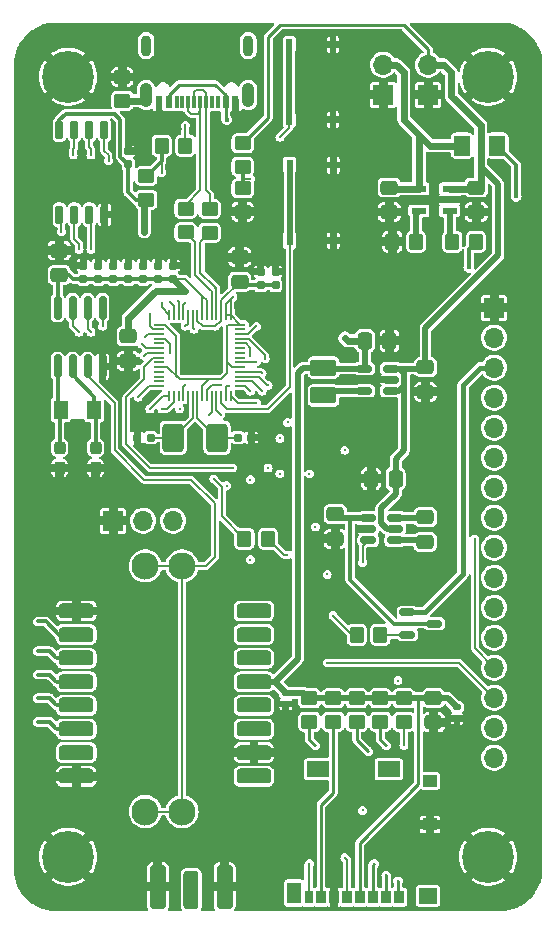
<source format=gtl>
G04 #@! TF.GenerationSoftware,KiCad,Pcbnew,8.0.1*
G04 #@! TF.CreationDate,2024-06-04T12:50:09-04:00*
G04 #@! TF.ProjectId,node_v3_1,6e6f6465-5f76-4335-9f31-2e6b69636164,rev?*
G04 #@! TF.SameCoordinates,Original*
G04 #@! TF.FileFunction,Copper,L1,Top*
G04 #@! TF.FilePolarity,Positive*
%FSLAX46Y46*%
G04 Gerber Fmt 4.6, Leading zero omitted, Abs format (unit mm)*
G04 Created by KiCad (PCBNEW 8.0.1) date 2024-06-04 12:50:09*
%MOMM*%
%LPD*%
G01*
G04 APERTURE LIST*
G04 Aperture macros list*
%AMRoundRect*
0 Rectangle with rounded corners*
0 $1 Rounding radius*
0 $2 $3 $4 $5 $6 $7 $8 $9 X,Y pos of 4 corners*
0 Add a 4 corners polygon primitive as box body*
4,1,4,$2,$3,$4,$5,$6,$7,$8,$9,$2,$3,0*
0 Add four circle primitives for the rounded corners*
1,1,$1+$1,$2,$3*
1,1,$1+$1,$4,$5*
1,1,$1+$1,$6,$7*
1,1,$1+$1,$8,$9*
0 Add four rect primitives between the rounded corners*
20,1,$1+$1,$2,$3,$4,$5,0*
20,1,$1+$1,$4,$5,$6,$7,0*
20,1,$1+$1,$6,$7,$8,$9,0*
20,1,$1+$1,$8,$9,$2,$3,0*%
G04 Aperture macros list end*
G04 #@! TA.AperFunction,ComponentPad*
%ADD10C,4.400000*%
G04 #@! TD*
G04 #@! TA.AperFunction,SMDPad,CuDef*
%ADD11RoundRect,0.250000X-0.450000X0.350000X-0.450000X-0.350000X0.450000X-0.350000X0.450000X0.350000X0*%
G04 #@! TD*
G04 #@! TA.AperFunction,SMDPad,CuDef*
%ADD12RoundRect,0.270000X-0.630000X-0.930000X0.630000X-0.930000X0.630000X0.930000X-0.630000X0.930000X0*%
G04 #@! TD*
G04 #@! TA.AperFunction,SMDPad,CuDef*
%ADD13R,1.270000X0.558800*%
G04 #@! TD*
G04 #@! TA.AperFunction,ComponentPad*
%ADD14R,1.700000X1.700000*%
G04 #@! TD*
G04 #@! TA.AperFunction,ComponentPad*
%ADD15O,1.700000X1.700000*%
G04 #@! TD*
G04 #@! TA.AperFunction,SMDPad,CuDef*
%ADD16RoundRect,0.250000X0.350000X0.450000X-0.350000X0.450000X-0.350000X-0.450000X0.350000X-0.450000X0*%
G04 #@! TD*
G04 #@! TA.AperFunction,SMDPad,CuDef*
%ADD17RoundRect,0.140000X-0.170000X0.140000X-0.170000X-0.140000X0.170000X-0.140000X0.170000X0.140000X0*%
G04 #@! TD*
G04 #@! TA.AperFunction,SMDPad,CuDef*
%ADD18RoundRect,0.250000X0.475000X-0.337500X0.475000X0.337500X-0.475000X0.337500X-0.475000X-0.337500X0*%
G04 #@! TD*
G04 #@! TA.AperFunction,SMDPad,CuDef*
%ADD19RoundRect,0.150000X0.512500X0.150000X-0.512500X0.150000X-0.512500X-0.150000X0.512500X-0.150000X0*%
G04 #@! TD*
G04 #@! TA.AperFunction,SMDPad,CuDef*
%ADD20RoundRect,0.155000X0.155000X-0.212500X0.155000X0.212500X-0.155000X0.212500X-0.155000X-0.212500X0*%
G04 #@! TD*
G04 #@! TA.AperFunction,SMDPad,CuDef*
%ADD21RoundRect,0.050000X-0.387500X-0.050000X0.387500X-0.050000X0.387500X0.050000X-0.387500X0.050000X0*%
G04 #@! TD*
G04 #@! TA.AperFunction,SMDPad,CuDef*
%ADD22RoundRect,0.050000X-0.050000X-0.387500X0.050000X-0.387500X0.050000X0.387500X-0.050000X0.387500X0*%
G04 #@! TD*
G04 #@! TA.AperFunction,HeatsinkPad*
%ADD23R,3.200000X3.200000*%
G04 #@! TD*
G04 #@! TA.AperFunction,SMDPad,CuDef*
%ADD24RoundRect,0.250000X-0.475000X0.337500X-0.475000X-0.337500X0.475000X-0.337500X0.475000X0.337500X0*%
G04 #@! TD*
G04 #@! TA.AperFunction,SMDPad,CuDef*
%ADD25RoundRect,0.150000X0.150000X-0.825000X0.150000X0.825000X-0.150000X0.825000X-0.150000X-0.825000X0*%
G04 #@! TD*
G04 #@! TA.AperFunction,SMDPad,CuDef*
%ADD26RoundRect,0.150000X-0.512500X-0.150000X0.512500X-0.150000X0.512500X0.150000X-0.512500X0.150000X0*%
G04 #@! TD*
G04 #@! TA.AperFunction,SMDPad,CuDef*
%ADD27RoundRect,0.250000X-0.385000X-1.350000X0.385000X-1.350000X0.385000X1.350000X-0.385000X1.350000X0*%
G04 #@! TD*
G04 #@! TA.AperFunction,SMDPad,CuDef*
%ADD28RoundRect,0.250000X-0.425000X-1.600000X0.425000X-1.600000X0.425000X1.600000X-0.425000X1.600000X0*%
G04 #@! TD*
G04 #@! TA.AperFunction,SMDPad,CuDef*
%ADD29R,0.558800X0.952500*%
G04 #@! TD*
G04 #@! TA.AperFunction,SMDPad,CuDef*
%ADD30RoundRect,0.250000X-0.350000X-0.450000X0.350000X-0.450000X0.350000X0.450000X-0.350000X0.450000X0*%
G04 #@! TD*
G04 #@! TA.AperFunction,SMDPad,CuDef*
%ADD31RoundRect,0.237500X-0.237500X0.300000X-0.237500X-0.300000X0.237500X-0.300000X0.237500X0.300000X0*%
G04 #@! TD*
G04 #@! TA.AperFunction,SMDPad,CuDef*
%ADD32RoundRect,0.250001X0.462499X0.624999X-0.462499X0.624999X-0.462499X-0.624999X0.462499X-0.624999X0*%
G04 #@! TD*
G04 #@! TA.AperFunction,SMDPad,CuDef*
%ADD33R,0.850000X1.100000*%
G04 #@! TD*
G04 #@! TA.AperFunction,SMDPad,CuDef*
%ADD34R,0.750000X1.100000*%
G04 #@! TD*
G04 #@! TA.AperFunction,SMDPad,CuDef*
%ADD35R,1.200000X1.000000*%
G04 #@! TD*
G04 #@! TA.AperFunction,SMDPad,CuDef*
%ADD36R,1.550000X1.350000*%
G04 #@! TD*
G04 #@! TA.AperFunction,SMDPad,CuDef*
%ADD37R,1.900000X1.350000*%
G04 #@! TD*
G04 #@! TA.AperFunction,SMDPad,CuDef*
%ADD38R,1.170000X1.800000*%
G04 #@! TD*
G04 #@! TA.AperFunction,SMDPad,CuDef*
%ADD39RoundRect,0.317500X-1.157500X-0.317500X1.157500X-0.317500X1.157500X0.317500X-1.157500X0.317500X0*%
G04 #@! TD*
G04 #@! TA.AperFunction,SMDPad,CuDef*
%ADD40RoundRect,0.250000X0.337500X0.475000X-0.337500X0.475000X-0.337500X-0.475000X0.337500X-0.475000X0*%
G04 #@! TD*
G04 #@! TA.AperFunction,SMDPad,CuDef*
%ADD41R,0.600000X1.140000*%
G04 #@! TD*
G04 #@! TA.AperFunction,SMDPad,CuDef*
%ADD42R,0.300000X1.140000*%
G04 #@! TD*
G04 #@! TA.AperFunction,ComponentPad*
%ADD43O,1.050000X2.100000*%
G04 #@! TD*
G04 #@! TA.AperFunction,ComponentPad*
%ADD44O,0.900000X1.800000*%
G04 #@! TD*
G04 #@! TA.AperFunction,SMDPad,CuDef*
%ADD45RoundRect,0.250001X0.849999X-0.462499X0.849999X0.462499X-0.849999X0.462499X-0.849999X-0.462499X0*%
G04 #@! TD*
G04 #@! TA.AperFunction,SMDPad,CuDef*
%ADD46RoundRect,0.150000X0.150000X-0.650000X0.150000X0.650000X-0.150000X0.650000X-0.150000X-0.650000X0*%
G04 #@! TD*
G04 #@! TA.AperFunction,SMDPad,CuDef*
%ADD47RoundRect,0.250000X-0.337500X-0.475000X0.337500X-0.475000X0.337500X0.475000X-0.337500X0.475000X0*%
G04 #@! TD*
G04 #@! TA.AperFunction,SMDPad,CuDef*
%ADD48RoundRect,0.250000X0.450000X-0.350000X0.450000X0.350000X-0.450000X0.350000X-0.450000X-0.350000X0*%
G04 #@! TD*
G04 #@! TA.AperFunction,SMDPad,CuDef*
%ADD49RoundRect,0.155000X0.212500X0.155000X-0.212500X0.155000X-0.212500X-0.155000X0.212500X-0.155000X0*%
G04 #@! TD*
G04 #@! TA.AperFunction,SMDPad,CuDef*
%ADD50RoundRect,0.155000X-0.212500X-0.155000X0.212500X-0.155000X0.212500X0.155000X-0.212500X0.155000X0*%
G04 #@! TD*
G04 #@! TA.AperFunction,SMDPad,CuDef*
%ADD51R,1.168400X1.600200*%
G04 #@! TD*
G04 #@! TA.AperFunction,ComponentPad*
%ADD52C,2.300000*%
G04 #@! TD*
G04 #@! TA.AperFunction,ViaPad*
%ADD53C,0.304800*%
G04 #@! TD*
G04 #@! TA.AperFunction,ViaPad*
%ADD54C,0.508000*%
G04 #@! TD*
G04 #@! TA.AperFunction,ViaPad*
%ADD55C,0.406400*%
G04 #@! TD*
G04 #@! TA.AperFunction,ViaPad*
%ADD56C,0.250000*%
G04 #@! TD*
G04 #@! TA.AperFunction,Conductor*
%ADD57C,0.152400*%
G04 #@! TD*
G04 #@! TA.AperFunction,Conductor*
%ADD58C,0.508000*%
G04 #@! TD*
G04 #@! TA.AperFunction,Conductor*
%ADD59C,0.304800*%
G04 #@! TD*
G04 #@! TA.AperFunction,Conductor*
%ADD60C,0.203200*%
G04 #@! TD*
G04 #@! TA.AperFunction,Conductor*
%ADD61C,0.254000*%
G04 #@! TD*
G04 #@! TA.AperFunction,Conductor*
%ADD62C,0.355600*%
G04 #@! TD*
G04 #@! TA.AperFunction,Conductor*
%ADD63C,0.609600*%
G04 #@! TD*
G04 #@! TA.AperFunction,Conductor*
%ADD64C,0.457200*%
G04 #@! TD*
G04 #@! TA.AperFunction,Conductor*
%ADD65C,0.200000*%
G04 #@! TD*
G04 APERTURE END LIST*
D10*
X167640000Y-121920000D03*
X132080000Y-121920000D03*
X167640000Y-55880000D03*
X132080000Y-55880000D03*
D11*
X160500000Y-108500000D03*
X160500000Y-110500000D03*
X158500000Y-108500000D03*
X158500000Y-110500000D03*
D12*
X144676500Y-86436000D03*
X140976500Y-86436000D03*
D13*
X161772600Y-67233800D03*
X161772600Y-65354200D03*
X164363400Y-65354200D03*
X164363400Y-66294000D03*
X164363400Y-67233800D03*
D14*
X162560000Y-57409000D03*
D15*
X162560000Y-54869000D03*
D16*
X166608000Y-69850000D03*
X164608000Y-69850000D03*
D17*
X150500000Y-108040000D03*
X150500000Y-109000000D03*
D16*
X141986000Y-61722000D03*
X139986000Y-61722000D03*
D11*
X144056000Y-67072000D03*
X144056000Y-69072000D03*
D18*
X131318000Y-72665500D03*
X131318000Y-70590500D03*
D19*
X159401000Y-82484000D03*
X159401000Y-81534000D03*
X159401000Y-80584000D03*
X157126000Y-80584000D03*
X157126000Y-82484000D03*
D20*
X148374000Y-73525000D03*
X148374000Y-72390000D03*
X138430000Y-72995500D03*
X138430000Y-71860500D03*
X135890000Y-72995500D03*
X135890000Y-71860500D03*
D21*
X139780500Y-76864000D03*
X139780500Y-77264000D03*
X139780500Y-77664000D03*
X139780500Y-78064000D03*
X139780500Y-78464000D03*
X139780500Y-78864000D03*
X139780500Y-79264000D03*
X139780500Y-79664000D03*
X139780500Y-80064000D03*
X139780500Y-80464000D03*
X139780500Y-80864000D03*
X139780500Y-81264000D03*
X139780500Y-81664000D03*
X139780500Y-82064000D03*
D22*
X140618000Y-82901500D03*
X141018000Y-82901500D03*
X141418000Y-82901500D03*
X141818000Y-82901500D03*
X142218000Y-82901500D03*
X142618000Y-82901500D03*
X143018000Y-82901500D03*
X143418000Y-82901500D03*
X143818000Y-82901500D03*
X144218000Y-82901500D03*
X144618000Y-82901500D03*
X145018000Y-82901500D03*
X145418000Y-82901500D03*
X145818000Y-82901500D03*
D21*
X146655500Y-82064000D03*
X146655500Y-81664000D03*
X146655500Y-81264000D03*
X146655500Y-80864000D03*
X146655500Y-80464000D03*
X146655500Y-80064000D03*
X146655500Y-79664000D03*
X146655500Y-79264000D03*
X146655500Y-78864000D03*
X146655500Y-78464000D03*
X146655500Y-78064000D03*
X146655500Y-77664000D03*
X146655500Y-77264000D03*
X146655500Y-76864000D03*
D22*
X145818000Y-76026500D03*
X145418000Y-76026500D03*
X145018000Y-76026500D03*
X144618000Y-76026500D03*
X144218000Y-76026500D03*
X143818000Y-76026500D03*
X143418000Y-76026500D03*
X143018000Y-76026500D03*
X142618000Y-76026500D03*
X142218000Y-76026500D03*
X141818000Y-76026500D03*
X141418000Y-76026500D03*
X141018000Y-76026500D03*
X140618000Y-76026500D03*
D23*
X143218000Y-79464000D03*
D24*
X137160000Y-77870000D03*
X137160000Y-79945000D03*
D11*
X156500000Y-110500000D03*
X156500000Y-108500000D03*
D25*
X131191000Y-80388000D03*
X132461000Y-80388000D03*
X133731000Y-80388000D03*
X135001000Y-80388000D03*
X135001000Y-75438000D03*
X133731000Y-75438000D03*
X132461000Y-75438000D03*
X131191000Y-75438000D03*
D11*
X152500000Y-108500000D03*
X152500000Y-110500000D03*
D24*
X159258000Y-65256500D03*
X159258000Y-67331500D03*
D26*
X157480000Y-93218000D03*
X157480000Y-94168000D03*
X157480000Y-95118000D03*
X159755000Y-95118000D03*
X159755000Y-94168000D03*
X159755000Y-93218000D03*
D20*
X137160000Y-72995500D03*
X137160000Y-71860500D03*
D14*
X158750000Y-57404000D03*
D15*
X158750000Y-54864000D03*
D11*
X154500000Y-108490000D03*
X154500000Y-110490000D03*
D27*
X142494000Y-124714000D03*
D28*
X145319000Y-124464000D03*
X139669000Y-124464000D03*
D29*
X154523683Y-63360576D03*
X154523683Y-69723276D03*
X150815283Y-63360576D03*
X150815283Y-69723276D03*
D30*
X156496000Y-103124000D03*
X158496000Y-103124000D03*
D24*
X162327500Y-80475000D03*
X162327500Y-82550000D03*
X166624000Y-65256500D03*
X166624000Y-67331500D03*
D20*
X140970000Y-72995500D03*
X140970000Y-71860500D03*
D30*
X147000000Y-95000000D03*
X149000000Y-95000000D03*
D14*
X168148000Y-75438000D03*
D15*
X168148000Y-77978000D03*
X168148000Y-80518000D03*
X168148000Y-83058000D03*
X168148000Y-85598000D03*
X168148000Y-88138000D03*
X168148000Y-90678000D03*
X168148000Y-93218000D03*
X168148000Y-95758000D03*
X168148000Y-98298000D03*
X168148000Y-100838000D03*
X168148000Y-103378000D03*
X168148000Y-105918000D03*
X168148000Y-108458000D03*
X168148000Y-110998000D03*
X168148000Y-113538000D03*
D20*
X137160000Y-63305500D03*
X137160000Y-62170500D03*
X149644000Y-73525000D03*
X149644000Y-72390000D03*
D31*
X131343400Y-87275500D03*
X131343400Y-89000500D03*
D24*
X154675000Y-92921000D03*
X154675000Y-94996000D03*
D32*
X168402000Y-61722000D03*
X165427000Y-61722000D03*
D29*
X154500000Y-53137300D03*
X154500000Y-59500000D03*
X150791600Y-53137300D03*
X150791600Y-59500000D03*
D30*
X159528000Y-69850000D03*
X161528000Y-69850000D03*
D11*
X146850000Y-65316000D03*
X146850000Y-67316000D03*
D33*
X160077000Y-125338000D03*
X158977000Y-125338000D03*
X157877000Y-125338000D03*
X156777000Y-125338000D03*
X155677000Y-125338000D03*
X154577000Y-125338000D03*
X153477000Y-125338000D03*
D34*
X152427000Y-125338000D03*
D35*
X162712000Y-119188000D03*
X162712000Y-115488000D03*
D36*
X162537000Y-125213000D03*
D37*
X159212000Y-114513000D03*
X153242000Y-114513000D03*
D38*
X151217000Y-124988000D03*
D39*
X132754000Y-101110000D03*
X132754000Y-103110000D03*
X132754000Y-105110000D03*
X132754000Y-107110000D03*
X132754000Y-109110000D03*
X132754000Y-111110000D03*
X132754000Y-113110000D03*
X132754000Y-115110000D03*
X147804000Y-115110000D03*
X147804000Y-113110000D03*
X147804000Y-111110000D03*
X147804000Y-109110000D03*
X147804000Y-107110000D03*
X147804000Y-105110000D03*
X147804000Y-103110000D03*
X147804000Y-101110000D03*
D24*
X163000000Y-108462500D03*
X163000000Y-110537500D03*
D14*
X135890000Y-93472000D03*
D15*
X138430000Y-93472000D03*
X140970000Y-93472000D03*
D40*
X159798000Y-89916000D03*
X157723000Y-89916000D03*
D18*
X146596000Y-73233000D03*
X146596000Y-71158000D03*
D20*
X139700000Y-72995500D03*
X139700000Y-71860500D03*
D24*
X162295000Y-93175000D03*
X162295000Y-95250000D03*
D41*
X146202000Y-58000000D03*
X145402000Y-58000000D03*
D42*
X144252000Y-58000000D03*
X143252000Y-58000000D03*
X142752000Y-58000000D03*
X141752000Y-58000000D03*
D41*
X139802000Y-58000000D03*
X140602000Y-58000000D03*
D42*
X141252000Y-58000000D03*
X142252000Y-58000000D03*
X143752000Y-58000000D03*
X144752000Y-58000000D03*
D43*
X147322000Y-57430000D03*
X138682000Y-57430000D03*
D44*
X147322000Y-53250000D03*
X138682000Y-53250000D03*
D45*
X153691500Y-82843000D03*
X153691500Y-80518000D03*
D17*
X165000000Y-109248000D03*
X165000000Y-110208000D03*
D46*
X131318000Y-67564000D03*
X132588000Y-67564000D03*
X133858000Y-67564000D03*
X135128000Y-67564000D03*
X135128000Y-60364000D03*
X133858000Y-60364000D03*
X132588000Y-60364000D03*
X131318000Y-60364000D03*
D47*
X157204500Y-78232000D03*
X159279500Y-78232000D03*
D31*
X134391400Y-87275500D03*
X134391400Y-89000500D03*
D20*
X133350000Y-72995500D03*
X133350000Y-71860500D03*
D26*
X160793000Y-101224000D03*
X160793000Y-103124000D03*
X163068000Y-102174000D03*
D11*
X142024000Y-67056000D03*
X142024000Y-69056000D03*
D48*
X136652000Y-57896000D03*
X136652000Y-55896000D03*
D49*
X147567500Y-86436000D03*
X146432500Y-86436000D03*
D50*
X137931500Y-86436000D03*
X139066500Y-86436000D03*
D48*
X138684000Y-66278000D03*
X138684000Y-64278000D03*
D51*
X131445000Y-84074000D03*
X134289800Y-84074000D03*
D11*
X146850000Y-61506000D03*
X146850000Y-63506000D03*
D20*
X134620000Y-72995500D03*
X134620000Y-71860500D03*
D52*
X141708000Y-118096000D03*
X138608000Y-118096000D03*
X138608000Y-97296000D03*
X141708000Y-97296000D03*
D53*
X143002000Y-54864000D03*
X156464000Y-94234000D03*
D54*
X134112000Y-117094000D03*
X154940000Y-118110000D03*
X147574000Y-121412000D03*
X159004000Y-99568000D03*
X134620000Y-98298000D03*
X130302000Y-91948000D03*
X163830000Y-84582000D03*
X158242000Y-87376000D03*
X154686000Y-89662000D03*
X149352000Y-77216000D03*
X155194000Y-74422000D03*
X129540000Y-53086000D03*
X170180000Y-53340000D03*
X170180000Y-124460000D03*
X129540000Y-124460000D03*
D55*
X142240000Y-79502000D03*
X144272000Y-79502000D03*
X144272000Y-80264000D03*
X143256000Y-80264000D03*
X142240000Y-80264000D03*
X143256000Y-79502000D03*
X142240000Y-78486000D03*
X143256000Y-78486000D03*
X144272000Y-78486000D03*
X166000000Y-72000000D03*
X170000000Y-66000000D03*
D56*
X150000000Y-61000000D03*
X142000000Y-60000000D03*
X138000000Y-83000000D03*
X144402157Y-89925526D03*
X150611278Y-96361972D03*
X157000000Y-97000000D03*
X131000000Y-78000000D03*
X136000000Y-82000000D03*
X160000000Y-107000000D03*
X139000000Y-84000000D03*
X140000000Y-84000000D03*
X153000000Y-94000000D03*
X150658491Y-85151737D03*
X152500000Y-122500000D03*
X157000000Y-118000000D03*
X160500000Y-112500000D03*
X155500000Y-122000000D03*
X147500000Y-96774000D03*
D53*
X158000000Y-122500000D03*
X159000000Y-112500000D03*
D56*
X146000000Y-89000000D03*
X154000000Y-105500000D03*
X166500000Y-95000000D03*
X155500000Y-87500000D03*
X147500000Y-79500000D03*
X148750000Y-79750000D03*
X152500000Y-89500000D03*
D53*
X154519000Y-113500000D03*
D56*
X154000000Y-98000000D03*
D53*
X146000000Y-74500000D03*
D56*
X150000000Y-89500000D03*
X150000000Y-86500000D03*
X149000000Y-89000000D03*
X147500000Y-90000000D03*
X145500000Y-90500000D03*
X141500000Y-84000000D03*
X148000000Y-83500000D03*
X145677172Y-82033827D03*
X129500000Y-110500000D03*
X129500000Y-108500000D03*
X129500000Y-106500000D03*
X129500000Y-104500000D03*
X129500000Y-102000000D03*
X140715690Y-79277330D03*
X154500000Y-101500000D03*
X145000000Y-84500000D03*
X144000000Y-84500000D03*
X148500000Y-82500000D03*
X147500000Y-82500000D03*
X149000000Y-82000000D03*
X148500000Y-81000000D03*
X148000000Y-80000000D03*
X139000000Y-76000000D03*
X138603279Y-77896721D03*
X133000000Y-77500000D03*
X135000000Y-77000000D03*
X134000000Y-77500000D03*
X138500000Y-79500000D03*
X138297438Y-78500000D03*
X142000000Y-82000000D03*
X142000000Y-84500000D03*
X147500000Y-64500000D03*
X148000000Y-77000000D03*
X144500000Y-77000000D03*
X145000000Y-82000000D03*
X140000000Y-64000000D03*
X132500000Y-62500000D03*
X134000000Y-62500000D03*
X135500000Y-63000000D03*
X131500000Y-69000000D03*
X133000000Y-70500000D03*
X134000000Y-70500000D03*
X142000000Y-77000000D03*
X142725720Y-77249688D03*
X141359786Y-74877313D03*
X140676245Y-74953262D03*
X142000000Y-75000000D03*
X140000000Y-75000000D03*
D53*
X159000000Y-123500000D03*
X157500000Y-113000000D03*
X160000000Y-124000000D03*
X153000000Y-112500000D03*
D54*
X142500000Y-124500000D03*
X147000000Y-115000000D03*
X138500000Y-69000000D03*
X142000000Y-74025500D03*
X155500000Y-78000000D03*
X160500000Y-59500000D03*
D55*
X145500000Y-59500000D03*
D57*
X138297438Y-78500000D02*
X138661438Y-78864000D01*
X138661438Y-78864000D02*
X139780500Y-78864000D01*
X138603279Y-77896721D02*
X138836000Y-77664000D01*
X138836000Y-77664000D02*
X139780500Y-77664000D01*
X141708000Y-97296000D02*
X138608000Y-97296000D01*
X143704000Y-97296000D02*
X141708000Y-97296000D01*
D58*
X159798000Y-89916000D02*
X159798000Y-91202000D01*
X159798000Y-91202000D02*
X158596500Y-92403500D01*
X158596500Y-92403500D02*
X158596500Y-93671999D01*
X158596500Y-93671999D02*
X159092501Y-94168000D01*
X159092501Y-94168000D02*
X159755000Y-94168000D01*
D59*
X163068000Y-102174000D02*
X159674000Y-102174000D01*
X159674000Y-102174000D02*
X155956000Y-98456000D01*
X155956000Y-98456000D02*
X155956000Y-93262000D01*
X155956000Y-93262000D02*
X156000000Y-93218000D01*
X166000000Y-72000000D02*
X166000000Y-70458000D01*
X166000000Y-70458000D02*
X166608000Y-69850000D01*
X170000000Y-63320000D02*
X170000000Y-66000000D01*
X168402000Y-61722000D02*
X170000000Y-63320000D01*
D57*
X150000000Y-61000000D02*
X150791600Y-60208400D01*
X150791600Y-60208400D02*
X150791600Y-59500000D01*
X142000000Y-60000000D02*
X141986000Y-60014000D01*
X141986000Y-61722000D02*
X142000000Y-60000000D01*
X138000000Y-83000000D02*
X138936000Y-82064000D01*
X138936000Y-82064000D02*
X139780500Y-82064000D01*
X144402156Y-89925526D02*
X144417051Y-89940421D01*
X144402157Y-89925526D02*
X144402156Y-89925526D01*
X144402157Y-89925527D02*
X144402157Y-89925526D01*
X145094800Y-90618170D02*
X144402157Y-89925527D01*
X145094800Y-93094800D02*
X145094800Y-90618170D01*
X147000000Y-95000000D02*
X145094800Y-93094800D01*
X150361972Y-96361972D02*
X150611278Y-96361972D01*
X149000000Y-95000000D02*
X150361972Y-96361972D01*
X157000000Y-95598000D02*
X157000000Y-97000000D01*
X157480000Y-95118000D02*
X157000000Y-95598000D01*
X142000000Y-84500000D02*
X142218000Y-84282000D01*
X142218000Y-84282000D02*
X142218000Y-82901500D01*
X140098500Y-82901500D02*
X139000000Y-84000000D01*
X140618000Y-82901500D02*
X140098500Y-82901500D01*
X141018000Y-82901500D02*
X141018000Y-83401704D01*
X141018000Y-83401704D02*
X140419704Y-84000000D01*
X140419704Y-84000000D02*
X140000000Y-84000000D01*
D60*
X152500000Y-122500000D02*
X152427000Y-122573000D01*
X152427000Y-122573000D02*
X152427000Y-125338000D01*
X160500000Y-110500000D02*
X160500000Y-112500000D01*
D57*
X155500000Y-122000000D02*
X155677000Y-122177000D01*
X155677000Y-122177000D02*
X155677000Y-125338000D01*
D61*
X158000000Y-122500000D02*
X157877000Y-122623000D01*
X157877000Y-122623000D02*
X157877000Y-125338000D01*
X158500000Y-112000000D02*
X159000000Y-112500000D01*
X158500000Y-110500000D02*
X158500000Y-112000000D01*
D58*
X160500000Y-108500000D02*
X161717691Y-108500000D01*
X161717691Y-108500000D02*
X162962500Y-108500000D01*
D61*
X156777000Y-125338000D02*
X156777000Y-120723000D01*
X156777000Y-120723000D02*
X161717691Y-115782309D01*
X161717691Y-115782309D02*
X161717691Y-108500000D01*
X157500000Y-113000000D02*
X156500000Y-112000000D01*
X156500000Y-112000000D02*
X156500000Y-110500000D01*
X153477000Y-117523000D02*
X154519000Y-116481000D01*
X154519000Y-116481000D02*
X154519000Y-110509000D01*
X154519000Y-110509000D02*
X154500000Y-110490000D01*
X153000000Y-112500000D02*
X152500000Y-112000000D01*
X152500000Y-112000000D02*
X152500000Y-110500000D01*
D58*
X163000000Y-108462500D02*
X164214500Y-108462500D01*
X164214500Y-108462500D02*
X165000000Y-109248000D01*
X162962500Y-108500000D02*
X163000000Y-108462500D01*
X158500000Y-108500000D02*
X160500000Y-108500000D01*
X156500000Y-108500000D02*
X158500000Y-108500000D01*
X154500000Y-108490000D02*
X156490000Y-108490000D01*
X156490000Y-108490000D02*
X156500000Y-108500000D01*
X152500000Y-108500000D02*
X154490000Y-108500000D01*
X154490000Y-108500000D02*
X154500000Y-108490000D01*
X150500000Y-108040000D02*
X152040000Y-108040000D01*
X152040000Y-108040000D02*
X152500000Y-108500000D01*
D57*
X137000000Y-83000000D02*
X138500000Y-81500000D01*
X146000000Y-89000000D02*
X139000000Y-89000000D01*
X137000000Y-87000000D02*
X137000000Y-83000000D01*
X139000000Y-89000000D02*
X137000000Y-87000000D01*
X138500000Y-81500000D02*
X138500000Y-80444296D01*
X139280296Y-79664000D02*
X139780500Y-79664000D01*
X138500000Y-80444296D02*
X139280296Y-79664000D01*
X165190000Y-105500000D02*
X154000000Y-105500000D01*
X168148000Y-108458000D02*
X165190000Y-105500000D01*
X166500000Y-95000000D02*
X166500000Y-104270000D01*
X166500000Y-104270000D02*
X168148000Y-105918000D01*
X147500000Y-79500000D02*
X147500000Y-78808296D01*
X147500000Y-78808296D02*
X147155704Y-78464000D01*
X147155704Y-78464000D02*
X146655500Y-78464000D01*
X148750000Y-79750000D02*
X148750000Y-79454148D01*
X148750000Y-79454148D02*
X147359852Y-78064000D01*
X147359852Y-78064000D02*
X146655500Y-78064000D01*
X145418000Y-76026500D02*
X145418000Y-75082000D01*
X145418000Y-75082000D02*
X145818000Y-74682000D01*
X145818000Y-76026500D02*
X145818000Y-74682000D01*
X145818000Y-74682000D02*
X146000000Y-74500000D01*
X143818000Y-74818000D02*
X143818000Y-76026500D01*
X143818000Y-74818000D02*
X143500000Y-74500000D01*
X146416500Y-83500000D02*
X148000000Y-83500000D01*
X145818000Y-82901500D02*
X146416500Y-83500000D01*
X145677172Y-82033827D02*
X145652322Y-82033827D01*
X145466173Y-82033827D02*
X145677172Y-82033827D01*
X145418000Y-82082000D02*
X145466173Y-82033827D01*
X145418000Y-82901500D02*
X145418000Y-82082000D01*
D59*
X130500000Y-110500000D02*
X129500000Y-110500000D01*
X131000000Y-111000000D02*
X130500000Y-110500000D01*
X132754000Y-111110000D02*
X131110000Y-111110000D01*
X131110000Y-111110000D02*
X131000000Y-111000000D01*
X130500000Y-108500000D02*
X129500000Y-108500000D01*
X131000000Y-109000000D02*
X130500000Y-108500000D01*
X132754000Y-109110000D02*
X131110000Y-109110000D01*
X131110000Y-109110000D02*
X131000000Y-109000000D01*
X130000000Y-106500000D02*
X129500000Y-106500000D01*
X131000000Y-107000000D02*
X130500000Y-106500000D01*
X130500000Y-106500000D02*
X130000000Y-106500000D01*
X132754000Y-107110000D02*
X131110000Y-107110000D01*
X131110000Y-107110000D02*
X131000000Y-107000000D01*
X130500000Y-104500000D02*
X130000000Y-104500000D01*
X132754000Y-105110000D02*
X131110000Y-105110000D01*
X131000000Y-105000000D02*
X130500000Y-104500000D01*
X131110000Y-105110000D02*
X131000000Y-105000000D01*
X130000000Y-104500000D02*
X129500000Y-104500000D01*
X130169000Y-102000000D02*
X129500000Y-102000000D01*
X131279000Y-103110000D02*
X130169000Y-102000000D01*
X132754000Y-103110000D02*
X131279000Y-103110000D01*
D58*
X157480000Y-93218000D02*
X156000000Y-93218000D01*
X156000000Y-93218000D02*
X154972000Y-93218000D01*
D57*
X158496000Y-103124000D02*
X160793000Y-103124000D01*
X140715690Y-79277330D02*
X140715690Y-78498986D01*
X140715690Y-78498986D02*
X140280704Y-78064000D01*
X140280704Y-78064000D02*
X139780500Y-78064000D01*
X156124000Y-103124000D02*
X154500000Y-101500000D01*
X156496000Y-103124000D02*
X156124000Y-103124000D01*
X145000000Y-84500000D02*
X144618000Y-84118000D01*
X144618000Y-84118000D02*
X144618000Y-82901500D01*
X144000000Y-84500000D02*
X144218000Y-84282000D01*
X144218000Y-84282000D02*
X144218000Y-82901500D01*
X146655500Y-82064000D02*
X147064000Y-82064000D01*
X147064000Y-82064000D02*
X147500000Y-82500000D01*
X146655500Y-81664000D02*
X147664000Y-81664000D01*
X147664000Y-81664000D02*
X148500000Y-82500000D01*
X148926960Y-82000000D02*
X149000000Y-82000000D01*
X148190960Y-81264000D02*
X148926960Y-82000000D01*
X146655500Y-81264000D02*
X148190960Y-81264000D01*
X148364000Y-80864000D02*
X148500000Y-81000000D01*
X146655500Y-80864000D02*
X148364000Y-80864000D01*
X147936000Y-80064000D02*
X148000000Y-80000000D01*
X146655500Y-80064000D02*
X147936000Y-80064000D01*
X139000000Y-77000000D02*
X139000000Y-76000000D01*
X139264000Y-77264000D02*
X139000000Y-77000000D01*
X139780500Y-77264000D02*
X139264000Y-77264000D01*
X145000000Y-82000000D02*
X144219296Y-82000000D01*
X144219296Y-82000000D02*
X143818000Y-82401296D01*
X143818000Y-82401296D02*
X143818000Y-82901500D01*
X132461000Y-76961000D02*
X133000000Y-77500000D01*
X132461000Y-75438000D02*
X132461000Y-76961000D01*
X134000000Y-77500000D02*
X133731000Y-77231000D01*
X133731000Y-77231000D02*
X133731000Y-75438000D01*
X135001000Y-75438000D02*
X135001000Y-76999000D01*
X135001000Y-76999000D02*
X135000000Y-77000000D01*
X138736000Y-79264000D02*
X138500000Y-79500000D01*
X139780500Y-79264000D02*
X138736000Y-79264000D01*
X139780500Y-76864000D02*
X140280704Y-76864000D01*
X140280704Y-76864000D02*
X141231108Y-77814404D01*
X141231108Y-77814404D02*
X141231108Y-81231108D01*
X141231108Y-81231108D02*
X141500000Y-81500000D01*
X141818000Y-82182000D02*
X142000000Y-82000000D01*
X141818000Y-82901500D02*
X141818000Y-82182000D01*
X138500000Y-90000000D02*
X136000000Y-87500000D01*
X143704000Y-97296000D02*
X144500000Y-96500000D01*
X136000000Y-83500000D02*
X133731000Y-81231000D01*
X144500000Y-96500000D02*
X144500000Y-92000000D01*
X133731000Y-81231000D02*
X133731000Y-80388000D01*
X144500000Y-92000000D02*
X142500000Y-90000000D01*
X142500000Y-90000000D02*
X138500000Y-90000000D01*
X136000000Y-87500000D02*
X136000000Y-83500000D01*
X141708000Y-118096000D02*
X141708000Y-97296000D01*
X138608000Y-118096000D02*
X141708000Y-118096000D01*
X148000000Y-77000000D02*
X147336000Y-77664000D01*
X147336000Y-77664000D02*
X146655500Y-77664000D01*
D62*
X146850000Y-63506000D02*
X146850000Y-64500000D01*
D57*
X147500000Y-64500000D02*
X146850000Y-64500000D01*
D62*
X146850000Y-64500000D02*
X146850000Y-65316000D01*
D57*
X139780500Y-80464000D02*
X140464000Y-80464000D01*
X144500000Y-81500000D02*
X144000000Y-81500000D01*
X144000000Y-81500000D02*
X143418000Y-82082000D01*
X143418000Y-82082000D02*
X143418000Y-82901500D01*
X145000000Y-81500000D02*
X145500000Y-81000000D01*
X145500000Y-81000000D02*
X145500000Y-80000000D01*
X144500000Y-81500000D02*
X145000000Y-81500000D01*
X141500000Y-81500000D02*
X144500000Y-81500000D01*
X140464000Y-80464000D02*
X141500000Y-81500000D01*
X140976500Y-86436000D02*
X139066500Y-86436000D01*
X146432500Y-86436000D02*
X144676500Y-86436000D01*
X143018000Y-82901500D02*
X143018000Y-84777500D01*
X143018000Y-84777500D02*
X144676500Y-86436000D01*
X142618000Y-82901500D02*
X142618000Y-84794500D01*
X142618000Y-84794500D02*
X140976500Y-86436000D01*
X139192000Y-86436000D02*
X139400800Y-86436000D01*
X140000000Y-64000000D02*
X139986000Y-63986000D01*
X139986000Y-63986000D02*
X139986000Y-63014000D01*
X135500000Y-63000000D02*
X135500000Y-62500000D01*
X135500000Y-62500000D02*
X135128000Y-62128000D01*
X135128000Y-62128000D02*
X135128000Y-60364000D01*
X134000000Y-62500000D02*
X134000000Y-62000000D01*
X134000000Y-62000000D02*
X133858000Y-61858000D01*
X133858000Y-61858000D02*
X133858000Y-60364000D01*
X132500000Y-62500000D02*
X132500000Y-62000000D01*
X132500000Y-62000000D02*
X132588000Y-61912000D01*
X132588000Y-61912000D02*
X132588000Y-60364000D01*
X134000000Y-70500000D02*
X134000000Y-67706000D01*
X134000000Y-67706000D02*
X133858000Y-67564000D01*
X133000000Y-70500000D02*
X133000000Y-70000000D01*
X133000000Y-70000000D02*
X132588000Y-69588000D01*
X132588000Y-69588000D02*
X132588000Y-67564000D01*
X131500000Y-69000000D02*
X131500000Y-67746000D01*
X131500000Y-67746000D02*
X131318000Y-67564000D01*
X142725720Y-77273656D02*
X142695760Y-77243696D01*
X142725720Y-77249688D02*
X142725720Y-77273656D01*
X142701752Y-77249688D02*
X142725720Y-77249688D01*
X142618000Y-77165936D02*
X142701752Y-77249688D01*
X142618000Y-76026500D02*
X142618000Y-77165936D01*
X141359786Y-74877313D02*
X141418000Y-74935527D01*
X141418000Y-74935527D02*
X141418000Y-76026500D01*
X145018000Y-76026500D02*
X145018000Y-76526704D01*
X145018000Y-76526704D02*
X144544704Y-77000000D01*
X144544704Y-77000000D02*
X143491296Y-77000000D01*
X143491296Y-77000000D02*
X143018000Y-76526704D01*
X143018000Y-76526704D02*
X143018000Y-76026500D01*
X145018000Y-76026500D02*
X145018000Y-74811000D01*
X145018000Y-74811000D02*
X146596000Y-73233000D01*
X140676245Y-74953262D02*
X140699614Y-74976631D01*
X141018000Y-75295017D02*
X140676245Y-74953262D01*
X141018000Y-76026500D02*
X141018000Y-75295017D01*
X142218000Y-76782000D02*
X142000000Y-77000000D01*
X142218000Y-76026500D02*
X142218000Y-76782000D01*
X141818000Y-75182000D02*
X142000000Y-75000000D01*
X141818000Y-76026500D02*
X141818000Y-75182000D01*
X140000000Y-75408500D02*
X140000000Y-75000000D01*
X140618000Y-76026500D02*
X140000000Y-75408500D01*
D63*
X139474500Y-74025500D02*
X137160000Y-76340000D01*
X137160000Y-76340000D02*
X137160000Y-77870000D01*
X142000000Y-74025500D02*
X139474500Y-74025500D01*
X142000000Y-74025500D02*
X140970000Y-72995500D01*
D57*
X146655500Y-76864000D02*
X145636000Y-76864000D01*
X145964000Y-80464000D02*
X146655500Y-80464000D01*
X145636000Y-76864000D02*
X145500000Y-77000000D01*
X145500000Y-77000000D02*
X145500000Y-80000000D01*
X145500000Y-80000000D02*
X145964000Y-80464000D01*
X145418000Y-76026500D02*
X145818000Y-76026500D01*
X145818000Y-76026500D02*
X146655500Y-76864000D01*
D61*
X159000000Y-123500000D02*
X159000000Y-125315000D01*
X159000000Y-125315000D02*
X158977000Y-125338000D01*
X153477000Y-125338000D02*
X153477000Y-117523000D01*
X160000000Y-124000000D02*
X160000000Y-125261000D01*
X160000000Y-125261000D02*
X160077000Y-125338000D01*
D58*
X151982000Y-80518000D02*
X151500000Y-81000000D01*
X153691500Y-80518000D02*
X151982000Y-80518000D01*
X151500000Y-81000000D02*
X151500000Y-105180000D01*
X151500000Y-105180000D02*
X149570000Y-107110000D01*
X147804000Y-107110000D02*
X149570000Y-107110000D01*
X149570000Y-107110000D02*
X150500000Y-108040000D01*
D64*
X160793000Y-101224000D02*
X162276000Y-101224000D01*
X162276000Y-101224000D02*
X165500000Y-98000000D01*
X165500000Y-98000000D02*
X165500000Y-82000000D01*
X165500000Y-82000000D02*
X166982000Y-80518000D01*
X166982000Y-80518000D02*
X168148000Y-80518000D01*
D61*
X146850000Y-61506000D02*
X149000000Y-59356000D01*
X150000000Y-51500000D02*
X160500000Y-51500000D01*
X149000000Y-59356000D02*
X149000000Y-52500000D01*
X149000000Y-52500000D02*
X150000000Y-51500000D01*
X160500000Y-51500000D02*
X162560000Y-53560000D01*
X162560000Y-53560000D02*
X162560000Y-54869000D01*
D59*
X136000000Y-59000000D02*
X131882001Y-59000000D01*
X131318000Y-59564001D02*
X131318000Y-60364000D01*
X131882001Y-59000000D02*
X131318000Y-59564001D01*
X136500000Y-59500000D02*
X136000000Y-59000000D01*
X137160000Y-63305500D02*
X136497600Y-62643100D01*
X136497600Y-62643100D02*
X136497600Y-59502400D01*
X136497600Y-59502400D02*
X136500000Y-59500000D01*
D63*
X138500000Y-69000000D02*
X138500000Y-66462000D01*
X138500000Y-66462000D02*
X138684000Y-66278000D01*
X155732000Y-78232000D02*
X155500000Y-78000000D01*
X157204500Y-78232000D02*
X155732000Y-78232000D01*
D62*
X146888000Y-73525000D02*
X146596000Y-73233000D01*
X148374000Y-73525000D02*
X146888000Y-73525000D01*
X149644000Y-73525000D02*
X148374000Y-73525000D01*
D58*
X159401000Y-80584000D02*
X162218500Y-80584000D01*
D63*
X167000000Y-63500000D02*
X167000000Y-64880500D01*
D58*
X168500000Y-65000000D02*
X167000000Y-63500000D01*
X160517500Y-82029999D02*
X160517500Y-80992500D01*
D63*
X167000000Y-64880500D02*
X166624000Y-65256500D01*
X167000000Y-60000000D02*
X167000000Y-63500000D01*
X166526300Y-65354200D02*
X166624000Y-65256500D01*
X162560000Y-54869000D02*
X163869000Y-54869000D01*
D58*
X168500000Y-71000000D02*
X168500000Y-65000000D01*
X160517500Y-80992500D02*
X160109000Y-80584000D01*
D63*
X164500000Y-57500000D02*
X167000000Y-60000000D01*
X164363400Y-65354200D02*
X166526300Y-65354200D01*
D58*
X162327500Y-77172500D02*
X168500000Y-71000000D01*
X160063499Y-82484000D02*
X160517500Y-82029999D01*
X160500000Y-87500000D02*
X159798000Y-88202000D01*
X160109000Y-80584000D02*
X159401000Y-80584000D01*
X159401000Y-82484000D02*
X160063499Y-82484000D01*
X160500000Y-82047499D02*
X160500000Y-87500000D01*
X162218500Y-80584000D02*
X162327500Y-80475000D01*
X162327500Y-80475000D02*
X162327500Y-77172500D01*
D63*
X163869000Y-54869000D02*
X164500000Y-55500000D01*
D58*
X159798000Y-88202000D02*
X159798000Y-89916000D01*
D63*
X164500000Y-55500000D02*
X164500000Y-57500000D01*
D58*
X160517500Y-82029999D02*
X160500000Y-82047499D01*
D59*
X140970000Y-72995500D02*
X139700000Y-72995500D01*
D57*
X143418000Y-76026500D02*
X143418000Y-74418000D01*
D59*
X135890000Y-72995500D02*
X134620000Y-72995500D01*
X131318000Y-72665500D02*
X132165500Y-72665500D01*
X132165500Y-72665500D02*
X132500000Y-73000000D01*
X137778000Y-66278000D02*
X137160000Y-65660000D01*
X133350000Y-72995500D02*
X134620000Y-72995500D01*
X138684000Y-66278000D02*
X137778000Y-66278000D01*
D58*
X157126000Y-80584000D02*
X153757500Y-80584000D01*
D59*
X131191000Y-75438000D02*
X131191000Y-72792500D01*
D57*
X141995500Y-72995500D02*
X140970000Y-72995500D01*
D59*
X132500000Y-73000000D02*
X132504500Y-72995500D01*
D58*
X157204500Y-78232000D02*
X157204500Y-80505500D01*
D59*
X132504500Y-72995500D02*
X133350000Y-72995500D01*
X139700000Y-72995500D02*
X138430000Y-72995500D01*
X131191000Y-72792500D02*
X131318000Y-72665500D01*
X138430000Y-72995500D02*
X137160000Y-72995500D01*
X137160000Y-72995500D02*
X135890000Y-72995500D01*
X137160000Y-65660000D02*
X137160000Y-63305500D01*
D58*
X157204500Y-80505500D02*
X157126000Y-80584000D01*
X153757500Y-80584000D02*
X153691500Y-80518000D01*
D57*
X143418000Y-74418000D02*
X141995500Y-72995500D01*
D58*
X159755000Y-95118000D02*
X162163000Y-95118000D01*
X162163000Y-95118000D02*
X162295000Y-95250000D01*
X162252000Y-93218000D02*
X162295000Y-93175000D01*
X159755000Y-93218000D02*
X162252000Y-93218000D01*
X154972000Y-93218000D02*
X154675000Y-92921000D01*
D59*
X131191000Y-80388000D02*
X131191000Y-83820000D01*
X131191000Y-83820000D02*
X131445000Y-84074000D01*
X131343400Y-87275500D02*
X131343400Y-84175600D01*
X131343400Y-84175600D02*
X131445000Y-84074000D01*
X134391400Y-87275500D02*
X134391400Y-84175600D01*
X134289800Y-82969100D02*
X132461000Y-81140300D01*
X134391400Y-84175600D02*
X134289800Y-84074000D01*
X132461000Y-81140300D02*
X132461000Y-80388000D01*
X134289800Y-84074000D02*
X134289800Y-82969100D01*
D61*
X141467435Y-56573000D02*
X144536565Y-56573000D01*
D63*
X159355700Y-65354200D02*
X159258000Y-65256500D01*
D61*
X145402000Y-58000000D02*
X145402000Y-59402000D01*
D63*
X161772600Y-65354200D02*
X159355700Y-65354200D01*
X160500000Y-59500000D02*
X161772600Y-60772600D01*
D61*
X144536565Y-56573000D02*
X145402000Y-57438435D01*
D63*
X160500000Y-59500000D02*
X162722000Y-61722000D01*
X159864000Y-54864000D02*
X160500000Y-55500000D01*
D61*
X145402000Y-59402000D02*
X145500000Y-59500000D01*
X140602000Y-57438435D02*
X141467435Y-56573000D01*
D63*
X162722000Y-61722000D02*
X165427000Y-61722000D01*
X161772600Y-60772600D02*
X161772600Y-65354200D01*
D61*
X140602000Y-58000000D02*
X140602000Y-57438435D01*
D63*
X160500000Y-55500000D02*
X160500000Y-59500000D01*
D61*
X145402000Y-57438435D02*
X145402000Y-58000000D01*
D63*
X158750000Y-54864000D02*
X159864000Y-54864000D01*
D65*
X143277000Y-65500000D02*
X142024000Y-66753000D01*
X143252000Y-58000000D02*
X143252000Y-58820000D01*
X143252000Y-58855001D02*
X143277000Y-58880001D01*
X143277000Y-58880001D02*
X143277000Y-65500000D01*
X142024000Y-66753000D02*
X142024000Y-67056000D01*
X143252000Y-58000000D02*
X143252000Y-58855001D01*
X143252000Y-58820000D02*
X143072000Y-59000000D01*
X142252000Y-58752000D02*
X142252000Y-58000000D01*
X143072000Y-59000000D02*
X142500000Y-59000000D01*
X142500000Y-59000000D02*
X142252000Y-58752000D01*
X143727000Y-58880001D02*
X143727000Y-65500000D01*
X144056000Y-65829000D02*
X144056000Y-67072000D01*
X143752000Y-57252000D02*
X143500000Y-57000000D01*
X143752000Y-58000000D02*
X143752000Y-57252000D01*
X142932000Y-57000000D02*
X142752000Y-57180000D01*
X142752000Y-57180000D02*
X142752000Y-58000000D01*
X143727000Y-65500000D02*
X144056000Y-65829000D01*
X143752000Y-58000000D02*
X143752000Y-58855001D01*
X143500000Y-57000000D02*
X142932000Y-57000000D01*
X143752000Y-58855001D02*
X143727000Y-58880001D01*
D63*
X136652000Y-57896000D02*
X138216000Y-57896000D01*
X138216000Y-57896000D02*
X138682000Y-57430000D01*
D58*
X157126000Y-82484000D02*
X154050500Y-82484000D01*
X154050500Y-82484000D02*
X153691500Y-82843000D01*
X161528000Y-67478400D02*
X161772600Y-67233800D01*
X161528000Y-69850000D02*
X161528000Y-67478400D01*
D59*
X138722000Y-64278000D02*
X139986000Y-63014000D01*
X139986000Y-63014000D02*
X139986000Y-61722000D01*
X138684000Y-64278000D02*
X138722000Y-64278000D01*
D58*
X150791600Y-53137300D02*
X150791600Y-59500000D01*
D57*
X144218000Y-74040228D02*
X144088886Y-73911114D01*
D65*
X142024000Y-69056000D02*
X142822999Y-69854999D01*
D57*
X144218000Y-76026500D02*
X144218000Y-74040228D01*
D65*
X142822999Y-69854999D02*
X142822999Y-72645227D01*
X142822999Y-72645227D02*
X144088886Y-73911114D01*
D57*
X144627638Y-76016862D02*
X144627638Y-73813466D01*
D65*
X143273001Y-72458829D02*
X144407086Y-73592914D01*
X143273001Y-69854999D02*
X143273001Y-72458829D01*
X144056000Y-69072000D02*
X143273001Y-69854999D01*
X144407086Y-73592914D02*
X144569638Y-73755466D01*
D57*
X144618000Y-76026500D02*
X144627638Y-76016862D01*
X144627638Y-73813466D02*
X144407086Y-73592914D01*
D58*
X164363400Y-67233800D02*
X164363400Y-69605400D01*
X164363400Y-69605400D02*
X164608000Y-69850000D01*
D57*
X150815283Y-82184717D02*
X150815283Y-69723276D01*
X149000000Y-84000000D02*
X150815283Y-82184717D01*
X145500000Y-84000000D02*
X149000000Y-84000000D01*
X145018000Y-83518000D02*
X145500000Y-84000000D01*
D58*
X150815283Y-63360576D02*
X150815283Y-69723276D01*
D57*
X145018000Y-82901500D02*
X145018000Y-83518000D01*
G04 #@! TA.AperFunction,Conductor*
G36*
X141257989Y-76693914D02*
G01*
X141298009Y-76711585D01*
X141298008Y-76711585D01*
X141302478Y-76712103D01*
X141323135Y-76714500D01*
X141512864Y-76714499D01*
X141537991Y-76711585D01*
X141537992Y-76711584D01*
X141540027Y-76711031D01*
X141541959Y-76711124D01*
X141545390Y-76710727D01*
X141545455Y-76711294D01*
X141601141Y-76713997D01*
X141648839Y-76752319D01*
X141664903Y-76811358D01*
X141654229Y-76851503D01*
X141638426Y-76882516D01*
X141638426Y-76882518D01*
X141622355Y-76983991D01*
X141619819Y-77000000D01*
X141636620Y-77106082D01*
X141638426Y-77117481D01*
X141638428Y-77117488D01*
X141692425Y-77223462D01*
X141692427Y-77223465D01*
X141776535Y-77307573D01*
X141776537Y-77307574D01*
X141882511Y-77361571D01*
X141882513Y-77361571D01*
X141882518Y-77361574D01*
X142000000Y-77380181D01*
X142117482Y-77361574D01*
X142216308Y-77311219D01*
X142276737Y-77301648D01*
X142331254Y-77329425D01*
X142346987Y-77349928D01*
X142356573Y-77366531D01*
X142356577Y-77366537D01*
X142360266Y-77370226D01*
X142378467Y-77395279D01*
X142403649Y-77444700D01*
X142418147Y-77473153D01*
X142502255Y-77557261D01*
X142502257Y-77557262D01*
X142608231Y-77611259D01*
X142608233Y-77611259D01*
X142608238Y-77611262D01*
X142725720Y-77629869D01*
X142843202Y-77611262D01*
X142949185Y-77557261D01*
X143033293Y-77473153D01*
X143087294Y-77367170D01*
X143099168Y-77292195D01*
X143126945Y-77237680D01*
X143181461Y-77209902D01*
X143241894Y-77219473D01*
X143266949Y-77237676D01*
X143290698Y-77261425D01*
X143365194Y-77304436D01*
X143448285Y-77326700D01*
X143534307Y-77326700D01*
X144290306Y-77326700D01*
X144335250Y-77337489D01*
X144382518Y-77361574D01*
X144500000Y-77380181D01*
X144617482Y-77361574D01*
X144723465Y-77307573D01*
X144807573Y-77223465D01*
X144825709Y-77187868D01*
X144843913Y-77162812D01*
X145004297Y-77002428D01*
X145058813Y-76974652D01*
X145119245Y-76984223D01*
X145162510Y-77027488D01*
X145173300Y-77072433D01*
X145173300Y-80823669D01*
X145154393Y-80881860D01*
X145144304Y-80893673D01*
X144893673Y-81144304D01*
X144839156Y-81172081D01*
X144823669Y-81173300D01*
X141676332Y-81173300D01*
X141618141Y-81154393D01*
X141606328Y-81144304D01*
X141586804Y-81124780D01*
X141559027Y-81070263D01*
X141557808Y-81054776D01*
X141557808Y-77771394D01*
X141554451Y-77758865D01*
X141535544Y-77688303D01*
X141501807Y-77629869D01*
X141492533Y-77613805D01*
X140737737Y-76859010D01*
X140709961Y-76804494D01*
X140719532Y-76744062D01*
X140762797Y-76700797D01*
X140767718Y-76698458D01*
X140778016Y-76693911D01*
X140838884Y-76687706D01*
X140857989Y-76693914D01*
X140898009Y-76711585D01*
X140898008Y-76711585D01*
X140902478Y-76712103D01*
X140923135Y-76714500D01*
X141112864Y-76714499D01*
X141137991Y-76711585D01*
X141178011Y-76693913D01*
X141238879Y-76687705D01*
X141257989Y-76693914D01*
G37*
G04 #@! TD.AperFunction*
G04 #@! TA.AperFunction,Conductor*
G36*
X149484817Y-51319407D02*
G01*
X149520781Y-51368907D01*
X149520781Y-51430093D01*
X149496630Y-51469503D01*
X148697925Y-52268209D01*
X148697921Y-52268214D01*
X148648225Y-52354289D01*
X148648225Y-52354290D01*
X148648226Y-52354291D01*
X148622500Y-52450301D01*
X148622500Y-59158626D01*
X148603593Y-59216817D01*
X148593504Y-59228630D01*
X147195629Y-60626504D01*
X147141112Y-60654281D01*
X147125625Y-60655500D01*
X146352133Y-60655500D01*
X146352129Y-60655500D01*
X146352128Y-60655501D01*
X146344949Y-60656272D01*
X146292519Y-60661908D01*
X146292514Y-60661909D01*
X146157670Y-60712202D01*
X146042458Y-60798450D01*
X146042450Y-60798458D01*
X145956202Y-60913670D01*
X145905910Y-61048511D01*
X145905908Y-61048522D01*
X145899500Y-61108129D01*
X145899500Y-61903866D01*
X145899501Y-61903870D01*
X145905908Y-61963480D01*
X145905909Y-61963485D01*
X145956202Y-62098329D01*
X146014594Y-62176330D01*
X146042454Y-62213546D01*
X146042457Y-62213548D01*
X146042458Y-62213549D01*
X146157670Y-62299797D01*
X146292511Y-62350089D01*
X146292512Y-62350089D01*
X146292517Y-62350091D01*
X146352127Y-62356500D01*
X147347872Y-62356499D01*
X147407483Y-62350091D01*
X147474907Y-62324943D01*
X147542329Y-62299797D01*
X147542329Y-62299796D01*
X147542331Y-62299796D01*
X147657546Y-62213546D01*
X147743796Y-62098331D01*
X147758616Y-62058598D01*
X147794089Y-61963488D01*
X147794090Y-61963485D01*
X147794091Y-61963483D01*
X147800500Y-61903873D01*
X147800499Y-61130371D01*
X147819406Y-61072181D01*
X147829489Y-61060374D01*
X147889863Y-61000000D01*
X149619819Y-61000000D01*
X149638010Y-61114858D01*
X149638426Y-61117481D01*
X149638428Y-61117488D01*
X149692425Y-61223462D01*
X149692427Y-61223465D01*
X149776535Y-61307573D01*
X149776537Y-61307574D01*
X149882511Y-61361571D01*
X149882513Y-61361571D01*
X149882518Y-61361574D01*
X150000000Y-61380181D01*
X150117482Y-61361574D01*
X150223465Y-61307573D01*
X150307573Y-61223465D01*
X150361574Y-61117482D01*
X150361575Y-61117472D01*
X150362426Y-61114858D01*
X150386577Y-61075444D01*
X151053025Y-60408999D01*
X151053028Y-60408994D01*
X151080404Y-60361577D01*
X151080405Y-60361574D01*
X151096035Y-60334502D01*
X151096036Y-60334501D01*
X151111180Y-60277980D01*
X151144502Y-60226668D01*
X151168294Y-60212513D01*
X151168737Y-60212216D01*
X151168740Y-60212216D01*
X151234737Y-60168119D01*
X151251597Y-60156854D01*
X151251597Y-60156853D01*
X151251601Y-60156851D01*
X151306966Y-60073990D01*
X151321500Y-60000924D01*
X151321500Y-60000874D01*
X153970600Y-60000874D01*
X153985106Y-60073796D01*
X153985107Y-60073798D01*
X154040358Y-60156487D01*
X154040362Y-60156491D01*
X154123051Y-60211742D01*
X154123053Y-60211743D01*
X154195975Y-60226249D01*
X154195977Y-60226250D01*
X154220599Y-60226250D01*
X154220600Y-60226249D01*
X154779400Y-60226249D01*
X154779401Y-60226250D01*
X154804023Y-60226250D01*
X154804024Y-60226249D01*
X154876946Y-60211743D01*
X154876948Y-60211742D01*
X154959637Y-60156491D01*
X154959641Y-60156487D01*
X155014892Y-60073798D01*
X155014893Y-60073796D01*
X155029399Y-60000874D01*
X155029400Y-60000872D01*
X155029400Y-59779401D01*
X155029399Y-59779400D01*
X154779401Y-59779400D01*
X154779400Y-59779401D01*
X154779400Y-60226249D01*
X154220600Y-60226249D01*
X154220600Y-59779401D01*
X154220599Y-59779400D01*
X153970601Y-59779400D01*
X153970600Y-59779401D01*
X153970600Y-60000874D01*
X151321500Y-60000874D01*
X151321500Y-59220599D01*
X153970600Y-59220599D01*
X153970601Y-59220600D01*
X154220599Y-59220600D01*
X154220600Y-59220599D01*
X154779400Y-59220599D01*
X154779401Y-59220600D01*
X155029399Y-59220600D01*
X155029400Y-59220599D01*
X155029400Y-58999127D01*
X155029399Y-58999125D01*
X155014893Y-58926203D01*
X155014892Y-58926201D01*
X154959641Y-58843512D01*
X154959637Y-58843508D01*
X154876948Y-58788257D01*
X154876946Y-58788256D01*
X154804024Y-58773750D01*
X154779401Y-58773750D01*
X154779400Y-58773751D01*
X154779400Y-59220599D01*
X154220600Y-59220599D01*
X154220600Y-58773751D01*
X154220599Y-58773750D01*
X154195975Y-58773750D01*
X154123053Y-58788256D01*
X154123051Y-58788257D01*
X154040362Y-58843508D01*
X154040358Y-58843512D01*
X153985107Y-58926201D01*
X153985106Y-58926203D01*
X153970600Y-58999125D01*
X153970600Y-59220599D01*
X151321500Y-59220599D01*
X151321500Y-58999076D01*
X151311766Y-58950144D01*
X151306966Y-58926009D01*
X151303637Y-58917973D01*
X151296100Y-58880085D01*
X151296100Y-58278624D01*
X157650000Y-58278624D01*
X157664506Y-58351546D01*
X157664507Y-58351548D01*
X157719758Y-58434237D01*
X157719762Y-58434241D01*
X157802451Y-58489492D01*
X157802453Y-58489493D01*
X157875375Y-58503999D01*
X157875377Y-58504000D01*
X158374999Y-58504000D01*
X158375000Y-58503999D01*
X158375000Y-57779001D01*
X158374999Y-57779000D01*
X157650001Y-57779000D01*
X157650000Y-57779001D01*
X157650000Y-58278624D01*
X151296100Y-58278624D01*
X151296100Y-57028999D01*
X157650000Y-57028999D01*
X157650001Y-57029000D01*
X158374999Y-57029000D01*
X158375000Y-57028999D01*
X158375000Y-56304001D01*
X158374999Y-56304000D01*
X157875375Y-56304000D01*
X157802453Y-56318506D01*
X157802451Y-56318507D01*
X157719762Y-56373758D01*
X157719758Y-56373762D01*
X157664507Y-56456451D01*
X157664506Y-56456453D01*
X157650000Y-56529375D01*
X157650000Y-57028999D01*
X151296100Y-57028999D01*
X151296100Y-53757215D01*
X151303636Y-53719330D01*
X151306964Y-53711294D01*
X151306964Y-53711292D01*
X151306966Y-53711290D01*
X151321500Y-53638224D01*
X151321500Y-53638174D01*
X153970600Y-53638174D01*
X153985106Y-53711096D01*
X153985107Y-53711098D01*
X154040358Y-53793787D01*
X154040362Y-53793791D01*
X154123051Y-53849042D01*
X154123053Y-53849043D01*
X154195975Y-53863549D01*
X154195977Y-53863550D01*
X154220599Y-53863550D01*
X154220600Y-53863549D01*
X154779400Y-53863549D01*
X154779401Y-53863550D01*
X154804023Y-53863550D01*
X154804024Y-53863549D01*
X154876946Y-53849043D01*
X154876948Y-53849042D01*
X154959637Y-53793791D01*
X154959641Y-53793787D01*
X155014892Y-53711098D01*
X155014893Y-53711096D01*
X155029399Y-53638174D01*
X155029400Y-53638172D01*
X155029400Y-53416701D01*
X155029399Y-53416700D01*
X154779401Y-53416700D01*
X154779400Y-53416701D01*
X154779400Y-53863549D01*
X154220600Y-53863549D01*
X154220600Y-53416701D01*
X154220599Y-53416700D01*
X153970601Y-53416700D01*
X153970600Y-53416701D01*
X153970600Y-53638174D01*
X151321500Y-53638174D01*
X151321500Y-52857899D01*
X153970600Y-52857899D01*
X153970601Y-52857900D01*
X154220599Y-52857900D01*
X154220600Y-52857899D01*
X154779400Y-52857899D01*
X154779401Y-52857900D01*
X155029399Y-52857900D01*
X155029400Y-52857899D01*
X155029400Y-52636427D01*
X155029399Y-52636425D01*
X155014893Y-52563503D01*
X155014892Y-52563501D01*
X154959641Y-52480812D01*
X154959637Y-52480808D01*
X154876948Y-52425557D01*
X154876946Y-52425556D01*
X154804024Y-52411050D01*
X154779401Y-52411050D01*
X154779400Y-52411051D01*
X154779400Y-52857899D01*
X154220600Y-52857899D01*
X154220600Y-52411051D01*
X154220599Y-52411050D01*
X154195975Y-52411050D01*
X154123053Y-52425556D01*
X154123051Y-52425557D01*
X154040362Y-52480808D01*
X154040358Y-52480812D01*
X153985107Y-52563501D01*
X153985106Y-52563503D01*
X153970600Y-52636425D01*
X153970600Y-52857899D01*
X151321500Y-52857899D01*
X151321500Y-52636376D01*
X151306966Y-52563310D01*
X151251601Y-52480449D01*
X151251599Y-52480447D01*
X151168742Y-52425085D01*
X151168740Y-52425084D01*
X151168737Y-52425083D01*
X151168736Y-52425083D01*
X151095684Y-52410551D01*
X151095674Y-52410550D01*
X150487526Y-52410550D01*
X150487525Y-52410550D01*
X150487515Y-52410551D01*
X150414463Y-52425083D01*
X150414457Y-52425085D01*
X150331600Y-52480447D01*
X150331597Y-52480450D01*
X150276235Y-52563307D01*
X150276233Y-52563313D01*
X150261701Y-52636365D01*
X150261700Y-52636375D01*
X150261700Y-52636376D01*
X150261700Y-53638224D01*
X150276195Y-53711096D01*
X150276235Y-53711294D01*
X150279564Y-53719330D01*
X150287100Y-53757215D01*
X150287100Y-58880085D01*
X150279563Y-58917973D01*
X150276233Y-58926009D01*
X150261700Y-58999073D01*
X150261700Y-60000922D01*
X150261701Y-60000934D01*
X150276233Y-60073986D01*
X150276235Y-60073992D01*
X150306298Y-60118986D01*
X150322905Y-60177875D01*
X150301726Y-60235278D01*
X150293985Y-60243990D01*
X149924553Y-60613422D01*
X149885148Y-60637571D01*
X149882514Y-60638426D01*
X149776537Y-60692425D01*
X149692425Y-60776537D01*
X149638428Y-60882511D01*
X149638426Y-60882518D01*
X149619819Y-61000000D01*
X147889863Y-61000000D01*
X149302075Y-59587790D01*
X149310552Y-59573107D01*
X149351774Y-59501709D01*
X149377500Y-59405699D01*
X149377500Y-52697373D01*
X149396407Y-52639182D01*
X149406496Y-52627369D01*
X150127370Y-51906496D01*
X150181887Y-51878719D01*
X150197374Y-51877500D01*
X160302627Y-51877500D01*
X160360818Y-51896407D01*
X160372631Y-51906496D01*
X162153504Y-53687369D01*
X162181281Y-53741886D01*
X162182500Y-53757373D01*
X162182500Y-53767230D01*
X162163593Y-53825421D01*
X162119265Y-53859544D01*
X162067365Y-53879651D01*
X162067364Y-53879651D01*
X162067363Y-53879652D01*
X162027510Y-53904328D01*
X161893959Y-53987019D01*
X161743237Y-54124420D01*
X161620328Y-54287177D01*
X161620323Y-54287186D01*
X161529419Y-54469747D01*
X161529418Y-54469750D01*
X161473603Y-54665917D01*
X161454785Y-54869000D01*
X161473603Y-55072083D01*
X161529418Y-55268250D01*
X161620327Y-55450821D01*
X161743236Y-55613579D01*
X161893959Y-55750981D01*
X162067363Y-55858348D01*
X162257544Y-55932024D01*
X162458024Y-55969500D01*
X162661976Y-55969500D01*
X162862456Y-55932024D01*
X163052637Y-55858348D01*
X163226041Y-55750981D01*
X163376764Y-55613579D01*
X163489993Y-55463638D01*
X163540150Y-55428596D01*
X163568997Y-55424300D01*
X163597979Y-55424300D01*
X163656170Y-55443207D01*
X163667983Y-55453296D01*
X163915704Y-55701017D01*
X163943481Y-55755534D01*
X163944700Y-55771021D01*
X163944700Y-57426893D01*
X163944700Y-57573107D01*
X163952440Y-57601993D01*
X163982543Y-57714342D01*
X164055645Y-57840957D01*
X164055647Y-57840959D01*
X164055649Y-57840962D01*
X166415705Y-60201018D01*
X166443481Y-60255533D01*
X166444700Y-60271020D01*
X166444700Y-60706041D01*
X166425793Y-60764232D01*
X166376293Y-60800196D01*
X166315107Y-60800196D01*
X166266447Y-60765370D01*
X166247049Y-60739458D01*
X166247048Y-60739457D01*
X166247046Y-60739454D01*
X166238220Y-60732847D01*
X166131828Y-60653202D01*
X165996987Y-60602910D01*
X165996982Y-60602909D01*
X165996980Y-60602908D01*
X165996976Y-60602908D01*
X165965748Y-60599550D01*
X165937372Y-60596500D01*
X164916628Y-60596500D01*
X164892137Y-60599133D01*
X164857023Y-60602908D01*
X164857012Y-60602910D01*
X164722171Y-60653202D01*
X164606958Y-60739450D01*
X164606950Y-60739458D01*
X164520702Y-60854671D01*
X164470410Y-60989512D01*
X164470409Y-60989518D01*
X164464067Y-61048511D01*
X164464000Y-61049130D01*
X164464000Y-61067700D01*
X164445093Y-61125891D01*
X164395593Y-61161855D01*
X164365000Y-61166700D01*
X162993021Y-61166700D01*
X162934830Y-61147793D01*
X162923017Y-61137704D01*
X161084296Y-59298983D01*
X161056519Y-59244466D01*
X161055300Y-59228979D01*
X161055300Y-58283624D01*
X161460000Y-58283624D01*
X161474506Y-58356546D01*
X161474507Y-58356548D01*
X161529758Y-58439237D01*
X161529762Y-58439241D01*
X161612451Y-58494492D01*
X161612453Y-58494493D01*
X161685375Y-58508999D01*
X161685377Y-58509000D01*
X162184999Y-58509000D01*
X162185000Y-58508999D01*
X162935000Y-58508999D01*
X162935001Y-58509000D01*
X163434623Y-58509000D01*
X163434624Y-58508999D01*
X163507546Y-58494493D01*
X163507548Y-58494492D01*
X163590237Y-58439241D01*
X163590241Y-58439237D01*
X163645492Y-58356548D01*
X163645493Y-58356546D01*
X163659999Y-58283624D01*
X163660000Y-58283622D01*
X163660000Y-57784001D01*
X163659999Y-57784000D01*
X162935001Y-57784000D01*
X162935000Y-57784001D01*
X162935000Y-58508999D01*
X162185000Y-58508999D01*
X162185000Y-57784001D01*
X162184999Y-57784000D01*
X161460001Y-57784000D01*
X161460000Y-57784001D01*
X161460000Y-58283624D01*
X161055300Y-58283624D01*
X161055300Y-57474826D01*
X162060000Y-57474826D01*
X162094075Y-57601993D01*
X162159901Y-57716007D01*
X162252993Y-57809099D01*
X162367007Y-57874925D01*
X162494174Y-57909000D01*
X162625826Y-57909000D01*
X162752993Y-57874925D01*
X162867007Y-57809099D01*
X162960099Y-57716007D01*
X163025925Y-57601993D01*
X163060000Y-57474826D01*
X163060000Y-57343174D01*
X163025925Y-57216007D01*
X162960099Y-57101993D01*
X162892105Y-57033999D01*
X162935000Y-57033999D01*
X162935001Y-57034000D01*
X163659999Y-57034000D01*
X163660000Y-57033999D01*
X163660000Y-56534377D01*
X163659999Y-56534375D01*
X163645493Y-56461453D01*
X163645492Y-56461451D01*
X163590241Y-56378762D01*
X163590237Y-56378758D01*
X163507548Y-56323507D01*
X163507546Y-56323506D01*
X163434624Y-56309000D01*
X162935001Y-56309000D01*
X162935000Y-56309001D01*
X162935000Y-57033999D01*
X162892105Y-57033999D01*
X162867007Y-57008901D01*
X162752993Y-56943075D01*
X162625826Y-56909000D01*
X162494174Y-56909000D01*
X162367007Y-56943075D01*
X162252993Y-57008901D01*
X162159901Y-57101993D01*
X162094075Y-57216007D01*
X162060000Y-57343174D01*
X162060000Y-57474826D01*
X161055300Y-57474826D01*
X161055300Y-57033999D01*
X161460000Y-57033999D01*
X161460001Y-57034000D01*
X162184999Y-57034000D01*
X162185000Y-57033999D01*
X162185000Y-56309001D01*
X162184999Y-56309000D01*
X161685375Y-56309000D01*
X161612453Y-56323506D01*
X161612451Y-56323507D01*
X161529762Y-56378758D01*
X161529758Y-56378762D01*
X161474507Y-56461451D01*
X161474506Y-56461453D01*
X161460000Y-56534375D01*
X161460000Y-57033999D01*
X161055300Y-57033999D01*
X161055300Y-55426894D01*
X161034608Y-55349668D01*
X161017458Y-55285662D01*
X161017456Y-55285659D01*
X161017456Y-55285657D01*
X160944354Y-55159042D01*
X160944350Y-55159037D01*
X160840962Y-55055648D01*
X160840962Y-55055649D01*
X160204962Y-54419649D01*
X160204959Y-54419647D01*
X160204958Y-54419646D01*
X160204957Y-54419645D01*
X160078341Y-54346543D01*
X160078343Y-54346543D01*
X160023545Y-54331860D01*
X159937107Y-54308700D01*
X159937105Y-54308700D01*
X159758997Y-54308700D01*
X159700806Y-54289793D01*
X159679993Y-54269361D01*
X159566764Y-54119421D01*
X159416041Y-53982019D01*
X159242637Y-53874652D01*
X159052456Y-53800976D01*
X159052455Y-53800975D01*
X159052453Y-53800975D01*
X158851976Y-53763500D01*
X158648024Y-53763500D01*
X158447546Y-53800975D01*
X158431222Y-53807299D01*
X158257363Y-53874652D01*
X158083959Y-53982019D01*
X157933237Y-54119420D01*
X157810328Y-54282177D01*
X157810323Y-54282186D01*
X157725682Y-54452170D01*
X157719418Y-54464750D01*
X157663603Y-54660917D01*
X157644785Y-54864000D01*
X157663603Y-55067083D01*
X157719418Y-55263250D01*
X157810327Y-55445821D01*
X157933236Y-55608579D01*
X158083959Y-55745981D01*
X158257363Y-55853348D01*
X158447544Y-55927024D01*
X158648024Y-55964500D01*
X158851976Y-55964500D01*
X159052456Y-55927024D01*
X159242637Y-55853348D01*
X159416041Y-55745981D01*
X159566764Y-55608579D01*
X159608564Y-55553225D01*
X159658716Y-55518184D01*
X159719891Y-55519313D01*
X159757570Y-55542883D01*
X159915704Y-55701017D01*
X159943481Y-55755534D01*
X159944700Y-55771021D01*
X159944700Y-56299213D01*
X159925793Y-56357404D01*
X159876293Y-56393368D01*
X159815107Y-56393368D01*
X159789393Y-56377610D01*
X159788347Y-56379177D01*
X159697548Y-56318507D01*
X159697546Y-56318506D01*
X159624624Y-56304000D01*
X159125001Y-56304000D01*
X159125000Y-56304001D01*
X159125000Y-57071894D01*
X159057007Y-57003901D01*
X158942993Y-56938075D01*
X158815826Y-56904000D01*
X158684174Y-56904000D01*
X158557007Y-56938075D01*
X158442993Y-57003901D01*
X158349901Y-57096993D01*
X158284075Y-57211007D01*
X158250000Y-57338174D01*
X158250000Y-57469826D01*
X158284075Y-57596993D01*
X158349901Y-57711007D01*
X158442993Y-57804099D01*
X158557007Y-57869925D01*
X158684174Y-57904000D01*
X158815826Y-57904000D01*
X158942993Y-57869925D01*
X159057007Y-57804099D01*
X159125000Y-57736106D01*
X159125000Y-58503999D01*
X159125001Y-58504000D01*
X159624623Y-58504000D01*
X159624624Y-58503999D01*
X159697546Y-58489493D01*
X159697548Y-58489492D01*
X159788347Y-58428823D01*
X159790098Y-58431444D01*
X159830213Y-58411006D01*
X159890645Y-58420577D01*
X159933910Y-58463842D01*
X159944700Y-58508787D01*
X159944700Y-59573103D01*
X159944699Y-59573104D01*
X159982543Y-59714342D01*
X160055645Y-59840957D01*
X160055647Y-59840959D01*
X160055649Y-59840962D01*
X161188305Y-60973618D01*
X161216081Y-61028133D01*
X161217300Y-61043620D01*
X161217300Y-64699900D01*
X161198393Y-64758091D01*
X161148893Y-64794055D01*
X161118300Y-64798900D01*
X160291122Y-64798900D01*
X160232931Y-64779993D01*
X160198364Y-64734498D01*
X160176796Y-64676669D01*
X160176200Y-64675873D01*
X160090549Y-64561458D01*
X160090548Y-64561457D01*
X160090546Y-64561454D01*
X160038115Y-64522204D01*
X159975329Y-64475202D01*
X159840488Y-64424910D01*
X159840483Y-64424909D01*
X159840481Y-64424908D01*
X159840477Y-64424908D01*
X159809249Y-64421550D01*
X159780873Y-64418500D01*
X159780870Y-64418500D01*
X158735133Y-64418500D01*
X158735129Y-64418500D01*
X158735128Y-64418501D01*
X158727949Y-64419272D01*
X158675519Y-64424908D01*
X158675514Y-64424909D01*
X158540670Y-64475202D01*
X158425458Y-64561450D01*
X158425450Y-64561458D01*
X158339202Y-64676670D01*
X158288910Y-64811511D01*
X158288908Y-64811522D01*
X158282500Y-64871129D01*
X158282500Y-65641866D01*
X158282501Y-65641870D01*
X158288908Y-65701480D01*
X158288909Y-65701485D01*
X158339202Y-65836329D01*
X158421862Y-65946748D01*
X158425454Y-65951546D01*
X158425457Y-65951548D01*
X158425458Y-65951549D01*
X158540670Y-66037797D01*
X158675511Y-66088089D01*
X158675512Y-66088089D01*
X158675517Y-66088091D01*
X158735127Y-66094500D01*
X159780872Y-66094499D01*
X159840483Y-66088091D01*
X159907907Y-66062943D01*
X159975329Y-66037797D01*
X159975329Y-66037796D01*
X159975331Y-66037796D01*
X160090546Y-65951546D01*
X160092324Y-65949171D01*
X160094343Y-65947747D01*
X160095552Y-65946539D01*
X160095761Y-65946748D01*
X160142333Y-65913918D01*
X160171577Y-65909500D01*
X161845706Y-65909500D01*
X161845707Y-65909500D01*
X161927915Y-65887473D01*
X161953537Y-65884100D01*
X162432273Y-65884100D01*
X162432274Y-65884100D01*
X162505340Y-65869566D01*
X162588201Y-65814201D01*
X162643566Y-65731340D01*
X162658100Y-65658274D01*
X162658100Y-65050126D01*
X162643566Y-64977060D01*
X162630712Y-64957822D01*
X162588202Y-64894200D01*
X162588199Y-64894197D01*
X162505342Y-64838835D01*
X162505340Y-64838834D01*
X162505337Y-64838833D01*
X162505336Y-64838833D01*
X162432284Y-64824301D01*
X162432274Y-64824300D01*
X162432273Y-64824300D01*
X162426900Y-64824300D01*
X162368709Y-64805393D01*
X162332745Y-64755893D01*
X162327900Y-64725300D01*
X162327900Y-62307145D01*
X162346807Y-62248954D01*
X162396307Y-62212990D01*
X162457493Y-62212990D01*
X162476398Y-62221407D01*
X162507662Y-62239458D01*
X162648893Y-62277300D01*
X164365000Y-62277300D01*
X164423191Y-62296207D01*
X164459155Y-62345707D01*
X164464000Y-62376300D01*
X164464000Y-62394869D01*
X164470408Y-62454476D01*
X164470410Y-62454487D01*
X164520702Y-62589328D01*
X164606338Y-62703723D01*
X164606954Y-62704546D01*
X164606957Y-62704548D01*
X164606958Y-62704549D01*
X164722171Y-62790797D01*
X164857012Y-62841089D01*
X164857013Y-62841089D01*
X164857018Y-62841091D01*
X164916628Y-62847500D01*
X164916631Y-62847500D01*
X165937369Y-62847500D01*
X165937372Y-62847500D01*
X165996982Y-62841091D01*
X166086846Y-62807574D01*
X166131828Y-62790797D01*
X166131828Y-62790796D01*
X166131830Y-62790796D01*
X166247046Y-62704546D01*
X166266447Y-62678629D01*
X166316454Y-62643376D01*
X166377634Y-62644250D01*
X166426615Y-62680916D01*
X166444700Y-62737958D01*
X166444700Y-64319500D01*
X166425793Y-64377691D01*
X166376293Y-64413655D01*
X166345700Y-64418500D01*
X166101133Y-64418500D01*
X166101129Y-64418500D01*
X166101128Y-64418501D01*
X166093949Y-64419272D01*
X166041519Y-64424908D01*
X166041514Y-64424909D01*
X165906670Y-64475202D01*
X165791458Y-64561450D01*
X165791450Y-64561458D01*
X165705204Y-64676667D01*
X165696539Y-64699900D01*
X165683635Y-64734498D01*
X165645586Y-64782411D01*
X165590878Y-64798900D01*
X164290293Y-64798900D01*
X164243227Y-64811511D01*
X164208085Y-64820927D01*
X164182463Y-64824300D01*
X163703726Y-64824300D01*
X163703725Y-64824300D01*
X163703715Y-64824301D01*
X163630663Y-64838833D01*
X163630657Y-64838835D01*
X163547800Y-64894197D01*
X163547797Y-64894200D01*
X163492435Y-64977057D01*
X163492433Y-64977063D01*
X163477901Y-65050115D01*
X163477900Y-65050127D01*
X163477900Y-65658272D01*
X163477901Y-65658284D01*
X163492433Y-65731336D01*
X163492435Y-65731342D01*
X163517964Y-65769549D01*
X163534572Y-65828437D01*
X163517964Y-65879551D01*
X163492906Y-65917052D01*
X163492906Y-65917053D01*
X163478400Y-65989975D01*
X163478400Y-66014599D01*
X163478401Y-66014600D01*
X165248399Y-66014600D01*
X165248400Y-66014599D01*
X165248400Y-66008500D01*
X165267307Y-65950309D01*
X165316807Y-65914345D01*
X165347400Y-65909500D01*
X165710423Y-65909500D01*
X165768614Y-65928407D01*
X165789676Y-65949171D01*
X165791454Y-65951546D01*
X165791457Y-65951548D01*
X165791458Y-65951549D01*
X165906670Y-66037797D01*
X166041511Y-66088089D01*
X166041512Y-66088089D01*
X166041517Y-66088091D01*
X166101127Y-66094500D01*
X167146872Y-66094499D01*
X167206483Y-66088091D01*
X167273907Y-66062943D01*
X167341329Y-66037797D01*
X167341329Y-66037796D01*
X167341331Y-66037796D01*
X167456546Y-65951546D01*
X167542796Y-65836331D01*
X167547963Y-65822479D01*
X167588779Y-65713043D01*
X167593091Y-65701483D01*
X167599500Y-65641873D01*
X167599499Y-65051976D01*
X167618406Y-64993786D01*
X167667906Y-64957822D01*
X167729092Y-64957822D01*
X167768503Y-64981973D01*
X167966504Y-65179974D01*
X167994281Y-65234491D01*
X167995500Y-65249978D01*
X167995500Y-70750021D01*
X167976593Y-70808212D01*
X167966504Y-70820025D01*
X166613587Y-72172942D01*
X166559070Y-72200719D01*
X166498638Y-72191148D01*
X166455373Y-72147883D01*
X166445591Y-72088849D01*
X166458365Y-72000002D01*
X166458365Y-71999997D01*
X166439799Y-71870869D01*
X166439798Y-71870867D01*
X166439798Y-71870864D01*
X166419995Y-71827501D01*
X166411846Y-71809656D01*
X166402900Y-71768531D01*
X166402900Y-70899499D01*
X166421807Y-70841308D01*
X166471307Y-70805344D01*
X166501900Y-70800499D01*
X167005867Y-70800499D01*
X167005872Y-70800499D01*
X167065483Y-70794091D01*
X167183641Y-70750021D01*
X167200329Y-70743797D01*
X167200329Y-70743796D01*
X167200331Y-70743796D01*
X167315546Y-70657546D01*
X167401796Y-70542331D01*
X167417585Y-70500000D01*
X167452089Y-70407488D01*
X167452090Y-70407485D01*
X167452091Y-70407483D01*
X167458500Y-70347873D01*
X167458499Y-69352128D01*
X167452091Y-69292517D01*
X167452089Y-69292511D01*
X167401797Y-69157670D01*
X167315549Y-69042458D01*
X167315548Y-69042457D01*
X167315546Y-69042454D01*
X167258834Y-68999999D01*
X167200329Y-68956202D01*
X167065488Y-68905910D01*
X167065483Y-68905909D01*
X167065481Y-68905908D01*
X167065477Y-68905908D01*
X167034249Y-68902550D01*
X167005873Y-68899500D01*
X167005870Y-68899500D01*
X166210133Y-68899500D01*
X166210129Y-68899500D01*
X166210128Y-68899501D01*
X166205486Y-68900000D01*
X166150519Y-68905908D01*
X166150514Y-68905909D01*
X166015670Y-68956202D01*
X165900458Y-69042450D01*
X165900450Y-69042458D01*
X165814202Y-69157670D01*
X165763910Y-69292511D01*
X165763908Y-69292522D01*
X165757500Y-69352129D01*
X165757500Y-70089705D01*
X165738593Y-70147896D01*
X165728509Y-70159702D01*
X165683037Y-70205175D01*
X165677598Y-70210614D01*
X165643235Y-70270133D01*
X165597765Y-70311073D01*
X165536915Y-70317468D01*
X165483927Y-70286875D01*
X165459041Y-70230980D01*
X165458499Y-70220648D01*
X165458499Y-69352128D01*
X165452091Y-69292517D01*
X165452089Y-69292511D01*
X165401797Y-69157670D01*
X165315549Y-69042458D01*
X165315548Y-69042457D01*
X165315546Y-69042454D01*
X165258834Y-68999999D01*
X165200329Y-68956202D01*
X165065488Y-68905910D01*
X165065483Y-68905909D01*
X165065481Y-68905908D01*
X165065477Y-68905908D01*
X165034249Y-68902550D01*
X165005873Y-68899500D01*
X165005870Y-68899500D01*
X164966900Y-68899500D01*
X164908709Y-68880593D01*
X164872745Y-68831093D01*
X164867900Y-68800500D01*
X164867900Y-67862700D01*
X164886807Y-67804509D01*
X164936307Y-67768545D01*
X164966900Y-67763700D01*
X165023073Y-67763700D01*
X165023074Y-67763700D01*
X165096140Y-67749166D01*
X165144544Y-67716824D01*
X165648999Y-67716824D01*
X165655401Y-67776370D01*
X165655403Y-67776381D01*
X165705646Y-67911088D01*
X165705647Y-67911090D01*
X165791807Y-68026184D01*
X165791815Y-68026192D01*
X165906909Y-68112352D01*
X165906911Y-68112353D01*
X166041618Y-68162596D01*
X166041629Y-68162598D01*
X166101176Y-68169000D01*
X166248999Y-68169000D01*
X166249000Y-68168999D01*
X166999000Y-68168999D01*
X166999001Y-68169000D01*
X167146824Y-68169000D01*
X167206370Y-68162598D01*
X167206381Y-68162596D01*
X167341088Y-68112353D01*
X167341090Y-68112352D01*
X167456184Y-68026192D01*
X167456192Y-68026184D01*
X167542352Y-67911090D01*
X167542353Y-67911088D01*
X167592596Y-67776381D01*
X167592598Y-67776370D01*
X167599000Y-67716824D01*
X167599000Y-67706501D01*
X167598999Y-67706500D01*
X166999001Y-67706500D01*
X166999000Y-67706501D01*
X166999000Y-68168999D01*
X166249000Y-68168999D01*
X166249000Y-67706501D01*
X166248999Y-67706500D01*
X165649001Y-67706500D01*
X165649000Y-67706501D01*
X165649000Y-67716824D01*
X165648999Y-67716824D01*
X165144544Y-67716824D01*
X165179001Y-67693801D01*
X165234366Y-67610940D01*
X165248900Y-67537874D01*
X165248900Y-66956499D01*
X165649000Y-66956499D01*
X165649001Y-66956500D01*
X166248999Y-66956500D01*
X166249000Y-66956499D01*
X166999000Y-66956499D01*
X166999001Y-66956500D01*
X167598999Y-66956500D01*
X167599000Y-66956499D01*
X167599000Y-66946175D01*
X167592598Y-66886629D01*
X167592596Y-66886618D01*
X167542353Y-66751911D01*
X167542352Y-66751909D01*
X167456192Y-66636815D01*
X167456184Y-66636807D01*
X167341090Y-66550647D01*
X167341088Y-66550646D01*
X167206381Y-66500403D01*
X167206370Y-66500401D01*
X167146824Y-66494000D01*
X166999001Y-66494000D01*
X166999000Y-66494001D01*
X166999000Y-66956499D01*
X166249000Y-66956499D01*
X166249000Y-66494001D01*
X166248999Y-66494000D01*
X166101176Y-66494000D01*
X166041629Y-66500401D01*
X166041618Y-66500403D01*
X165906911Y-66550646D01*
X165906909Y-66550647D01*
X165791815Y-66636807D01*
X165791807Y-66636815D01*
X165705647Y-66751909D01*
X165705646Y-66751911D01*
X165655403Y-66886618D01*
X165655401Y-66886629D01*
X165649000Y-66946175D01*
X165649000Y-66956499D01*
X165248900Y-66956499D01*
X165248900Y-66929726D01*
X165234366Y-66856660D01*
X165208834Y-66818449D01*
X165192227Y-66759562D01*
X165208837Y-66708446D01*
X165233892Y-66670949D01*
X165233893Y-66670946D01*
X165248399Y-66598024D01*
X165248400Y-66598022D01*
X165248400Y-66573401D01*
X165248399Y-66573400D01*
X163478401Y-66573400D01*
X163478400Y-66573401D01*
X163478400Y-66598024D01*
X163492906Y-66670946D01*
X163492907Y-66670948D01*
X163517963Y-66708447D01*
X163534572Y-66767335D01*
X163517964Y-66818449D01*
X163492436Y-66856654D01*
X163492433Y-66856663D01*
X163477901Y-66929715D01*
X163477900Y-66929727D01*
X163477900Y-67537872D01*
X163477901Y-67537884D01*
X163492433Y-67610936D01*
X163492435Y-67610942D01*
X163547797Y-67693799D01*
X163547800Y-67693802D01*
X163577766Y-67713824D01*
X163630660Y-67749166D01*
X163686208Y-67760215D01*
X163703715Y-67763698D01*
X163703720Y-67763698D01*
X163703726Y-67763700D01*
X163759900Y-67763700D01*
X163818091Y-67782607D01*
X163854055Y-67832107D01*
X163858900Y-67862700D01*
X163858900Y-69065011D01*
X163839993Y-69123202D01*
X163839154Y-69124339D01*
X163814202Y-69157670D01*
X163763910Y-69292511D01*
X163763908Y-69292522D01*
X163757500Y-69352129D01*
X163757500Y-70347866D01*
X163757501Y-70347870D01*
X163763908Y-70407480D01*
X163763909Y-70407485D01*
X163814202Y-70542329D01*
X163900183Y-70657184D01*
X163900454Y-70657546D01*
X163900457Y-70657548D01*
X163900458Y-70657549D01*
X164015670Y-70743797D01*
X164150511Y-70794089D01*
X164150512Y-70794089D01*
X164150517Y-70794091D01*
X164210127Y-70800500D01*
X165005872Y-70800499D01*
X165065483Y-70794091D01*
X165183641Y-70750021D01*
X165200329Y-70743797D01*
X165200329Y-70743796D01*
X165200331Y-70743796D01*
X165315546Y-70657546D01*
X165401796Y-70542331D01*
X165405341Y-70532823D01*
X165443391Y-70484911D01*
X165502338Y-70468512D01*
X165559666Y-70489893D01*
X165593478Y-70540887D01*
X165597100Y-70567421D01*
X165597100Y-71768531D01*
X165588154Y-71809656D01*
X165560202Y-71870863D01*
X165560200Y-71870869D01*
X165541635Y-71999997D01*
X165541635Y-72000002D01*
X165560200Y-72129130D01*
X165560201Y-72129133D01*
X165560201Y-72129134D01*
X165560202Y-72129136D01*
X165614399Y-72247811D01*
X165699835Y-72346409D01*
X165699837Y-72346410D01*
X165699839Y-72346412D01*
X165809586Y-72416942D01*
X165809588Y-72416943D01*
X165934768Y-72453700D01*
X165934769Y-72453700D01*
X166065231Y-72453700D01*
X166065232Y-72453700D01*
X166067850Y-72452931D01*
X166071894Y-72451744D01*
X166133055Y-72453490D01*
X166181508Y-72490851D01*
X166198748Y-72549558D01*
X166178188Y-72607185D01*
X166169792Y-72616737D01*
X161923798Y-76862731D01*
X161910856Y-76885148D01*
X161892469Y-76916996D01*
X161876998Y-76943792D01*
X161857382Y-76977767D01*
X161857381Y-76977769D01*
X161857381Y-76977770D01*
X161828086Y-77087102D01*
X161823000Y-77106082D01*
X161823000Y-79546649D01*
X161804093Y-79604840D01*
X161754593Y-79640804D01*
X161746770Y-79642995D01*
X161745014Y-79643409D01*
X161610170Y-79693702D01*
X161494958Y-79779950D01*
X161494950Y-79779958D01*
X161408702Y-79895170D01*
X161363974Y-80015096D01*
X161325924Y-80063011D01*
X161271216Y-80079500D01*
X160123700Y-80079500D01*
X160078755Y-80068710D01*
X160056897Y-80057573D01*
X160038804Y-80048354D01*
X160002102Y-80042541D01*
X159945021Y-80033500D01*
X158856978Y-80033500D01*
X158856976Y-80033501D01*
X158763200Y-80048352D01*
X158763195Y-80048354D01*
X158650159Y-80105949D01*
X158560449Y-80195659D01*
X158502854Y-80308695D01*
X158488000Y-80402477D01*
X158488000Y-80765520D01*
X158488001Y-80765523D01*
X158502852Y-80859299D01*
X158502854Y-80859304D01*
X158560450Y-80972342D01*
X158560452Y-80972344D01*
X158577458Y-80989351D01*
X158605234Y-81043868D01*
X158595662Y-81104300D01*
X158577458Y-81129355D01*
X158560861Y-81145952D01*
X158560860Y-81145952D01*
X158515999Y-81234000D01*
X159602000Y-81234000D01*
X159660191Y-81252907D01*
X159696155Y-81302407D01*
X159701000Y-81333000D01*
X159701000Y-81735000D01*
X159682093Y-81793191D01*
X159632593Y-81829155D01*
X159602000Y-81834000D01*
X158515999Y-81834000D01*
X158560859Y-81922044D01*
X158577457Y-81938642D01*
X158605234Y-81993159D01*
X158595663Y-82053591D01*
X158577460Y-82078646D01*
X158560452Y-82095654D01*
X158560450Y-82095658D01*
X158502854Y-82208695D01*
X158488000Y-82302477D01*
X158488000Y-82665520D01*
X158488001Y-82665523D01*
X158502852Y-82759299D01*
X158502854Y-82759304D01*
X158560450Y-82872342D01*
X158650158Y-82962050D01*
X158763196Y-83019646D01*
X158856981Y-83034500D01*
X159896500Y-83034499D01*
X159954691Y-83053406D01*
X159990655Y-83102906D01*
X159995500Y-83133499D01*
X159995500Y-87250021D01*
X159976593Y-87308212D01*
X159966504Y-87320025D01*
X159394296Y-87892233D01*
X159375890Y-87924115D01*
X159375890Y-87924116D01*
X159327881Y-88007268D01*
X159293500Y-88135582D01*
X159293500Y-88900369D01*
X159274593Y-88958560D01*
X159229100Y-88993126D01*
X159218168Y-88997203D01*
X159218167Y-88997204D01*
X159102958Y-89083450D01*
X159102950Y-89083458D01*
X159016702Y-89198670D01*
X158966410Y-89333511D01*
X158966408Y-89333522D01*
X158960000Y-89393129D01*
X158960000Y-90438866D01*
X158960001Y-90438870D01*
X158966408Y-90498480D01*
X158966409Y-90498485D01*
X159016702Y-90633329D01*
X159050143Y-90678000D01*
X159102954Y-90748546D01*
X159102957Y-90748548D01*
X159102958Y-90748549D01*
X159164340Y-90794500D01*
X159218169Y-90834796D01*
X159229096Y-90838871D01*
X159277009Y-90876918D01*
X159293500Y-90931629D01*
X159293500Y-90952021D01*
X159274593Y-91010212D01*
X159264504Y-91022025D01*
X158192797Y-92093732D01*
X158157438Y-92154975D01*
X158157439Y-92154976D01*
X158126381Y-92208768D01*
X158103460Y-92294310D01*
X158092022Y-92337001D01*
X158092000Y-92337082D01*
X158092000Y-92568500D01*
X158073093Y-92626691D01*
X158023593Y-92662655D01*
X157993000Y-92667500D01*
X156935978Y-92667500D01*
X156935976Y-92667501D01*
X156842200Y-92682352D01*
X156842197Y-92682353D01*
X156802245Y-92702710D01*
X156757300Y-92713500D01*
X155749499Y-92713500D01*
X155691308Y-92694593D01*
X155655344Y-92645093D01*
X155650499Y-92614500D01*
X155650499Y-92535633D01*
X155650499Y-92535628D01*
X155644091Y-92476017D01*
X155643123Y-92473421D01*
X155593797Y-92341170D01*
X155507549Y-92225958D01*
X155507548Y-92225957D01*
X155507546Y-92225954D01*
X155507541Y-92225950D01*
X155392329Y-92139702D01*
X155257488Y-92089410D01*
X155257483Y-92089409D01*
X155257481Y-92089408D01*
X155257477Y-92089408D01*
X155226249Y-92086050D01*
X155197873Y-92083000D01*
X155197870Y-92083000D01*
X154152133Y-92083000D01*
X154152129Y-92083000D01*
X154152128Y-92083001D01*
X154144949Y-92083772D01*
X154092519Y-92089408D01*
X154092514Y-92089409D01*
X153957670Y-92139702D01*
X153842458Y-92225950D01*
X153842450Y-92225958D01*
X153756202Y-92341170D01*
X153705910Y-92476011D01*
X153705908Y-92476022D01*
X153699500Y-92535629D01*
X153699500Y-93306366D01*
X153699501Y-93306370D01*
X153705908Y-93365980D01*
X153705909Y-93365985D01*
X153756202Y-93500829D01*
X153783898Y-93537826D01*
X153842454Y-93616046D01*
X153842457Y-93616048D01*
X153842458Y-93616049D01*
X153957670Y-93702297D01*
X154092511Y-93752589D01*
X154092512Y-93752589D01*
X154092517Y-93752591D01*
X154152127Y-93759000D01*
X155197872Y-93758999D01*
X155257483Y-93752591D01*
X155290506Y-93740273D01*
X155321426Y-93728742D01*
X155356022Y-93722500D01*
X155454100Y-93722500D01*
X155512291Y-93741407D01*
X155548255Y-93790907D01*
X155553100Y-93821500D01*
X155553100Y-94137900D01*
X155534193Y-94196091D01*
X155484693Y-94232055D01*
X155423507Y-94232055D01*
X155394776Y-94217157D01*
X155392092Y-94215148D01*
X155392088Y-94215146D01*
X155257381Y-94164903D01*
X155257370Y-94164901D01*
X155197824Y-94158500D01*
X155050001Y-94158500D01*
X155050000Y-94158501D01*
X155050000Y-95833499D01*
X155050001Y-95833500D01*
X155197824Y-95833500D01*
X155257370Y-95827098D01*
X155257381Y-95827096D01*
X155392088Y-95776853D01*
X155392091Y-95776852D01*
X155394770Y-95774847D01*
X155397414Y-95773945D01*
X155398306Y-95773459D01*
X155398390Y-95773613D01*
X155452684Y-95755109D01*
X155511139Y-95773182D01*
X155547807Y-95822163D01*
X155553100Y-95854099D01*
X155553100Y-98396877D01*
X155553099Y-98396895D01*
X155553099Y-98509045D01*
X155572899Y-98582934D01*
X155574754Y-98589858D01*
X155580557Y-98611514D01*
X155633599Y-98703387D01*
X155708613Y-98778401D01*
X155708615Y-98778402D01*
X155714254Y-98784041D01*
X155714260Y-98784046D01*
X158934710Y-102004496D01*
X158962487Y-102059013D01*
X158952916Y-102119445D01*
X158909651Y-102162710D01*
X158864706Y-102173500D01*
X158098133Y-102173500D01*
X158098129Y-102173500D01*
X158098128Y-102173501D01*
X158090949Y-102174272D01*
X158038519Y-102179908D01*
X158038514Y-102179909D01*
X157903670Y-102230202D01*
X157788458Y-102316450D01*
X157788450Y-102316458D01*
X157702202Y-102431670D01*
X157651910Y-102566511D01*
X157651908Y-102566522D01*
X157650272Y-102581744D01*
X157646406Y-102617705D01*
X157645500Y-102626129D01*
X157645500Y-103621866D01*
X157645501Y-103621870D01*
X157651908Y-103681480D01*
X157651909Y-103681485D01*
X157702202Y-103816329D01*
X157788450Y-103931541D01*
X157788454Y-103931546D01*
X157788457Y-103931548D01*
X157788458Y-103931549D01*
X157903670Y-104017797D01*
X158038511Y-104068089D01*
X158038512Y-104068089D01*
X158038517Y-104068091D01*
X158098127Y-104074500D01*
X158893872Y-104074499D01*
X158953483Y-104068091D01*
X159020907Y-104042943D01*
X159088329Y-104017797D01*
X159088329Y-104017796D01*
X159088331Y-104017796D01*
X159203546Y-103931546D01*
X159289796Y-103816331D01*
X159340091Y-103681483D01*
X159346500Y-103621873D01*
X159346500Y-103549700D01*
X159365407Y-103491509D01*
X159414907Y-103455545D01*
X159445500Y-103450700D01*
X159860375Y-103450700D01*
X159918566Y-103469607D01*
X159948583Y-103504753D01*
X159952450Y-103512342D01*
X160042158Y-103602050D01*
X160155196Y-103659646D01*
X160248981Y-103674500D01*
X161337018Y-103674499D01*
X161337021Y-103674499D01*
X161337022Y-103674498D01*
X161383911Y-103667072D01*
X161430799Y-103659647D01*
X161430799Y-103659646D01*
X161430804Y-103659646D01*
X161543842Y-103602050D01*
X161633550Y-103512342D01*
X161691146Y-103399304D01*
X161706000Y-103305519D01*
X161705999Y-102942482D01*
X161691146Y-102848696D01*
X161633550Y-102735658D01*
X161633547Y-102735655D01*
X161632408Y-102734087D01*
X161631807Y-102732239D01*
X161630013Y-102728717D01*
X161630571Y-102728432D01*
X161613504Y-102675895D01*
X161632414Y-102617705D01*
X161681916Y-102581744D01*
X161712504Y-102576900D01*
X162201000Y-102576900D01*
X162259191Y-102595807D01*
X162271003Y-102605896D01*
X162298528Y-102633420D01*
X162317158Y-102652050D01*
X162430196Y-102709646D01*
X162523981Y-102724500D01*
X163612018Y-102724499D01*
X163612021Y-102724499D01*
X163612022Y-102724498D01*
X163658911Y-102717072D01*
X163705799Y-102709647D01*
X163705799Y-102709646D01*
X163705804Y-102709646D01*
X163818842Y-102652050D01*
X163908550Y-102562342D01*
X163966146Y-102449304D01*
X163981000Y-102355519D01*
X163980999Y-101992482D01*
X163970098Y-101923647D01*
X163966147Y-101898700D01*
X163966146Y-101898698D01*
X163966146Y-101898696D01*
X163908550Y-101785658D01*
X163818842Y-101695950D01*
X163705804Y-101638354D01*
X163705805Y-101638354D01*
X163612022Y-101623500D01*
X163612019Y-101623500D01*
X162793058Y-101623500D01*
X162734867Y-101604593D01*
X162698903Y-101555093D01*
X162698903Y-101493907D01*
X162723054Y-101454496D01*
X163504050Y-100673500D01*
X165883376Y-98294174D01*
X165946451Y-98184925D01*
X165978674Y-98064663D01*
X166011997Y-98013351D01*
X166069118Y-97991424D01*
X166128219Y-98007259D01*
X166166724Y-98054809D01*
X166173300Y-98090288D01*
X166173300Y-104226989D01*
X166173300Y-104313011D01*
X166193233Y-104387401D01*
X166195565Y-104396104D01*
X166224925Y-104446957D01*
X166238575Y-104470598D01*
X166683011Y-104915034D01*
X167123330Y-105355353D01*
X167151107Y-105409870D01*
X167141948Y-105469483D01*
X167117419Y-105518744D01*
X167089326Y-105617481D01*
X167061603Y-105714917D01*
X167042785Y-105918000D01*
X167061603Y-106121083D01*
X167117418Y-106317250D01*
X167208327Y-106499821D01*
X167331236Y-106662579D01*
X167481959Y-106799981D01*
X167655363Y-106907348D01*
X167845544Y-106981024D01*
X168046024Y-107018500D01*
X168249976Y-107018500D01*
X168450456Y-106981024D01*
X168640637Y-106907348D01*
X168814041Y-106799981D01*
X168964764Y-106662579D01*
X169087673Y-106499821D01*
X169178582Y-106317250D01*
X169234397Y-106121083D01*
X169253215Y-105918000D01*
X169234397Y-105714917D01*
X169178582Y-105518750D01*
X169087673Y-105336179D01*
X168964764Y-105173421D01*
X168814041Y-105036019D01*
X168640637Y-104928652D01*
X168450456Y-104854976D01*
X168450455Y-104854975D01*
X168450453Y-104854975D01*
X168249976Y-104817500D01*
X168046024Y-104817500D01*
X167845544Y-104854975D01*
X167690512Y-104915034D01*
X167629421Y-104918424D01*
X167584746Y-104892723D01*
X166855696Y-104163673D01*
X166827919Y-104109156D01*
X166826700Y-104093669D01*
X166826700Y-103378000D01*
X167042785Y-103378000D01*
X167061603Y-103581083D01*
X167117418Y-103777250D01*
X167208327Y-103959821D01*
X167331236Y-104122579D01*
X167481959Y-104259981D01*
X167655363Y-104367348D01*
X167845544Y-104441024D01*
X168046024Y-104478500D01*
X168249976Y-104478500D01*
X168450456Y-104441024D01*
X168640637Y-104367348D01*
X168814041Y-104259981D01*
X168964764Y-104122579D01*
X169087673Y-103959821D01*
X169178582Y-103777250D01*
X169234397Y-103581083D01*
X169253215Y-103378000D01*
X169234397Y-103174917D01*
X169178582Y-102978750D01*
X169087673Y-102796179D01*
X168964764Y-102633421D01*
X168814041Y-102496019D01*
X168640637Y-102388652D01*
X168450456Y-102314976D01*
X168450455Y-102314975D01*
X168450453Y-102314975D01*
X168249976Y-102277500D01*
X168046024Y-102277500D01*
X167845546Y-102314975D01*
X167775632Y-102342059D01*
X167655363Y-102388652D01*
X167481959Y-102496019D01*
X167339231Y-102626133D01*
X167331236Y-102633421D01*
X167323079Y-102644223D01*
X167208328Y-102796177D01*
X167208323Y-102796186D01*
X167135477Y-102942482D01*
X167117418Y-102978750D01*
X167061603Y-103174917D01*
X167042785Y-103378000D01*
X166826700Y-103378000D01*
X166826700Y-100838000D01*
X167042785Y-100838000D01*
X167061603Y-101041083D01*
X167117418Y-101237250D01*
X167208327Y-101419821D01*
X167331236Y-101582579D01*
X167481959Y-101719981D01*
X167655363Y-101827348D01*
X167845544Y-101901024D01*
X168046024Y-101938500D01*
X168249976Y-101938500D01*
X168450456Y-101901024D01*
X168640637Y-101827348D01*
X168814041Y-101719981D01*
X168964764Y-101582579D01*
X169087673Y-101419821D01*
X169178582Y-101237250D01*
X169234397Y-101041083D01*
X169253215Y-100838000D01*
X169234397Y-100634917D01*
X169178582Y-100438750D01*
X169087673Y-100256179D01*
X168964764Y-100093421D01*
X168814041Y-99956019D01*
X168640637Y-99848652D01*
X168450456Y-99774976D01*
X168450455Y-99774975D01*
X168450453Y-99774975D01*
X168249976Y-99737500D01*
X168046024Y-99737500D01*
X167845546Y-99774975D01*
X167775632Y-99802059D01*
X167655363Y-99848652D01*
X167481959Y-99956019D01*
X167331237Y-100093420D01*
X167208328Y-100256177D01*
X167208323Y-100256186D01*
X167188105Y-100296790D01*
X167117418Y-100438750D01*
X167061603Y-100634917D01*
X167042785Y-100838000D01*
X166826700Y-100838000D01*
X166826700Y-98298000D01*
X167042785Y-98298000D01*
X167061603Y-98501083D01*
X167117418Y-98697250D01*
X167208327Y-98879821D01*
X167331236Y-99042579D01*
X167481959Y-99179981D01*
X167655363Y-99287348D01*
X167845544Y-99361024D01*
X168046024Y-99398500D01*
X168249976Y-99398500D01*
X168450456Y-99361024D01*
X168640637Y-99287348D01*
X168814041Y-99179981D01*
X168964764Y-99042579D01*
X169087673Y-98879821D01*
X169178582Y-98697250D01*
X169234397Y-98501083D01*
X169253215Y-98298000D01*
X169234397Y-98094917D01*
X169178582Y-97898750D01*
X169087673Y-97716179D01*
X168964764Y-97553421D01*
X168814041Y-97416019D01*
X168640637Y-97308652D01*
X168450456Y-97234976D01*
X168450455Y-97234975D01*
X168450453Y-97234975D01*
X168249976Y-97197500D01*
X168046024Y-97197500D01*
X167845546Y-97234975D01*
X167775632Y-97262059D01*
X167655363Y-97308652D01*
X167481959Y-97416019D01*
X167331236Y-97553421D01*
X167328212Y-97557426D01*
X167208328Y-97716177D01*
X167208323Y-97716186D01*
X167117419Y-97898747D01*
X167117418Y-97898750D01*
X167061603Y-98094917D01*
X167042785Y-98298000D01*
X166826700Y-98298000D01*
X166826700Y-95758000D01*
X167042785Y-95758000D01*
X167061603Y-95961083D01*
X167117418Y-96157250D01*
X167208327Y-96339821D01*
X167331236Y-96502579D01*
X167481959Y-96639981D01*
X167655363Y-96747348D01*
X167845544Y-96821024D01*
X168046024Y-96858500D01*
X168249976Y-96858500D01*
X168450456Y-96821024D01*
X168640637Y-96747348D01*
X168814041Y-96639981D01*
X168964764Y-96502579D01*
X169087673Y-96339821D01*
X169178582Y-96157250D01*
X169234397Y-95961083D01*
X169253215Y-95758000D01*
X169234397Y-95554917D01*
X169178582Y-95358750D01*
X169087673Y-95176179D01*
X168964764Y-95013421D01*
X168814041Y-94876019D01*
X168640637Y-94768652D01*
X168450456Y-94694976D01*
X168450455Y-94694975D01*
X168450453Y-94694975D01*
X168249976Y-94657500D01*
X168046024Y-94657500D01*
X167845546Y-94694975D01*
X167799932Y-94712646D01*
X167655363Y-94768652D01*
X167535778Y-94842696D01*
X167481959Y-94876019D01*
X167331237Y-95013420D01*
X167208328Y-95176177D01*
X167208323Y-95176186D01*
X167117419Y-95358747D01*
X167117418Y-95358750D01*
X167061603Y-95554917D01*
X167042785Y-95758000D01*
X166826700Y-95758000D01*
X166826700Y-95209694D01*
X166837490Y-95164749D01*
X166861573Y-95117483D01*
X166861574Y-95117482D01*
X166880181Y-95000000D01*
X166861574Y-94882518D01*
X166861571Y-94882513D01*
X166861571Y-94882511D01*
X166807574Y-94776537D01*
X166807573Y-94776535D01*
X166723465Y-94692427D01*
X166723462Y-94692425D01*
X166617488Y-94638428D01*
X166617483Y-94638426D01*
X166617482Y-94638426D01*
X166500000Y-94619819D01*
X166382518Y-94638426D01*
X166382511Y-94638428D01*
X166276537Y-94692425D01*
X166192426Y-94776536D01*
X166166309Y-94827794D01*
X166123044Y-94871058D01*
X166062612Y-94880629D01*
X166008096Y-94852851D01*
X165980319Y-94798334D01*
X165979100Y-94782848D01*
X165979100Y-93218000D01*
X167042785Y-93218000D01*
X167061603Y-93421083D01*
X167117418Y-93617250D01*
X167208327Y-93799821D01*
X167331236Y-93962579D01*
X167481959Y-94099981D01*
X167655363Y-94207348D01*
X167845544Y-94281024D01*
X168046024Y-94318500D01*
X168249976Y-94318500D01*
X168450456Y-94281024D01*
X168640637Y-94207348D01*
X168814041Y-94099981D01*
X168964764Y-93962579D01*
X169087673Y-93799821D01*
X169178582Y-93617250D01*
X169234397Y-93421083D01*
X169253215Y-93218000D01*
X169234397Y-93014917D01*
X169178582Y-92818750D01*
X169087673Y-92636179D01*
X168964764Y-92473421D01*
X168814041Y-92336019D01*
X168640637Y-92228652D01*
X168450456Y-92154976D01*
X168450455Y-92154975D01*
X168450453Y-92154975D01*
X168249976Y-92117500D01*
X168046024Y-92117500D01*
X167845546Y-92154975D01*
X167790420Y-92176331D01*
X167655363Y-92228652D01*
X167481959Y-92336019D01*
X167331236Y-92473421D01*
X167324265Y-92482652D01*
X167208328Y-92636177D01*
X167208323Y-92636186D01*
X167131918Y-92789629D01*
X167117418Y-92818750D01*
X167061603Y-93014917D01*
X167042785Y-93218000D01*
X165979100Y-93218000D01*
X165979100Y-90678000D01*
X167042785Y-90678000D01*
X167061603Y-90881083D01*
X167117418Y-91077250D01*
X167208327Y-91259821D01*
X167331236Y-91422579D01*
X167481959Y-91559981D01*
X167655363Y-91667348D01*
X167845544Y-91741024D01*
X168046024Y-91778500D01*
X168249976Y-91778500D01*
X168450456Y-91741024D01*
X168640637Y-91667348D01*
X168814041Y-91559981D01*
X168964764Y-91422579D01*
X169087673Y-91259821D01*
X169178582Y-91077250D01*
X169234397Y-90881083D01*
X169253215Y-90678000D01*
X169234397Y-90474917D01*
X169178582Y-90278750D01*
X169087673Y-90096179D01*
X168964764Y-89933421D01*
X168814041Y-89796019D01*
X168640637Y-89688652D01*
X168450456Y-89614976D01*
X168450455Y-89614975D01*
X168450453Y-89614975D01*
X168249976Y-89577500D01*
X168046024Y-89577500D01*
X167845546Y-89614975D01*
X167785012Y-89638426D01*
X167655363Y-89688652D01*
X167528825Y-89767001D01*
X167481959Y-89796019D01*
X167331237Y-89933420D01*
X167208328Y-90096177D01*
X167208323Y-90096186D01*
X167117419Y-90278747D01*
X167117418Y-90278750D01*
X167061603Y-90474917D01*
X167042785Y-90678000D01*
X165979100Y-90678000D01*
X165979100Y-88138000D01*
X167042785Y-88138000D01*
X167061603Y-88341083D01*
X167117418Y-88537250D01*
X167208327Y-88719821D01*
X167331236Y-88882579D01*
X167481959Y-89019981D01*
X167655363Y-89127348D01*
X167845544Y-89201024D01*
X168046024Y-89238500D01*
X168249976Y-89238500D01*
X168450456Y-89201024D01*
X168640637Y-89127348D01*
X168814041Y-89019981D01*
X168964764Y-88882579D01*
X169087673Y-88719821D01*
X169178582Y-88537250D01*
X169234397Y-88341083D01*
X169253215Y-88138000D01*
X169234397Y-87934917D01*
X169178582Y-87738750D01*
X169087673Y-87556179D01*
X168964764Y-87393421D01*
X168814041Y-87256019D01*
X168640637Y-87148652D01*
X168450456Y-87074976D01*
X168450455Y-87074975D01*
X168450453Y-87074975D01*
X168249976Y-87037500D01*
X168046024Y-87037500D01*
X167845546Y-87074975D01*
X167814736Y-87086911D01*
X167655363Y-87148652D01*
X167481959Y-87256019D01*
X167331236Y-87393421D01*
X167291388Y-87446188D01*
X167208328Y-87556177D01*
X167208323Y-87556186D01*
X167118037Y-87737506D01*
X167117418Y-87738750D01*
X167061603Y-87934917D01*
X167042785Y-88138000D01*
X165979100Y-88138000D01*
X165979100Y-85598000D01*
X167042785Y-85598000D01*
X167061603Y-85801083D01*
X167117418Y-85997250D01*
X167208327Y-86179821D01*
X167331236Y-86342579D01*
X167481959Y-86479981D01*
X167655363Y-86587348D01*
X167845544Y-86661024D01*
X168046024Y-86698500D01*
X168249976Y-86698500D01*
X168450456Y-86661024D01*
X168640637Y-86587348D01*
X168814041Y-86479981D01*
X168964764Y-86342579D01*
X169087673Y-86179821D01*
X169178582Y-85997250D01*
X169234397Y-85801083D01*
X169253215Y-85598000D01*
X169234397Y-85394917D01*
X169178582Y-85198750D01*
X169087673Y-85016179D01*
X168964764Y-84853421D01*
X168814041Y-84716019D01*
X168640637Y-84608652D01*
X168450456Y-84534976D01*
X168450455Y-84534975D01*
X168450453Y-84534975D01*
X168249976Y-84497500D01*
X168046024Y-84497500D01*
X167845546Y-84534975D01*
X167775632Y-84562059D01*
X167655363Y-84608652D01*
X167554390Y-84671172D01*
X167481959Y-84716019D01*
X167391312Y-84798655D01*
X167331236Y-84853421D01*
X167293807Y-84902985D01*
X167208328Y-85016177D01*
X167208323Y-85016186D01*
X167117419Y-85198747D01*
X167117418Y-85198750D01*
X167061603Y-85394917D01*
X167042785Y-85598000D01*
X165979100Y-85598000D01*
X165979100Y-83058000D01*
X167042785Y-83058000D01*
X167061603Y-83261083D01*
X167117418Y-83457250D01*
X167208327Y-83639821D01*
X167331236Y-83802579D01*
X167481959Y-83939981D01*
X167655363Y-84047348D01*
X167845544Y-84121024D01*
X168046024Y-84158500D01*
X168249976Y-84158500D01*
X168450456Y-84121024D01*
X168640637Y-84047348D01*
X168814041Y-83939981D01*
X168964764Y-83802579D01*
X169087673Y-83639821D01*
X169178582Y-83457250D01*
X169234397Y-83261083D01*
X169253215Y-83058000D01*
X169234397Y-82854917D01*
X169178582Y-82658750D01*
X169087673Y-82476179D01*
X168964764Y-82313421D01*
X168814041Y-82176019D01*
X168640637Y-82068652D01*
X168450456Y-81994976D01*
X168450455Y-81994975D01*
X168450453Y-81994975D01*
X168249976Y-81957500D01*
X168046024Y-81957500D01*
X167845546Y-81994975D01*
X167775632Y-82022059D01*
X167655363Y-82068652D01*
X167525372Y-82149139D01*
X167481959Y-82176019D01*
X167343236Y-82302482D01*
X167331236Y-82313421D01*
X167310232Y-82341235D01*
X167208328Y-82476177D01*
X167208323Y-82476186D01*
X167117419Y-82658747D01*
X167117418Y-82658750D01*
X167061603Y-82854917D01*
X167042785Y-83058000D01*
X165979100Y-83058000D01*
X165979100Y-82239456D01*
X165998007Y-82181265D01*
X166008090Y-82169458D01*
X167071691Y-81105856D01*
X167126206Y-81078081D01*
X167186638Y-81087652D01*
X167220695Y-81116200D01*
X167331236Y-81262579D01*
X167481959Y-81399981D01*
X167655363Y-81507348D01*
X167845544Y-81581024D01*
X168046024Y-81618500D01*
X168249976Y-81618500D01*
X168450456Y-81581024D01*
X168640637Y-81507348D01*
X168814041Y-81399981D01*
X168964764Y-81262579D01*
X169087673Y-81099821D01*
X169178582Y-80917250D01*
X169234397Y-80721083D01*
X169253215Y-80518000D01*
X169234397Y-80314917D01*
X169178582Y-80118750D01*
X169087673Y-79936179D01*
X168964764Y-79773421D01*
X168814041Y-79636019D01*
X168640637Y-79528652D01*
X168450456Y-79454976D01*
X168450455Y-79454975D01*
X168450453Y-79454975D01*
X168249976Y-79417500D01*
X168046024Y-79417500D01*
X167845546Y-79454975D01*
X167822250Y-79464000D01*
X167655363Y-79528652D01*
X167493237Y-79629036D01*
X167481959Y-79636019D01*
X167375551Y-79733023D01*
X167331236Y-79773421D01*
X167323254Y-79783991D01*
X167208328Y-79936177D01*
X167208323Y-79936186D01*
X167184501Y-79984028D01*
X167141638Y-80027691D01*
X167095880Y-80038900D01*
X166918925Y-80038900D01*
X166798007Y-80071300D01*
X166798006Y-80071299D01*
X166797074Y-80071549D01*
X166797070Y-80071551D01*
X166687830Y-80134621D01*
X166687829Y-80134622D01*
X165116623Y-81705827D01*
X165109075Y-81718901D01*
X165078187Y-81772402D01*
X165061762Y-81800850D01*
X165053550Y-81815073D01*
X165042767Y-81855315D01*
X165021818Y-81933501D01*
X165020900Y-81936926D01*
X165020900Y-97760542D01*
X165001993Y-97818733D01*
X164991904Y-97830546D01*
X162106546Y-100715904D01*
X162052029Y-100743681D01*
X162036542Y-100744900D01*
X161565550Y-100744900D01*
X161520605Y-100734110D01*
X161430803Y-100688353D01*
X161337021Y-100673500D01*
X160248978Y-100673500D01*
X160248976Y-100673501D01*
X160155200Y-100688352D01*
X160155195Y-100688354D01*
X160042159Y-100745949D01*
X159952449Y-100835659D01*
X159894854Y-100948695D01*
X159880000Y-101042477D01*
X159880000Y-101405520D01*
X159880001Y-101405523D01*
X159894852Y-101499299D01*
X159894854Y-101499304D01*
X159933753Y-101575648D01*
X159949499Y-101606550D01*
X159959071Y-101666982D01*
X159931294Y-101721499D01*
X159876778Y-101749277D01*
X159816345Y-101739706D01*
X159791286Y-101721500D01*
X156387896Y-98318110D01*
X156360119Y-98263593D01*
X156358900Y-98248106D01*
X156358900Y-93821500D01*
X156377807Y-93763309D01*
X156427307Y-93727345D01*
X156457900Y-93722500D01*
X156507581Y-93722500D01*
X156565772Y-93741407D01*
X156601736Y-93790907D01*
X156601736Y-93852093D01*
X156595791Y-93866445D01*
X156594999Y-93868000D01*
X157681000Y-93868000D01*
X157739191Y-93886907D01*
X157775155Y-93936407D01*
X157780000Y-93967000D01*
X157780000Y-94369000D01*
X157761093Y-94427191D01*
X157711593Y-94463155D01*
X157681000Y-94468000D01*
X156594999Y-94468000D01*
X156639859Y-94556044D01*
X156656457Y-94572642D01*
X156684234Y-94627159D01*
X156674663Y-94687591D01*
X156656460Y-94712646D01*
X156639452Y-94729654D01*
X156639450Y-94729658D01*
X156581854Y-94842695D01*
X156567000Y-94936477D01*
X156567000Y-95299520D01*
X156567001Y-95299523D01*
X156581852Y-95393299D01*
X156581854Y-95393304D01*
X156639450Y-95506342D01*
X156644305Y-95511197D01*
X156672081Y-95565712D01*
X156673300Y-95581199D01*
X156673300Y-96790305D01*
X156662510Y-96835249D01*
X156638426Y-96882517D01*
X156619819Y-96999999D01*
X156619819Y-97000000D01*
X156638426Y-97117481D01*
X156638428Y-97117488D01*
X156679197Y-97197500D01*
X156692427Y-97223465D01*
X156776535Y-97307573D01*
X156776537Y-97307574D01*
X156882511Y-97361571D01*
X156882513Y-97361571D01*
X156882518Y-97361574D01*
X157000000Y-97380181D01*
X157117482Y-97361574D01*
X157223465Y-97307573D01*
X157307573Y-97223465D01*
X157361574Y-97117482D01*
X157380181Y-97000000D01*
X157361574Y-96882518D01*
X157339758Y-96839701D01*
X157337490Y-96835249D01*
X157326700Y-96790305D01*
X157326700Y-95774329D01*
X157345607Y-95716138D01*
X157355686Y-95704335D01*
X157362528Y-95697493D01*
X157417043Y-95669718D01*
X157432530Y-95668499D01*
X158024021Y-95668499D01*
X158024022Y-95668498D01*
X158070911Y-95661072D01*
X158117799Y-95653647D01*
X158117799Y-95653646D01*
X158117804Y-95653646D01*
X158230842Y-95596050D01*
X158320550Y-95506342D01*
X158378146Y-95393304D01*
X158393000Y-95299519D01*
X158392999Y-94936482D01*
X158384452Y-94882511D01*
X158378147Y-94842700D01*
X158378146Y-94842698D01*
X158378146Y-94842696D01*
X158320550Y-94729658D01*
X158316606Y-94725714D01*
X158303541Y-94712648D01*
X158275765Y-94658131D01*
X158285337Y-94597699D01*
X158303544Y-94572641D01*
X158320140Y-94556045D01*
X158320140Y-94556044D01*
X158377663Y-94443151D01*
X158377665Y-94443146D01*
X158385077Y-94396348D01*
X158412854Y-94341831D01*
X158467370Y-94314053D01*
X158527803Y-94323624D01*
X158552857Y-94341826D01*
X158688801Y-94477770D01*
X158688803Y-94477773D01*
X158782730Y-94571699D01*
X158782732Y-94571701D01*
X158865338Y-94619394D01*
X158906278Y-94664864D01*
X158912673Y-94725714D01*
X158904047Y-94750075D01*
X158856853Y-94842696D01*
X158842000Y-94936477D01*
X158842000Y-95299520D01*
X158842001Y-95299523D01*
X158856852Y-95393299D01*
X158856854Y-95393304D01*
X158914450Y-95506342D01*
X159004158Y-95596050D01*
X159117196Y-95653646D01*
X159210981Y-95668500D01*
X160299018Y-95668499D01*
X160299021Y-95668499D01*
X160299022Y-95668498D01*
X160345911Y-95661072D01*
X160392799Y-95653647D01*
X160392800Y-95653646D01*
X160392804Y-95653646D01*
X160428667Y-95635373D01*
X160432755Y-95633290D01*
X160477700Y-95622500D01*
X161230449Y-95622500D01*
X161288640Y-95641407D01*
X161323434Y-95689296D01*
X161323745Y-95689181D01*
X161324161Y-95690298D01*
X161324604Y-95690907D01*
X161325252Y-95693222D01*
X161376202Y-95829829D01*
X161461738Y-95944090D01*
X161462454Y-95945046D01*
X161462457Y-95945048D01*
X161462458Y-95945049D01*
X161577670Y-96031297D01*
X161712511Y-96081589D01*
X161712512Y-96081589D01*
X161712517Y-96081591D01*
X161772127Y-96088000D01*
X162817872Y-96087999D01*
X162877483Y-96081591D01*
X162950391Y-96054398D01*
X163012329Y-96031297D01*
X163012329Y-96031296D01*
X163012331Y-96031296D01*
X163127546Y-95945046D01*
X163213796Y-95829831D01*
X163214816Y-95827098D01*
X163264089Y-95694988D01*
X163264088Y-95694988D01*
X163264091Y-95694983D01*
X163270500Y-95635373D01*
X163270499Y-94864628D01*
X163264091Y-94805017D01*
X163264090Y-94805014D01*
X163213797Y-94670170D01*
X163127549Y-94554958D01*
X163127548Y-94554957D01*
X163127546Y-94554954D01*
X163127541Y-94554950D01*
X163012329Y-94468702D01*
X162877488Y-94418410D01*
X162877483Y-94418409D01*
X162877481Y-94418408D01*
X162877477Y-94418408D01*
X162846249Y-94415050D01*
X162817873Y-94412000D01*
X162817870Y-94412000D01*
X161772133Y-94412000D01*
X161772129Y-94412000D01*
X161772128Y-94412001D01*
X161764949Y-94412772D01*
X161712519Y-94418408D01*
X161712514Y-94418409D01*
X161577670Y-94468702D01*
X161462458Y-94554950D01*
X161462450Y-94554958D01*
X161448324Y-94573829D01*
X161398315Y-94609082D01*
X161369071Y-94613500D01*
X160727980Y-94613500D01*
X160669789Y-94594593D01*
X160633825Y-94545093D01*
X160633825Y-94483907D01*
X160639771Y-94469554D01*
X160643952Y-94461348D01*
X160653146Y-94443304D01*
X160668000Y-94349519D01*
X160667999Y-93986482D01*
X160664914Y-93967000D01*
X160653147Y-93892700D01*
X160653146Y-93892698D01*
X160653146Y-93892696D01*
X160639771Y-93866446D01*
X160630199Y-93806014D01*
X160657976Y-93751497D01*
X160712492Y-93723719D01*
X160727980Y-93722500D01*
X161302445Y-93722500D01*
X161360636Y-93741407D01*
X161381698Y-93762171D01*
X161449014Y-93852093D01*
X161462454Y-93870046D01*
X161462457Y-93870048D01*
X161462458Y-93870049D01*
X161577670Y-93956297D01*
X161712511Y-94006589D01*
X161712512Y-94006589D01*
X161712517Y-94006591D01*
X161772127Y-94013000D01*
X162817872Y-94012999D01*
X162877483Y-94006591D01*
X162944907Y-93981443D01*
X163012329Y-93956297D01*
X163012329Y-93956296D01*
X163012331Y-93956296D01*
X163127546Y-93870046D01*
X163213796Y-93754831D01*
X163214632Y-93752591D01*
X163264089Y-93619988D01*
X163264088Y-93619988D01*
X163264091Y-93619983D01*
X163270500Y-93560373D01*
X163270499Y-92789628D01*
X163264091Y-92730017D01*
X163263123Y-92727421D01*
X163213797Y-92595170D01*
X163127549Y-92479958D01*
X163127548Y-92479957D01*
X163127546Y-92479954D01*
X163118818Y-92473420D01*
X163012329Y-92393702D01*
X162877488Y-92343410D01*
X162877483Y-92343409D01*
X162877481Y-92343408D01*
X162877477Y-92343408D01*
X162846249Y-92340050D01*
X162817873Y-92337000D01*
X162817870Y-92337000D01*
X161772133Y-92337000D01*
X161772129Y-92337000D01*
X161772128Y-92337001D01*
X161764949Y-92337772D01*
X161712519Y-92343408D01*
X161712514Y-92343409D01*
X161577670Y-92393702D01*
X161462458Y-92479950D01*
X161462450Y-92479958D01*
X161376204Y-92595167D01*
X161376203Y-92595169D01*
X161356090Y-92649096D01*
X161318040Y-92697011D01*
X161263332Y-92713500D01*
X160477700Y-92713500D01*
X160432755Y-92702710D01*
X160408999Y-92690606D01*
X160392804Y-92682354D01*
X160367000Y-92678267D01*
X160299022Y-92667500D01*
X159284977Y-92667500D01*
X159226786Y-92648593D01*
X159190822Y-92599093D01*
X159190822Y-92537907D01*
X159214969Y-92498501D01*
X160201701Y-91511770D01*
X160268120Y-91396729D01*
X160302500Y-91268418D01*
X160302500Y-91135581D01*
X160302500Y-90931629D01*
X160321407Y-90873438D01*
X160366903Y-90838871D01*
X160377831Y-90834796D01*
X160493046Y-90748546D01*
X160579296Y-90633331D01*
X160629591Y-90498483D01*
X160636000Y-90438873D01*
X160635999Y-89393128D01*
X160629591Y-89333517D01*
X160629589Y-89333511D01*
X160579297Y-89198670D01*
X160493049Y-89083458D01*
X160493048Y-89083457D01*
X160493046Y-89083454D01*
X160493041Y-89083450D01*
X160377832Y-88997204D01*
X160377831Y-88997203D01*
X160366900Y-88993126D01*
X160318987Y-88955073D01*
X160302500Y-88900369D01*
X160302500Y-88451978D01*
X160321407Y-88393787D01*
X160331490Y-88381980D01*
X160903701Y-87809770D01*
X160966731Y-87700598D01*
X160970119Y-87694730D01*
X161004500Y-87566419D01*
X161004500Y-82935324D01*
X161352499Y-82935324D01*
X161358901Y-82994870D01*
X161358903Y-82994881D01*
X161409146Y-83129588D01*
X161409147Y-83129590D01*
X161495307Y-83244684D01*
X161495315Y-83244692D01*
X161610409Y-83330852D01*
X161610411Y-83330853D01*
X161745118Y-83381096D01*
X161745129Y-83381098D01*
X161804676Y-83387500D01*
X161952499Y-83387500D01*
X161952500Y-83387499D01*
X162702500Y-83387499D01*
X162702501Y-83387500D01*
X162850324Y-83387500D01*
X162909870Y-83381098D01*
X162909881Y-83381096D01*
X163044588Y-83330853D01*
X163044590Y-83330852D01*
X163159684Y-83244692D01*
X163159692Y-83244684D01*
X163245852Y-83129590D01*
X163245853Y-83129588D01*
X163296096Y-82994881D01*
X163296098Y-82994870D01*
X163302500Y-82935324D01*
X163302500Y-82925001D01*
X163302499Y-82925000D01*
X162702501Y-82925000D01*
X162702500Y-82925001D01*
X162702500Y-83387499D01*
X161952500Y-83387499D01*
X161952500Y-82925001D01*
X161952499Y-82925000D01*
X161352501Y-82925000D01*
X161352500Y-82925001D01*
X161352500Y-82935324D01*
X161352499Y-82935324D01*
X161004500Y-82935324D01*
X161004500Y-82174999D01*
X161352500Y-82174999D01*
X161352501Y-82175000D01*
X161952499Y-82175000D01*
X161952500Y-82174999D01*
X162702500Y-82174999D01*
X162702501Y-82175000D01*
X163302499Y-82175000D01*
X163302500Y-82174999D01*
X163302500Y-82164675D01*
X163296098Y-82105129D01*
X163296096Y-82105118D01*
X163245853Y-81970411D01*
X163245852Y-81970409D01*
X163159692Y-81855315D01*
X163159684Y-81855307D01*
X163044590Y-81769147D01*
X163044588Y-81769146D01*
X162909881Y-81718903D01*
X162909870Y-81718901D01*
X162850324Y-81712500D01*
X162702501Y-81712500D01*
X162702500Y-81712501D01*
X162702500Y-82174999D01*
X161952500Y-82174999D01*
X161952500Y-81712501D01*
X161952499Y-81712500D01*
X161804676Y-81712500D01*
X161745129Y-81718901D01*
X161745118Y-81718903D01*
X161610411Y-81769146D01*
X161610409Y-81769147D01*
X161495315Y-81855307D01*
X161495307Y-81855315D01*
X161409147Y-81970409D01*
X161409146Y-81970411D01*
X161358903Y-82105118D01*
X161358901Y-82105129D01*
X161352500Y-82164675D01*
X161352500Y-82174999D01*
X161004500Y-82174999D01*
X161004500Y-82174762D01*
X161007873Y-82149139D01*
X161008957Y-82145093D01*
X161022000Y-82096418D01*
X161022000Y-81187500D01*
X161040907Y-81129309D01*
X161090407Y-81093345D01*
X161121000Y-81088500D01*
X161384354Y-81088500D01*
X161442545Y-81107407D01*
X161463605Y-81128169D01*
X161494954Y-81170046D01*
X161494957Y-81170048D01*
X161494958Y-81170049D01*
X161610170Y-81256297D01*
X161745011Y-81306589D01*
X161745012Y-81306589D01*
X161745017Y-81306591D01*
X161804627Y-81313000D01*
X162850372Y-81312999D01*
X162909983Y-81306591D01*
X162991785Y-81276081D01*
X163044829Y-81256297D01*
X163044829Y-81256296D01*
X163044831Y-81256296D01*
X163160046Y-81170046D01*
X163246296Y-81054831D01*
X163270719Y-80989351D01*
X163296589Y-80919988D01*
X163296588Y-80919988D01*
X163296591Y-80919983D01*
X163303000Y-80860373D01*
X163302999Y-80089628D01*
X163296591Y-80030017D01*
X163296083Y-80028655D01*
X163246297Y-79895170D01*
X163160049Y-79779958D01*
X163160048Y-79779957D01*
X163160046Y-79779954D01*
X163151318Y-79773420D01*
X163044829Y-79693702D01*
X162909978Y-79643407D01*
X162908218Y-79642991D01*
X162907195Y-79642369D01*
X162904181Y-79641245D01*
X162904396Y-79640667D01*
X162855940Y-79611200D01*
X162832332Y-79554753D01*
X162832000Y-79546648D01*
X162832000Y-77978000D01*
X167042785Y-77978000D01*
X167061603Y-78181083D01*
X167117418Y-78377250D01*
X167208327Y-78559821D01*
X167331236Y-78722579D01*
X167481959Y-78859981D01*
X167655363Y-78967348D01*
X167845544Y-79041024D01*
X168046024Y-79078500D01*
X168249976Y-79078500D01*
X168450456Y-79041024D01*
X168640637Y-78967348D01*
X168814041Y-78859981D01*
X168964764Y-78722579D01*
X169087673Y-78559821D01*
X169178582Y-78377250D01*
X169234397Y-78181083D01*
X169253215Y-77978000D01*
X169234397Y-77774917D01*
X169178582Y-77578750D01*
X169087673Y-77396179D01*
X168964764Y-77233421D01*
X168814041Y-77096019D01*
X168640637Y-76988652D01*
X168450456Y-76914976D01*
X168450455Y-76914975D01*
X168450453Y-76914975D01*
X168249976Y-76877500D01*
X168046024Y-76877500D01*
X167845546Y-76914975D01*
X167781391Y-76939829D01*
X167655363Y-76988652D01*
X167496357Y-77087104D01*
X167481959Y-77096019D01*
X167342161Y-77223462D01*
X167331236Y-77233421D01*
X167308968Y-77262909D01*
X167208328Y-77396177D01*
X167208323Y-77396186D01*
X167119063Y-77575446D01*
X167117418Y-77578750D01*
X167061603Y-77774917D01*
X167042785Y-77978000D01*
X162832000Y-77978000D01*
X162832000Y-77422478D01*
X162850907Y-77364287D01*
X162860990Y-77352480D01*
X163900846Y-76312624D01*
X167048000Y-76312624D01*
X167062506Y-76385546D01*
X167062507Y-76385548D01*
X167117758Y-76468237D01*
X167117762Y-76468241D01*
X167200451Y-76523492D01*
X167200453Y-76523493D01*
X167273375Y-76537999D01*
X167273377Y-76538000D01*
X167772999Y-76538000D01*
X167773000Y-76537999D01*
X168523000Y-76537999D01*
X168523001Y-76538000D01*
X169022623Y-76538000D01*
X169022624Y-76537999D01*
X169095546Y-76523493D01*
X169095548Y-76523492D01*
X169178237Y-76468241D01*
X169178241Y-76468237D01*
X169233492Y-76385548D01*
X169233493Y-76385546D01*
X169247999Y-76312624D01*
X169248000Y-76312622D01*
X169248000Y-75813001D01*
X169247999Y-75813000D01*
X168523001Y-75813000D01*
X168523000Y-75813001D01*
X168523000Y-76537999D01*
X167773000Y-76537999D01*
X167773000Y-75813001D01*
X167772999Y-75813000D01*
X167048001Y-75813000D01*
X167048000Y-75813001D01*
X167048000Y-76312624D01*
X163900846Y-76312624D01*
X164709644Y-75503826D01*
X167648000Y-75503826D01*
X167682075Y-75630993D01*
X167747901Y-75745007D01*
X167840993Y-75838099D01*
X167955007Y-75903925D01*
X168082174Y-75938000D01*
X168213826Y-75938000D01*
X168340993Y-75903925D01*
X168455007Y-75838099D01*
X168548099Y-75745007D01*
X168613925Y-75630993D01*
X168648000Y-75503826D01*
X168648000Y-75372174D01*
X168613925Y-75245007D01*
X168548099Y-75130993D01*
X168480105Y-75062999D01*
X168523000Y-75062999D01*
X168523001Y-75063000D01*
X169247999Y-75063000D01*
X169248000Y-75062999D01*
X169248000Y-74563377D01*
X169247999Y-74563375D01*
X169233493Y-74490453D01*
X169233492Y-74490451D01*
X169178241Y-74407762D01*
X169178237Y-74407758D01*
X169095548Y-74352507D01*
X169095546Y-74352506D01*
X169022624Y-74338000D01*
X168523001Y-74338000D01*
X168523000Y-74338001D01*
X168523000Y-75062999D01*
X168480105Y-75062999D01*
X168455007Y-75037901D01*
X168340993Y-74972075D01*
X168213826Y-74938000D01*
X168082174Y-74938000D01*
X167955007Y-74972075D01*
X167840993Y-75037901D01*
X167747901Y-75130993D01*
X167682075Y-75245007D01*
X167648000Y-75372174D01*
X167648000Y-75503826D01*
X164709644Y-75503826D01*
X165150471Y-75062999D01*
X167048000Y-75062999D01*
X167048001Y-75063000D01*
X167772999Y-75063000D01*
X167773000Y-75062999D01*
X167773000Y-74338001D01*
X167772999Y-74338000D01*
X167273375Y-74338000D01*
X167200453Y-74352506D01*
X167200451Y-74352507D01*
X167117762Y-74407758D01*
X167117758Y-74407762D01*
X167062507Y-74490451D01*
X167062506Y-74490453D01*
X167048000Y-74563375D01*
X167048000Y-75062999D01*
X165150471Y-75062999D01*
X168903701Y-71309770D01*
X168970119Y-71194730D01*
X169004500Y-71066419D01*
X169004500Y-64933581D01*
X168970119Y-64805270D01*
X168970117Y-64805267D01*
X168970117Y-64805265D01*
X168903703Y-64690234D01*
X168903699Y-64690229D01*
X168809770Y-64596299D01*
X168809770Y-64596300D01*
X167584296Y-63370825D01*
X167556519Y-63316308D01*
X167555300Y-63300821D01*
X167555300Y-62880185D01*
X167574207Y-62821994D01*
X167623707Y-62786030D01*
X167684893Y-62786030D01*
X167690489Y-62788442D01*
X167690535Y-62788322D01*
X167832012Y-62841089D01*
X167832013Y-62841089D01*
X167832018Y-62841091D01*
X167891628Y-62847500D01*
X167891631Y-62847500D01*
X168915024Y-62847500D01*
X168915024Y-62848550D01*
X168970417Y-62863306D01*
X168986624Y-62876410D01*
X169568104Y-63457890D01*
X169595881Y-63512407D01*
X169597100Y-63527894D01*
X169597100Y-65768531D01*
X169588154Y-65809656D01*
X169560202Y-65870863D01*
X169560200Y-65870869D01*
X169541635Y-65999997D01*
X169541635Y-66000002D01*
X169560200Y-66129130D01*
X169560201Y-66129133D01*
X169560201Y-66129134D01*
X169560202Y-66129136D01*
X169614399Y-66247811D01*
X169699835Y-66346409D01*
X169699837Y-66346410D01*
X169699839Y-66346412D01*
X169785491Y-66401457D01*
X169809588Y-66416943D01*
X169934768Y-66453700D01*
X169934769Y-66453700D01*
X170065231Y-66453700D01*
X170065232Y-66453700D01*
X170190412Y-66416943D01*
X170300165Y-66346409D01*
X170385601Y-66247811D01*
X170439798Y-66129136D01*
X170444778Y-66094498D01*
X170458365Y-66000002D01*
X170458365Y-65999997D01*
X170439799Y-65870869D01*
X170439798Y-65870867D01*
X170439798Y-65870864D01*
X170424027Y-65836329D01*
X170411846Y-65809656D01*
X170402900Y-65768531D01*
X170402900Y-63381030D01*
X170402901Y-63381017D01*
X170402901Y-63266956D01*
X170402900Y-63266954D01*
X170378817Y-63177077D01*
X170378816Y-63177074D01*
X170375443Y-63164487D01*
X170375443Y-63164486D01*
X170322401Y-63072613D01*
X170247387Y-62997599D01*
X170247384Y-62997597D01*
X170243098Y-62993311D01*
X170243089Y-62993303D01*
X169393996Y-62144210D01*
X169366219Y-62089693D01*
X169365000Y-62074206D01*
X169365000Y-61049130D01*
X169364934Y-61048517D01*
X169358591Y-60989518D01*
X169358589Y-60989512D01*
X169308297Y-60854671D01*
X169222049Y-60739458D01*
X169222048Y-60739457D01*
X169222046Y-60739454D01*
X169213220Y-60732847D01*
X169106828Y-60653202D01*
X168971987Y-60602910D01*
X168971982Y-60602909D01*
X168971980Y-60602908D01*
X168971976Y-60602908D01*
X168940748Y-60599550D01*
X168912372Y-60596500D01*
X167891628Y-60596500D01*
X167867137Y-60599133D01*
X167832023Y-60602908D01*
X167832012Y-60602910D01*
X167690535Y-60655678D01*
X167689538Y-60653005D01*
X167641567Y-60661992D01*
X167586291Y-60635757D01*
X167556993Y-60582043D01*
X167555300Y-60563814D01*
X167555300Y-59926894D01*
X167552634Y-59916943D01*
X167517458Y-59785662D01*
X167517456Y-59785659D01*
X167517456Y-59785657D01*
X167444354Y-59659042D01*
X167444350Y-59659037D01*
X167340962Y-59555648D01*
X167340962Y-59555649D01*
X165084296Y-57298983D01*
X165056519Y-57244466D01*
X165055300Y-57228979D01*
X165055300Y-56452781D01*
X165074207Y-56394590D01*
X165123707Y-56358626D01*
X165184893Y-56358626D01*
X165234393Y-56394590D01*
X165251546Y-56434230D01*
X165262277Y-56490486D01*
X165262280Y-56490496D01*
X165357546Y-56783694D01*
X165488804Y-57062630D01*
X165488811Y-57062643D01*
X165653989Y-57322921D01*
X165659764Y-57329903D01*
X166643145Y-56346521D01*
X166699196Y-56456525D01*
X166800967Y-56596602D01*
X166923398Y-56719033D01*
X167063475Y-56820804D01*
X167173476Y-56876852D01*
X166193156Y-57857173D01*
X166324624Y-57952690D01*
X166324644Y-57952702D01*
X166594776Y-58101208D01*
X166594779Y-58101210D01*
X166881410Y-58214694D01*
X167180012Y-58291362D01*
X167485859Y-58330000D01*
X167794141Y-58330000D01*
X168099987Y-58291362D01*
X168398589Y-58214694D01*
X168685218Y-58101210D01*
X168955362Y-57952697D01*
X168955375Y-57952689D01*
X169086841Y-57857172D01*
X168106522Y-56876853D01*
X168216525Y-56820804D01*
X168356602Y-56719033D01*
X168479033Y-56596602D01*
X168580804Y-56456525D01*
X168636853Y-56346523D01*
X169620233Y-57329903D01*
X169626009Y-57322922D01*
X169626013Y-57322917D01*
X169791188Y-57062643D01*
X169791195Y-57062630D01*
X169922453Y-56783694D01*
X170017719Y-56490496D01*
X170017722Y-56490486D01*
X170075486Y-56187679D01*
X170094843Y-55880000D01*
X170075486Y-55572320D01*
X170017722Y-55269513D01*
X170017719Y-55269503D01*
X169922453Y-54976305D01*
X169791195Y-54697369D01*
X169791188Y-54697356D01*
X169626012Y-54437082D01*
X169626005Y-54437072D01*
X169620234Y-54430095D01*
X168636853Y-55413476D01*
X168580804Y-55303475D01*
X168479033Y-55163398D01*
X168356602Y-55040967D01*
X168216525Y-54939196D01*
X168106521Y-54883145D01*
X169086842Y-53902825D01*
X168955372Y-53807308D01*
X168955358Y-53807299D01*
X168685223Y-53658791D01*
X168685220Y-53658789D01*
X168398589Y-53545305D01*
X168099987Y-53468637D01*
X167794141Y-53430000D01*
X167485859Y-53430000D01*
X167180012Y-53468637D01*
X166881410Y-53545305D01*
X166594779Y-53658789D01*
X166594776Y-53658791D01*
X166324641Y-53807299D01*
X166324627Y-53807308D01*
X166193156Y-53902825D01*
X167173477Y-54883146D01*
X167063475Y-54939196D01*
X166923398Y-55040967D01*
X166800967Y-55163398D01*
X166699196Y-55303475D01*
X166643146Y-55413477D01*
X165659764Y-54430095D01*
X165653985Y-54437084D01*
X165488811Y-54697356D01*
X165488804Y-54697369D01*
X165357546Y-54976305D01*
X165262280Y-55269503D01*
X165262277Y-55269513D01*
X165239663Y-55388062D01*
X165210187Y-55441679D01*
X165154825Y-55467730D01*
X165094723Y-55456265D01*
X165052839Y-55411663D01*
X165046790Y-55395134D01*
X165034608Y-55349668D01*
X165017458Y-55285662D01*
X165017456Y-55285659D01*
X165017456Y-55285657D01*
X164944354Y-55159042D01*
X164944350Y-55159037D01*
X164840962Y-55055648D01*
X164840962Y-55055649D01*
X164209962Y-54424649D01*
X164209959Y-54424647D01*
X164209958Y-54424646D01*
X164209957Y-54424645D01*
X164083341Y-54351543D01*
X164083343Y-54351543D01*
X164028545Y-54336860D01*
X163942107Y-54313700D01*
X163942105Y-54313700D01*
X163568997Y-54313700D01*
X163510806Y-54294793D01*
X163489993Y-54274361D01*
X163486217Y-54269361D01*
X163376764Y-54124421D01*
X163226041Y-53987019D01*
X163052637Y-53879652D01*
X163039731Y-53874652D01*
X163000735Y-53859544D01*
X162953305Y-53820891D01*
X162937500Y-53767230D01*
X162937500Y-53510302D01*
X162937500Y-53510301D01*
X162924236Y-53460799D01*
X162924236Y-53460798D01*
X162924236Y-53460797D01*
X162911774Y-53414290D01*
X162862076Y-53328212D01*
X162862075Y-53328210D01*
X161003368Y-51469503D01*
X160975592Y-51414987D01*
X160985163Y-51354555D01*
X161028428Y-51311290D01*
X161073373Y-51300500D01*
X168654108Y-51300500D01*
X168717564Y-51300500D01*
X168722421Y-51300619D01*
X168751158Y-51302030D01*
X169058173Y-51317113D01*
X169067815Y-51318063D01*
X169397915Y-51367029D01*
X169407421Y-51368919D01*
X169731144Y-51450008D01*
X169740415Y-51452820D01*
X170054625Y-51565246D01*
X170063594Y-51568961D01*
X170365263Y-51711640D01*
X170373826Y-51716218D01*
X170660049Y-51887773D01*
X170668125Y-51893169D01*
X170802138Y-51992561D01*
X170936150Y-52091951D01*
X170943660Y-52098114D01*
X171190921Y-52322218D01*
X171197781Y-52329078D01*
X171271623Y-52410550D01*
X171421885Y-52576339D01*
X171428048Y-52583849D01*
X171626828Y-52851872D01*
X171632226Y-52859950D01*
X171803781Y-53146173D01*
X171808361Y-53154741D01*
X171951036Y-53456402D01*
X171954754Y-53465378D01*
X172067175Y-53779571D01*
X172069995Y-53788868D01*
X172151077Y-54112567D01*
X172152972Y-54122096D01*
X172201934Y-54452170D01*
X172202887Y-54461838D01*
X172219381Y-54797577D01*
X172219500Y-54802435D01*
X172219500Y-122997564D01*
X172219381Y-123002422D01*
X172202887Y-123338161D01*
X172201934Y-123347829D01*
X172152972Y-123677903D01*
X172151077Y-123687432D01*
X172069995Y-124011131D01*
X172067175Y-124020428D01*
X171954754Y-124334621D01*
X171951036Y-124343597D01*
X171808361Y-124645258D01*
X171803781Y-124653826D01*
X171632226Y-124940049D01*
X171626828Y-124948127D01*
X171428048Y-125216150D01*
X171421885Y-125223660D01*
X171197786Y-125470916D01*
X171190916Y-125477786D01*
X170943660Y-125701885D01*
X170936150Y-125708048D01*
X170668127Y-125906828D01*
X170660049Y-125912226D01*
X170373826Y-126083781D01*
X170365258Y-126088361D01*
X170063597Y-126231036D01*
X170054621Y-126234754D01*
X169740428Y-126347175D01*
X169731131Y-126349995D01*
X169407432Y-126431077D01*
X169397903Y-126432972D01*
X169067829Y-126481934D01*
X169058161Y-126482887D01*
X168722422Y-126499381D01*
X168717564Y-126499500D01*
X146240344Y-126499500D01*
X146182153Y-126480593D01*
X146146189Y-126431093D01*
X146146189Y-126369907D01*
X146161091Y-126341170D01*
X146187354Y-126306087D01*
X146237596Y-126171381D01*
X146237598Y-126171370D01*
X146244000Y-126111824D01*
X146244000Y-124839001D01*
X146243999Y-124839000D01*
X144394001Y-124839000D01*
X144394000Y-124839001D01*
X144394000Y-126111824D01*
X144393999Y-126111824D01*
X144400401Y-126171370D01*
X144400403Y-126171381D01*
X144450645Y-126306087D01*
X144476909Y-126341170D01*
X144496646Y-126399085D01*
X144478572Y-126457540D01*
X144429591Y-126494208D01*
X144397656Y-126499500D01*
X143375968Y-126499500D01*
X143317777Y-126480593D01*
X143281813Y-126431093D01*
X143281813Y-126369907D01*
X143296715Y-126341171D01*
X143305192Y-126329846D01*
X143322796Y-126306331D01*
X143349493Y-126234754D01*
X143373089Y-126171488D01*
X143373090Y-126171485D01*
X143373091Y-126171483D01*
X143379500Y-126111873D01*
X143379499Y-124088999D01*
X144394000Y-124088999D01*
X144394001Y-124089000D01*
X144943999Y-124089000D01*
X144944000Y-124088999D01*
X145694000Y-124088999D01*
X145694001Y-124089000D01*
X146243999Y-124089000D01*
X146244000Y-124088999D01*
X146244000Y-122816175D01*
X146237598Y-122756629D01*
X146237596Y-122756618D01*
X146187353Y-122621911D01*
X146187352Y-122621909D01*
X146101192Y-122506815D01*
X146101184Y-122506807D01*
X145986090Y-122420647D01*
X145986088Y-122420646D01*
X145851381Y-122370403D01*
X145851370Y-122370401D01*
X145791824Y-122364000D01*
X145694001Y-122364000D01*
X145694000Y-122364001D01*
X145694000Y-124088999D01*
X144944000Y-124088999D01*
X144944000Y-122364001D01*
X144943999Y-122364000D01*
X144846176Y-122364000D01*
X144786629Y-122370401D01*
X144786618Y-122370403D01*
X144651911Y-122420646D01*
X144651909Y-122420647D01*
X144536815Y-122506807D01*
X144536807Y-122506815D01*
X144450647Y-122621909D01*
X144450646Y-122621911D01*
X144400403Y-122756618D01*
X144400401Y-122756629D01*
X144394000Y-122816175D01*
X144394000Y-124088999D01*
X143379499Y-124088999D01*
X143379499Y-123316128D01*
X143373091Y-123256517D01*
X143350705Y-123196496D01*
X143322797Y-123121670D01*
X143236549Y-123006458D01*
X143236548Y-123006457D01*
X143236546Y-123006454D01*
X143146987Y-122939410D01*
X143121329Y-122920202D01*
X142986488Y-122869910D01*
X142986483Y-122869909D01*
X142986481Y-122869908D01*
X142986477Y-122869908D01*
X142955249Y-122866550D01*
X142926873Y-122863500D01*
X142926870Y-122863500D01*
X142061133Y-122863500D01*
X142061129Y-122863500D01*
X142061128Y-122863501D01*
X142053949Y-122864272D01*
X142001519Y-122869908D01*
X142001514Y-122869909D01*
X141866670Y-122920202D01*
X141751458Y-123006450D01*
X141751450Y-123006458D01*
X141665202Y-123121670D01*
X141614910Y-123256511D01*
X141614908Y-123256522D01*
X141608500Y-123316129D01*
X141608500Y-126111866D01*
X141608501Y-126111870D01*
X141614908Y-126171480D01*
X141614909Y-126171485D01*
X141665202Y-126306329D01*
X141691285Y-126341171D01*
X141711022Y-126399086D01*
X141692948Y-126457541D01*
X141643967Y-126494208D01*
X141612032Y-126499500D01*
X140590344Y-126499500D01*
X140532153Y-126480593D01*
X140496189Y-126431093D01*
X140496189Y-126369907D01*
X140511091Y-126341170D01*
X140537354Y-126306087D01*
X140587596Y-126171381D01*
X140587598Y-126171370D01*
X140594000Y-126111824D01*
X140594000Y-124839001D01*
X140593999Y-124839000D01*
X138744001Y-124839000D01*
X138744000Y-124839001D01*
X138744000Y-126111824D01*
X138743999Y-126111824D01*
X138750401Y-126171370D01*
X138750403Y-126171381D01*
X138800645Y-126306087D01*
X138826909Y-126341170D01*
X138846646Y-126399085D01*
X138828572Y-126457540D01*
X138779591Y-126494208D01*
X138747656Y-126499500D01*
X131002436Y-126499500D01*
X130997578Y-126499381D01*
X130661838Y-126482887D01*
X130652170Y-126481934D01*
X130322096Y-126432972D01*
X130312567Y-126431077D01*
X129988868Y-126349995D01*
X129979571Y-126347175D01*
X129665378Y-126234754D01*
X129656402Y-126231036D01*
X129354741Y-126088361D01*
X129346173Y-126083781D01*
X129059950Y-125912226D01*
X129051872Y-125906828D01*
X128783849Y-125708048D01*
X128776339Y-125701885D01*
X128529083Y-125477786D01*
X128522218Y-125470921D01*
X128298114Y-125223660D01*
X128291951Y-125216150D01*
X128093171Y-124948127D01*
X128087773Y-124940049D01*
X128027207Y-124839001D01*
X127916216Y-124653823D01*
X127911638Y-124645258D01*
X127867964Y-124552918D01*
X127768961Y-124343594D01*
X127765245Y-124334621D01*
X127764079Y-124331362D01*
X127652820Y-124020415D01*
X127650008Y-124011144D01*
X127568919Y-123687421D01*
X127567029Y-123677915D01*
X127518063Y-123347815D01*
X127517113Y-123338173D01*
X127500619Y-123002421D01*
X127500500Y-122997564D01*
X127500500Y-121920000D01*
X129625156Y-121920000D01*
X129644513Y-122227679D01*
X129702277Y-122530486D01*
X129702280Y-122530496D01*
X129797546Y-122823694D01*
X129928804Y-123102630D01*
X129928811Y-123102643D01*
X130093989Y-123362921D01*
X130099764Y-123369903D01*
X131083145Y-122386521D01*
X131139196Y-122496525D01*
X131240967Y-122636602D01*
X131363398Y-122759033D01*
X131503475Y-122860804D01*
X131613476Y-122916852D01*
X130633156Y-123897173D01*
X130764624Y-123992690D01*
X130764644Y-123992702D01*
X131034776Y-124141208D01*
X131034779Y-124141210D01*
X131321410Y-124254694D01*
X131620012Y-124331362D01*
X131925859Y-124370000D01*
X132234141Y-124370000D01*
X132539987Y-124331362D01*
X132838589Y-124254694D01*
X133125218Y-124141210D01*
X133220189Y-124088999D01*
X138744000Y-124088999D01*
X138744001Y-124089000D01*
X139293999Y-124089000D01*
X139294000Y-124088999D01*
X140044000Y-124088999D01*
X140044001Y-124089000D01*
X140593999Y-124089000D01*
X140594000Y-124088999D01*
X140594000Y-122816175D01*
X140587598Y-122756629D01*
X140587596Y-122756618D01*
X140537353Y-122621911D01*
X140537352Y-122621909D01*
X140451192Y-122506815D01*
X140451184Y-122506807D01*
X140336090Y-122420647D01*
X140336088Y-122420646D01*
X140201381Y-122370403D01*
X140201370Y-122370401D01*
X140141824Y-122364000D01*
X140044001Y-122364000D01*
X140044000Y-122364001D01*
X140044000Y-124088999D01*
X139294000Y-124088999D01*
X139294000Y-122364001D01*
X139293999Y-122364000D01*
X139196176Y-122364000D01*
X139136629Y-122370401D01*
X139136618Y-122370403D01*
X139001911Y-122420646D01*
X139001909Y-122420647D01*
X138886815Y-122506807D01*
X138886807Y-122506815D01*
X138800647Y-122621909D01*
X138800646Y-122621911D01*
X138750403Y-122756618D01*
X138750401Y-122756629D01*
X138744000Y-122816175D01*
X138744000Y-124088999D01*
X133220189Y-124088999D01*
X133395362Y-123992697D01*
X133395375Y-123992689D01*
X133526841Y-123897172D01*
X132546522Y-122916853D01*
X132656525Y-122860804D01*
X132796602Y-122759033D01*
X132919033Y-122636602D01*
X133020804Y-122496525D01*
X133076853Y-122386523D01*
X134060233Y-123369903D01*
X134066009Y-123362922D01*
X134066013Y-123362917D01*
X134231188Y-123102643D01*
X134231195Y-123102630D01*
X134362453Y-122823694D01*
X134457719Y-122530496D01*
X134457722Y-122530486D01*
X134515486Y-122227679D01*
X134534843Y-121920000D01*
X134515486Y-121612320D01*
X134457722Y-121309513D01*
X134457719Y-121309503D01*
X134362453Y-121016305D01*
X134231195Y-120737369D01*
X134231188Y-120737356D01*
X134066012Y-120477082D01*
X134066005Y-120477072D01*
X134060234Y-120470095D01*
X133076853Y-121453476D01*
X133020804Y-121343475D01*
X132919033Y-121203398D01*
X132796602Y-121080967D01*
X132656525Y-120979196D01*
X132546521Y-120923145D01*
X133526842Y-119942825D01*
X133395372Y-119847308D01*
X133395358Y-119847299D01*
X133125223Y-119698791D01*
X133125220Y-119698789D01*
X132838589Y-119585305D01*
X132539987Y-119508637D01*
X132234141Y-119470000D01*
X131925859Y-119470000D01*
X131620012Y-119508637D01*
X131321410Y-119585305D01*
X131034779Y-119698789D01*
X131034776Y-119698791D01*
X130764641Y-119847299D01*
X130764627Y-119847308D01*
X130633156Y-119942825D01*
X131613477Y-120923146D01*
X131503475Y-120979196D01*
X131363398Y-121080967D01*
X131240967Y-121203398D01*
X131139196Y-121343475D01*
X131083146Y-121453477D01*
X130099764Y-120470095D01*
X130093985Y-120477084D01*
X129928811Y-120737356D01*
X129928804Y-120737369D01*
X129797546Y-121016305D01*
X129702280Y-121309503D01*
X129702277Y-121309513D01*
X129644513Y-121612320D01*
X129625156Y-121920000D01*
X127500500Y-121920000D01*
X127500500Y-115485000D01*
X131031673Y-115485000D01*
X131043606Y-115575643D01*
X131043608Y-115575648D01*
X131100789Y-115713698D01*
X131100790Y-115713700D01*
X131191749Y-115832240D01*
X131191759Y-115832250D01*
X131310299Y-115923209D01*
X131310301Y-115923210D01*
X131448351Y-115980391D01*
X131448356Y-115980393D01*
X131559303Y-115994999D01*
X131559305Y-115995000D01*
X132378999Y-115995000D01*
X132379000Y-115994999D01*
X133129000Y-115994999D01*
X133129001Y-115995000D01*
X133948695Y-115995000D01*
X133948696Y-115994999D01*
X134059643Y-115980393D01*
X134059648Y-115980391D01*
X134197698Y-115923210D01*
X134197700Y-115923209D01*
X134316240Y-115832250D01*
X134316250Y-115832240D01*
X134407209Y-115713700D01*
X134407210Y-115713698D01*
X134464391Y-115575648D01*
X134464393Y-115575643D01*
X134476327Y-115485000D01*
X133129001Y-115485000D01*
X133129000Y-115485001D01*
X133129000Y-115994999D01*
X132379000Y-115994999D01*
X132379000Y-115485001D01*
X132378999Y-115485000D01*
X131031673Y-115485000D01*
X127500500Y-115485000D01*
X127500500Y-114734999D01*
X131031672Y-114734999D01*
X131031673Y-114735000D01*
X132378999Y-114735000D01*
X132379000Y-114734999D01*
X133129000Y-114734999D01*
X133129001Y-114735000D01*
X134476327Y-114735000D01*
X134476327Y-114734999D01*
X134464393Y-114644356D01*
X134464391Y-114644351D01*
X134407210Y-114506301D01*
X134407209Y-114506299D01*
X134316250Y-114387759D01*
X134316240Y-114387749D01*
X134197700Y-114296790D01*
X134197698Y-114296789D01*
X134059648Y-114239608D01*
X134059643Y-114239606D01*
X133948696Y-114225000D01*
X133129001Y-114225000D01*
X133129000Y-114225001D01*
X133129000Y-114734999D01*
X132379000Y-114734999D01*
X132379000Y-114225001D01*
X132378999Y-114225000D01*
X131559303Y-114225000D01*
X131448356Y-114239606D01*
X131448351Y-114239608D01*
X131310301Y-114296789D01*
X131310299Y-114296790D01*
X131191759Y-114387749D01*
X131191749Y-114387759D01*
X131100790Y-114506299D01*
X131100789Y-114506301D01*
X131043608Y-114644351D01*
X131043606Y-114644356D01*
X131031672Y-114734999D01*
X127500500Y-114734999D01*
X127500500Y-113464723D01*
X131028500Y-113464723D01*
X131028501Y-113464729D01*
X131043119Y-113575776D01*
X131043120Y-113575778D01*
X131047976Y-113587501D01*
X131100351Y-113713948D01*
X131100352Y-113713950D01*
X131100353Y-113713951D01*
X131191398Y-113832602D01*
X131310049Y-113923647D01*
X131310050Y-113923647D01*
X131310051Y-113923648D01*
X131342894Y-113937252D01*
X131448222Y-113980880D01*
X131559273Y-113995500D01*
X133948726Y-113995499D01*
X134059778Y-113980880D01*
X134197951Y-113923647D01*
X134316602Y-113832602D01*
X134407647Y-113713951D01*
X134464880Y-113575778D01*
X134479500Y-113464727D01*
X134479499Y-112755274D01*
X134464880Y-112644222D01*
X134416029Y-112526285D01*
X134407648Y-112506051D01*
X134407647Y-112506050D01*
X134407647Y-112506049D01*
X134316602Y-112387398D01*
X134197951Y-112296353D01*
X134197950Y-112296352D01*
X134197948Y-112296351D01*
X134059782Y-112239121D01*
X134059774Y-112239119D01*
X133948727Y-112224500D01*
X131559276Y-112224500D01*
X131559270Y-112224501D01*
X131448223Y-112239119D01*
X131448222Y-112239120D01*
X131310051Y-112296351D01*
X131191400Y-112387396D01*
X131191396Y-112387400D01*
X131100351Y-112506051D01*
X131043121Y-112644217D01*
X131043119Y-112644225D01*
X131028500Y-112755271D01*
X131028500Y-113464723D01*
X127500500Y-113464723D01*
X127500500Y-110553043D01*
X129097100Y-110553043D01*
X129124557Y-110655514D01*
X129177599Y-110747387D01*
X129252613Y-110822401D01*
X129344486Y-110875443D01*
X129446957Y-110902900D01*
X130292107Y-110902900D01*
X130350298Y-110921807D01*
X130362103Y-110931889D01*
X130752614Y-111322401D01*
X130752615Y-111322401D01*
X130752616Y-111322402D01*
X130781953Y-111351739D01*
X130781956Y-111351743D01*
X130787598Y-111357385D01*
X130787599Y-111357387D01*
X130862613Y-111432401D01*
X130954486Y-111485443D01*
X130970137Y-111489636D01*
X131021451Y-111522960D01*
X131042666Y-111572335D01*
X131043118Y-111575770D01*
X131043121Y-111575782D01*
X131100351Y-111713948D01*
X131100352Y-111713950D01*
X131100353Y-111713951D01*
X131191398Y-111832602D01*
X131310049Y-111923647D01*
X131310050Y-111923647D01*
X131310051Y-111923648D01*
X131448217Y-111980878D01*
X131448222Y-111980880D01*
X131559273Y-111995500D01*
X133948726Y-111995499D01*
X134059778Y-111980880D01*
X134197951Y-111923647D01*
X134316602Y-111832602D01*
X134407647Y-111713951D01*
X134464880Y-111575778D01*
X134479500Y-111464727D01*
X134479499Y-110755274D01*
X134464880Y-110644222D01*
X134407647Y-110506049D01*
X134316602Y-110387398D01*
X134197951Y-110296353D01*
X134197950Y-110296352D01*
X134197948Y-110296351D01*
X134059782Y-110239121D01*
X134059774Y-110239119D01*
X133948727Y-110224500D01*
X131559276Y-110224500D01*
X131559270Y-110224501D01*
X131448223Y-110239119D01*
X131448222Y-110239120D01*
X131310051Y-110296351D01*
X131191400Y-110387396D01*
X131191395Y-110387401D01*
X131158429Y-110430363D01*
X131108004Y-110465018D01*
X131046840Y-110463415D01*
X131009885Y-110440098D01*
X130828050Y-110258264D01*
X130828044Y-110258257D01*
X130822402Y-110252615D01*
X130822401Y-110252613D01*
X130747387Y-110177599D01*
X130655514Y-110124557D01*
X130655511Y-110124556D01*
X130655510Y-110124555D01*
X130623649Y-110116018D01*
X130623648Y-110116018D01*
X130553045Y-110097099D01*
X130553043Y-110097099D01*
X130446957Y-110097099D01*
X130440894Y-110097099D01*
X130440878Y-110097100D01*
X129446957Y-110097100D01*
X129344486Y-110124557D01*
X129252613Y-110177599D01*
X129177599Y-110252613D01*
X129124557Y-110344486D01*
X129097100Y-110446957D01*
X129097100Y-110553043D01*
X127500500Y-110553043D01*
X127500500Y-108553043D01*
X129097100Y-108553043D01*
X129124557Y-108655514D01*
X129177599Y-108747387D01*
X129252613Y-108822401D01*
X129344486Y-108875443D01*
X129446957Y-108902900D01*
X130292107Y-108902900D01*
X130350298Y-108921807D01*
X130362103Y-108931889D01*
X130752614Y-109322401D01*
X130752615Y-109322401D01*
X130752616Y-109322402D01*
X130781953Y-109351739D01*
X130781956Y-109351743D01*
X130787598Y-109357385D01*
X130787599Y-109357387D01*
X130862613Y-109432401D01*
X130954486Y-109485443D01*
X130970137Y-109489636D01*
X131021451Y-109522960D01*
X131042666Y-109572335D01*
X131043118Y-109575770D01*
X131043121Y-109575782D01*
X131100351Y-109713948D01*
X131100352Y-109713950D01*
X131100353Y-109713951D01*
X131191398Y-109832602D01*
X131310049Y-109923647D01*
X131310050Y-109923647D01*
X131310051Y-109923648D01*
X131392765Y-109957909D01*
X131448222Y-109980880D01*
X131559273Y-109995500D01*
X133948726Y-109995499D01*
X134059778Y-109980880D01*
X134197951Y-109923647D01*
X134316602Y-109832602D01*
X134407647Y-109713951D01*
X134464880Y-109575778D01*
X134479500Y-109464727D01*
X134479499Y-108755274D01*
X134464880Y-108644222D01*
X134407647Y-108506049D01*
X134316602Y-108387398D01*
X134197951Y-108296353D01*
X134197950Y-108296352D01*
X134197948Y-108296351D01*
X134059782Y-108239121D01*
X134059774Y-108239119D01*
X133948727Y-108224500D01*
X131559276Y-108224500D01*
X131559270Y-108224501D01*
X131448223Y-108239119D01*
X131448222Y-108239120D01*
X131310051Y-108296351D01*
X131191400Y-108387396D01*
X131191395Y-108387401D01*
X131158429Y-108430363D01*
X131108004Y-108465018D01*
X131046840Y-108463415D01*
X131009885Y-108440098D01*
X130828050Y-108258264D01*
X130828044Y-108258257D01*
X130822402Y-108252615D01*
X130822401Y-108252613D01*
X130747387Y-108177599D01*
X130655514Y-108124557D01*
X130633858Y-108118754D01*
X130553045Y-108097099D01*
X130553043Y-108097099D01*
X130446957Y-108097099D01*
X130440894Y-108097099D01*
X130440878Y-108097100D01*
X129446957Y-108097100D01*
X129344486Y-108124557D01*
X129252613Y-108177599D01*
X129177599Y-108252613D01*
X129124557Y-108344486D01*
X129097100Y-108446957D01*
X129097100Y-108553043D01*
X127500500Y-108553043D01*
X127500500Y-106553043D01*
X129097100Y-106553043D01*
X129124557Y-106655514D01*
X129177599Y-106747387D01*
X129252613Y-106822401D01*
X129344486Y-106875443D01*
X129446957Y-106902900D01*
X129946957Y-106902900D01*
X130292107Y-106902900D01*
X130350298Y-106921807D01*
X130362103Y-106931889D01*
X130752614Y-107322401D01*
X130752615Y-107322401D01*
X130752616Y-107322402D01*
X130781953Y-107351739D01*
X130781956Y-107351743D01*
X130787598Y-107357385D01*
X130787599Y-107357387D01*
X130862613Y-107432401D01*
X130925403Y-107468652D01*
X130954486Y-107485443D01*
X130970137Y-107489636D01*
X131021451Y-107522960D01*
X131042666Y-107572335D01*
X131043118Y-107575770D01*
X131043121Y-107575782D01*
X131100351Y-107713948D01*
X131100352Y-107713950D01*
X131100353Y-107713951D01*
X131191398Y-107832602D01*
X131310049Y-107923647D01*
X131310050Y-107923647D01*
X131310051Y-107923648D01*
X131413730Y-107966593D01*
X131448222Y-107980880D01*
X131559273Y-107995500D01*
X133948726Y-107995499D01*
X134059778Y-107980880D01*
X134197951Y-107923647D01*
X134316602Y-107832602D01*
X134407647Y-107713951D01*
X134464880Y-107575778D01*
X134479500Y-107464727D01*
X134479499Y-106755274D01*
X134464880Y-106644222D01*
X134407647Y-106506049D01*
X134316602Y-106387398D01*
X134197951Y-106296353D01*
X134197950Y-106296352D01*
X134197948Y-106296351D01*
X134059782Y-106239121D01*
X134059774Y-106239119D01*
X133948727Y-106224500D01*
X131559276Y-106224500D01*
X131559270Y-106224501D01*
X131448223Y-106239119D01*
X131448222Y-106239120D01*
X131310051Y-106296351D01*
X131191400Y-106387396D01*
X131191395Y-106387401D01*
X131158429Y-106430363D01*
X131108004Y-106465018D01*
X131046840Y-106463415D01*
X131009885Y-106440098D01*
X130828050Y-106258264D01*
X130828044Y-106258257D01*
X130822402Y-106252615D01*
X130822401Y-106252613D01*
X130747387Y-106177599D01*
X130655514Y-106124557D01*
X130655511Y-106124556D01*
X130633273Y-106118597D01*
X130553045Y-106097099D01*
X130553043Y-106097099D01*
X130446957Y-106097099D01*
X130440894Y-106097099D01*
X130440878Y-106097100D01*
X130053043Y-106097100D01*
X129446957Y-106097100D01*
X129344486Y-106124557D01*
X129252613Y-106177599D01*
X129177599Y-106252613D01*
X129124557Y-106344486D01*
X129097100Y-106446957D01*
X129097100Y-106553043D01*
X127500500Y-106553043D01*
X127500500Y-104553043D01*
X129097100Y-104553043D01*
X129124557Y-104655514D01*
X129177599Y-104747387D01*
X129252613Y-104822401D01*
X129344486Y-104875443D01*
X129446957Y-104902900D01*
X129946957Y-104902900D01*
X130292107Y-104902900D01*
X130350298Y-104921807D01*
X130362103Y-104931889D01*
X130752614Y-105322401D01*
X130752615Y-105322401D01*
X130752616Y-105322402D01*
X130781953Y-105351739D01*
X130781956Y-105351743D01*
X130787598Y-105357385D01*
X130787599Y-105357387D01*
X130862613Y-105432401D01*
X130954486Y-105485443D01*
X130970137Y-105489636D01*
X131021451Y-105522960D01*
X131042666Y-105572335D01*
X131043118Y-105575770D01*
X131043121Y-105575782D01*
X131100351Y-105713948D01*
X131100352Y-105713950D01*
X131100353Y-105713951D01*
X131191398Y-105832602D01*
X131310049Y-105923647D01*
X131448222Y-105980880D01*
X131559273Y-105995500D01*
X133948726Y-105995499D01*
X134059778Y-105980880D01*
X134197951Y-105923647D01*
X134316602Y-105832602D01*
X134407647Y-105713951D01*
X134464880Y-105575778D01*
X134479500Y-105464727D01*
X134479499Y-104755274D01*
X134464880Y-104644222D01*
X134407647Y-104506049D01*
X134316602Y-104387398D01*
X134197951Y-104296353D01*
X134197950Y-104296352D01*
X134197948Y-104296351D01*
X134059782Y-104239121D01*
X134059774Y-104239119D01*
X133948727Y-104224500D01*
X131559276Y-104224500D01*
X131559270Y-104224501D01*
X131448223Y-104239119D01*
X131448222Y-104239120D01*
X131310051Y-104296351D01*
X131191400Y-104387396D01*
X131191395Y-104387401D01*
X131158429Y-104430363D01*
X131108004Y-104465018D01*
X131046840Y-104463415D01*
X131009885Y-104440098D01*
X130828050Y-104258264D01*
X130828044Y-104258257D01*
X130822402Y-104252615D01*
X130822401Y-104252613D01*
X130747387Y-104177599D01*
X130655514Y-104124557D01*
X130633858Y-104118754D01*
X130553045Y-104097099D01*
X130553043Y-104097099D01*
X130446957Y-104097099D01*
X130440894Y-104097099D01*
X130440878Y-104097100D01*
X130053043Y-104097100D01*
X129446957Y-104097100D01*
X129344486Y-104124557D01*
X129252613Y-104177599D01*
X129177599Y-104252613D01*
X129124557Y-104344486D01*
X129097100Y-104446957D01*
X129097100Y-104553043D01*
X127500500Y-104553043D01*
X127500500Y-102053043D01*
X129097100Y-102053043D01*
X129124557Y-102155514D01*
X129177599Y-102247387D01*
X129252613Y-102322401D01*
X129344486Y-102375443D01*
X129446957Y-102402900D01*
X129961106Y-102402900D01*
X130019297Y-102421807D01*
X130031110Y-102431896D01*
X130952303Y-103353089D01*
X130952307Y-103353094D01*
X130956597Y-103357384D01*
X130956599Y-103357387D01*
X130999669Y-103400457D01*
X131027445Y-103454972D01*
X131028451Y-103463974D01*
X131028499Y-103464718D01*
X131043119Y-103575776D01*
X131043120Y-103575778D01*
X131054002Y-103602050D01*
X131100351Y-103713948D01*
X131100352Y-103713950D01*
X131100353Y-103713951D01*
X131191398Y-103832602D01*
X131310049Y-103923647D01*
X131310050Y-103923647D01*
X131310051Y-103923648D01*
X131397381Y-103959821D01*
X131448222Y-103980880D01*
X131559273Y-103995500D01*
X133948726Y-103995499D01*
X134059778Y-103980880D01*
X134197951Y-103923647D01*
X134316602Y-103832602D01*
X134407647Y-103713951D01*
X134464880Y-103575778D01*
X134479500Y-103464727D01*
X134479499Y-102755274D01*
X134464880Y-102644222D01*
X134407647Y-102506049D01*
X134316602Y-102387398D01*
X134197951Y-102296353D01*
X134197950Y-102296352D01*
X134197948Y-102296351D01*
X134059782Y-102239121D01*
X134059774Y-102239119D01*
X133948727Y-102224500D01*
X131559276Y-102224500D01*
X131559270Y-102224501D01*
X131448223Y-102239119D01*
X131448222Y-102239120D01*
X131310051Y-102296351D01*
X131310047Y-102296353D01*
X131223377Y-102362858D01*
X131165701Y-102383282D01*
X131107036Y-102365904D01*
X131093106Y-102354320D01*
X130497046Y-101758260D01*
X130497044Y-101758257D01*
X130491402Y-101752615D01*
X130491401Y-101752613D01*
X130416387Y-101677599D01*
X130324514Y-101624557D01*
X130324511Y-101624556D01*
X130324512Y-101624556D01*
X130298108Y-101617481D01*
X130222045Y-101597099D01*
X130222043Y-101597099D01*
X130115957Y-101597099D01*
X130109894Y-101597099D01*
X130109878Y-101597100D01*
X129446957Y-101597100D01*
X129344486Y-101624557D01*
X129252613Y-101677599D01*
X129177599Y-101752613D01*
X129124557Y-101844486D01*
X129097100Y-101946957D01*
X129097100Y-102053043D01*
X127500500Y-102053043D01*
X127500500Y-101485000D01*
X131031673Y-101485000D01*
X131043606Y-101575643D01*
X131043608Y-101575648D01*
X131100789Y-101713698D01*
X131100790Y-101713700D01*
X131191749Y-101832240D01*
X131191759Y-101832250D01*
X131310299Y-101923209D01*
X131310301Y-101923210D01*
X131448351Y-101980391D01*
X131448356Y-101980393D01*
X131559303Y-101994999D01*
X131559305Y-101995000D01*
X132378999Y-101995000D01*
X132379000Y-101994999D01*
X133129000Y-101994999D01*
X133129001Y-101995000D01*
X133948695Y-101995000D01*
X133948696Y-101994999D01*
X134059643Y-101980393D01*
X134059648Y-101980391D01*
X134197698Y-101923210D01*
X134197700Y-101923209D01*
X134316240Y-101832250D01*
X134316250Y-101832240D01*
X134407209Y-101713700D01*
X134407210Y-101713698D01*
X134464391Y-101575648D01*
X134464393Y-101575643D01*
X134476327Y-101485000D01*
X133129001Y-101485000D01*
X133129000Y-101485001D01*
X133129000Y-101994999D01*
X132379000Y-101994999D01*
X132379000Y-101485001D01*
X132378999Y-101485000D01*
X131031673Y-101485000D01*
X127500500Y-101485000D01*
X127500500Y-100734999D01*
X131031672Y-100734999D01*
X131031673Y-100735000D01*
X132378999Y-100735000D01*
X132379000Y-100734999D01*
X133129000Y-100734999D01*
X133129001Y-100735000D01*
X134476327Y-100735000D01*
X134476327Y-100734999D01*
X134464393Y-100644356D01*
X134464391Y-100644351D01*
X134407210Y-100506301D01*
X134407209Y-100506299D01*
X134316250Y-100387759D01*
X134316240Y-100387749D01*
X134197700Y-100296790D01*
X134197698Y-100296789D01*
X134059648Y-100239608D01*
X134059643Y-100239606D01*
X133948696Y-100225000D01*
X133129001Y-100225000D01*
X133129000Y-100225001D01*
X133129000Y-100734999D01*
X132379000Y-100734999D01*
X132379000Y-100225001D01*
X132378999Y-100225000D01*
X131559303Y-100225000D01*
X131448356Y-100239606D01*
X131448351Y-100239608D01*
X131310301Y-100296789D01*
X131310299Y-100296790D01*
X131191759Y-100387749D01*
X131191749Y-100387759D01*
X131100790Y-100506299D01*
X131100789Y-100506301D01*
X131043608Y-100644351D01*
X131043606Y-100644356D01*
X131031672Y-100734999D01*
X127500500Y-100734999D01*
X127500500Y-94346624D01*
X134790000Y-94346624D01*
X134804506Y-94419546D01*
X134804507Y-94419548D01*
X134859758Y-94502237D01*
X134859762Y-94502241D01*
X134942451Y-94557492D01*
X134942453Y-94557493D01*
X135015375Y-94571999D01*
X135015377Y-94572000D01*
X135514999Y-94572000D01*
X135515000Y-94571999D01*
X136265000Y-94571999D01*
X136265001Y-94572000D01*
X136764623Y-94572000D01*
X136764624Y-94571999D01*
X136837546Y-94557493D01*
X136837548Y-94557492D01*
X136920237Y-94502241D01*
X136920241Y-94502237D01*
X136975492Y-94419548D01*
X136975493Y-94419546D01*
X136989999Y-94346624D01*
X136990000Y-94346622D01*
X136990000Y-93847001D01*
X136989999Y-93847000D01*
X136265001Y-93847000D01*
X136265000Y-93847001D01*
X136265000Y-94571999D01*
X135515000Y-94571999D01*
X135515000Y-93847001D01*
X135514999Y-93847000D01*
X134790001Y-93847000D01*
X134790000Y-93847001D01*
X134790000Y-94346624D01*
X127500500Y-94346624D01*
X127500500Y-93537826D01*
X135390000Y-93537826D01*
X135424075Y-93664993D01*
X135489901Y-93779007D01*
X135582993Y-93872099D01*
X135697007Y-93937925D01*
X135824174Y-93972000D01*
X135955826Y-93972000D01*
X136082993Y-93937925D01*
X136197007Y-93872099D01*
X136290099Y-93779007D01*
X136355925Y-93664993D01*
X136390000Y-93537826D01*
X136390000Y-93472000D01*
X137324785Y-93472000D01*
X137343603Y-93675083D01*
X137399418Y-93871250D01*
X137490327Y-94053821D01*
X137613236Y-94216579D01*
X137763959Y-94353981D01*
X137937363Y-94461348D01*
X138127544Y-94535024D01*
X138328024Y-94572500D01*
X138531976Y-94572500D01*
X138732456Y-94535024D01*
X138922637Y-94461348D01*
X139096041Y-94353981D01*
X139246764Y-94216579D01*
X139369673Y-94053821D01*
X139460582Y-93871250D01*
X139516397Y-93675083D01*
X139535215Y-93472000D01*
X139864785Y-93472000D01*
X139883603Y-93675083D01*
X139939418Y-93871250D01*
X140030327Y-94053821D01*
X140153236Y-94216579D01*
X140303959Y-94353981D01*
X140477363Y-94461348D01*
X140667544Y-94535024D01*
X140868024Y-94572500D01*
X141071976Y-94572500D01*
X141272456Y-94535024D01*
X141462637Y-94461348D01*
X141636041Y-94353981D01*
X141786764Y-94216579D01*
X141909673Y-94053821D01*
X142000582Y-93871250D01*
X142056397Y-93675083D01*
X142075215Y-93472000D01*
X142056397Y-93268917D01*
X142000582Y-93072750D01*
X141909673Y-92890179D01*
X141786764Y-92727421D01*
X141636041Y-92590019D01*
X141462637Y-92482652D01*
X141272456Y-92408976D01*
X141272455Y-92408975D01*
X141272453Y-92408975D01*
X141071976Y-92371500D01*
X140868024Y-92371500D01*
X140667546Y-92408975D01*
X140597632Y-92436059D01*
X140477363Y-92482652D01*
X140303959Y-92590019D01*
X140153237Y-92727420D01*
X140030328Y-92890177D01*
X140030323Y-92890186D01*
X139939419Y-93072747D01*
X139939418Y-93072750D01*
X139883603Y-93268917D01*
X139864785Y-93472000D01*
X139535215Y-93472000D01*
X139516397Y-93268917D01*
X139460582Y-93072750D01*
X139369673Y-92890179D01*
X139246764Y-92727421D01*
X139096041Y-92590019D01*
X138922637Y-92482652D01*
X138732456Y-92408976D01*
X138732455Y-92408975D01*
X138732453Y-92408975D01*
X138531976Y-92371500D01*
X138328024Y-92371500D01*
X138127546Y-92408975D01*
X138057632Y-92436059D01*
X137937363Y-92482652D01*
X137763959Y-92590019D01*
X137613237Y-92727420D01*
X137490328Y-92890177D01*
X137490323Y-92890186D01*
X137399419Y-93072747D01*
X137399418Y-93072750D01*
X137343603Y-93268917D01*
X137324785Y-93472000D01*
X136390000Y-93472000D01*
X136390000Y-93406174D01*
X136355925Y-93279007D01*
X136290099Y-93164993D01*
X136222105Y-93096999D01*
X136265000Y-93096999D01*
X136265001Y-93097000D01*
X136989999Y-93097000D01*
X136990000Y-93096999D01*
X136990000Y-92597377D01*
X136989999Y-92597375D01*
X136975493Y-92524453D01*
X136975492Y-92524451D01*
X136920241Y-92441762D01*
X136920237Y-92441758D01*
X136837548Y-92386507D01*
X136837546Y-92386506D01*
X136764624Y-92372000D01*
X136265001Y-92372000D01*
X136265000Y-92372001D01*
X136265000Y-93096999D01*
X136222105Y-93096999D01*
X136197007Y-93071901D01*
X136082993Y-93006075D01*
X135955826Y-92972000D01*
X135824174Y-92972000D01*
X135697007Y-93006075D01*
X135582993Y-93071901D01*
X135489901Y-93164993D01*
X135424075Y-93279007D01*
X135390000Y-93406174D01*
X135390000Y-93537826D01*
X127500500Y-93537826D01*
X127500500Y-93096999D01*
X134790000Y-93096999D01*
X134790001Y-93097000D01*
X135514999Y-93097000D01*
X135515000Y-93096999D01*
X135515000Y-92372001D01*
X135514999Y-92372000D01*
X135015375Y-92372000D01*
X134942453Y-92386506D01*
X134942451Y-92386507D01*
X134859762Y-92441758D01*
X134859758Y-92441762D01*
X134804507Y-92524451D01*
X134804506Y-92524453D01*
X134790000Y-92597375D01*
X134790000Y-93096999D01*
X127500500Y-93096999D01*
X127500500Y-89375500D01*
X130621450Y-89375500D01*
X130624641Y-89405189D01*
X130673632Y-89536535D01*
X130757641Y-89648758D01*
X130869866Y-89732769D01*
X130968399Y-89769519D01*
X130968400Y-89769519D01*
X131718400Y-89769519D01*
X131816933Y-89732769D01*
X131929158Y-89648758D01*
X132013167Y-89536535D01*
X132062158Y-89405189D01*
X132065350Y-89375500D01*
X133669450Y-89375500D01*
X133672641Y-89405189D01*
X133721632Y-89536535D01*
X133805641Y-89648758D01*
X133917866Y-89732769D01*
X134016399Y-89769519D01*
X134016400Y-89769519D01*
X134766400Y-89769519D01*
X134864933Y-89732769D01*
X134977158Y-89648758D01*
X135061167Y-89536535D01*
X135110158Y-89405189D01*
X135113350Y-89375500D01*
X134766401Y-89375500D01*
X134766400Y-89375501D01*
X134766400Y-89769519D01*
X134016400Y-89769519D01*
X134016400Y-89375501D01*
X134016399Y-89375500D01*
X133669450Y-89375500D01*
X132065350Y-89375500D01*
X131718401Y-89375500D01*
X131718400Y-89375501D01*
X131718400Y-89769519D01*
X130968400Y-89769519D01*
X130968400Y-89375501D01*
X130968399Y-89375500D01*
X130621450Y-89375500D01*
X127500500Y-89375500D01*
X127500500Y-84898772D01*
X130610300Y-84898772D01*
X130610301Y-84898784D01*
X130624833Y-84971836D01*
X130624835Y-84971842D01*
X130680197Y-85054699D01*
X130680200Y-85054702D01*
X130733403Y-85090250D01*
X130763060Y-85110066D01*
X130818608Y-85121115D01*
X130836115Y-85124598D01*
X130836120Y-85124598D01*
X130836126Y-85124600D01*
X130841500Y-85124600D01*
X130899691Y-85143507D01*
X130935655Y-85193007D01*
X130940500Y-85223600D01*
X130940500Y-86447614D01*
X130921593Y-86505805D01*
X130876105Y-86540369D01*
X130869623Y-86542787D01*
X130757288Y-86626880D01*
X130757280Y-86626888D01*
X130673186Y-86739223D01*
X130624150Y-86870695D01*
X130624148Y-86870706D01*
X130617900Y-86928829D01*
X130617900Y-87622170D01*
X130617899Y-87622170D01*
X130624148Y-87680293D01*
X130624150Y-87680304D01*
X130673186Y-87811776D01*
X130733414Y-87892230D01*
X130757284Y-87924116D01*
X130757287Y-87924118D01*
X130757288Y-87924119D01*
X130869623Y-88008213D01*
X130926279Y-88029344D01*
X130969619Y-88045508D01*
X131017533Y-88083558D01*
X131033931Y-88142505D01*
X131012550Y-88199833D01*
X130969620Y-88231024D01*
X130869864Y-88268232D01*
X130757641Y-88352241D01*
X130673632Y-88464464D01*
X130624641Y-88595810D01*
X130621450Y-88625499D01*
X130621450Y-88625500D01*
X132065350Y-88625500D01*
X132065349Y-88625499D01*
X132062158Y-88595810D01*
X132013167Y-88464464D01*
X131929158Y-88352241D01*
X131816935Y-88268232D01*
X131717179Y-88231024D01*
X131669265Y-88192972D01*
X131652868Y-88134025D01*
X131674251Y-88076698D01*
X131717175Y-88045510D01*
X131817178Y-88008212D01*
X131929516Y-87924116D01*
X132013612Y-87811778D01*
X132015181Y-87807573D01*
X132055081Y-87700594D01*
X132062651Y-87680299D01*
X132068900Y-87622174D01*
X132068900Y-86928826D01*
X132062651Y-86870701D01*
X132059247Y-86861574D01*
X132013613Y-86739223D01*
X131929519Y-86626888D01*
X131929518Y-86626887D01*
X131929516Y-86626884D01*
X131924215Y-86622916D01*
X131891230Y-86598223D01*
X131817178Y-86542788D01*
X131817176Y-86542787D01*
X131817177Y-86542787D01*
X131810695Y-86540369D01*
X131762784Y-86502314D01*
X131746300Y-86447614D01*
X131746300Y-85223600D01*
X131765207Y-85165409D01*
X131814707Y-85129445D01*
X131845300Y-85124600D01*
X132053873Y-85124600D01*
X132053874Y-85124600D01*
X132126940Y-85110066D01*
X132209801Y-85054701D01*
X132265166Y-84971840D01*
X132278862Y-84902983D01*
X132308760Y-84849601D01*
X132364325Y-84823986D01*
X132375960Y-84823300D01*
X133358840Y-84823300D01*
X133417031Y-84842207D01*
X133452995Y-84891707D01*
X133455936Y-84902979D01*
X133469634Y-84971840D01*
X133469635Y-84971841D01*
X133469635Y-84971842D01*
X133524997Y-85054699D01*
X133525000Y-85054702D01*
X133578203Y-85090250D01*
X133607860Y-85110066D01*
X133663408Y-85121115D01*
X133680915Y-85124598D01*
X133680920Y-85124598D01*
X133680926Y-85124600D01*
X133889500Y-85124600D01*
X133947691Y-85143507D01*
X133983655Y-85193007D01*
X133988500Y-85223600D01*
X133988500Y-86447614D01*
X133969593Y-86505805D01*
X133924105Y-86540369D01*
X133917623Y-86542787D01*
X133805288Y-86626880D01*
X133805280Y-86626888D01*
X133721186Y-86739223D01*
X133672150Y-86870695D01*
X133672148Y-86870706D01*
X133665900Y-86928829D01*
X133665900Y-87622170D01*
X133665899Y-87622170D01*
X133672148Y-87680293D01*
X133672150Y-87680304D01*
X133721186Y-87811776D01*
X133781414Y-87892230D01*
X133805284Y-87924116D01*
X133805287Y-87924118D01*
X133805288Y-87924119D01*
X133917623Y-88008213D01*
X133974279Y-88029344D01*
X134017619Y-88045508D01*
X134065533Y-88083558D01*
X134081931Y-88142505D01*
X134060550Y-88199833D01*
X134017620Y-88231024D01*
X133917864Y-88268232D01*
X133805641Y-88352241D01*
X133721632Y-88464464D01*
X133672641Y-88595810D01*
X133669450Y-88625499D01*
X133669450Y-88625500D01*
X135113350Y-88625500D01*
X135113349Y-88625499D01*
X135110158Y-88595810D01*
X135061167Y-88464464D01*
X134977158Y-88352241D01*
X134864935Y-88268232D01*
X134765179Y-88231024D01*
X134717265Y-88192972D01*
X134700868Y-88134025D01*
X134722251Y-88076698D01*
X134765175Y-88045510D01*
X134865178Y-88008212D01*
X134977516Y-87924116D01*
X135061612Y-87811778D01*
X135063181Y-87807573D01*
X135103081Y-87700594D01*
X135110651Y-87680299D01*
X135116900Y-87622174D01*
X135116900Y-86928826D01*
X135110651Y-86870701D01*
X135107247Y-86861574D01*
X135061613Y-86739223D01*
X134977519Y-86626888D01*
X134977518Y-86626887D01*
X134977516Y-86626884D01*
X134972215Y-86622916D01*
X134939230Y-86598223D01*
X134865178Y-86542788D01*
X134865176Y-86542787D01*
X134865177Y-86542787D01*
X134858695Y-86540369D01*
X134810784Y-86502314D01*
X134794300Y-86447614D01*
X134794300Y-85223600D01*
X134813207Y-85165409D01*
X134862707Y-85129445D01*
X134893300Y-85124600D01*
X134898673Y-85124600D01*
X134898674Y-85124600D01*
X134971740Y-85110066D01*
X135054601Y-85054701D01*
X135109966Y-84971840D01*
X135124500Y-84898774D01*
X135124500Y-83325531D01*
X135143407Y-83267340D01*
X135192907Y-83231376D01*
X135254093Y-83231376D01*
X135293504Y-83255527D01*
X135644304Y-83606327D01*
X135672081Y-83660844D01*
X135673300Y-83676331D01*
X135673300Y-87456989D01*
X135673300Y-87543011D01*
X135695564Y-87626102D01*
X135695565Y-87626104D01*
X135738572Y-87700594D01*
X135738575Y-87700598D01*
X138299402Y-90261425D01*
X138373898Y-90304436D01*
X138456989Y-90326700D01*
X142323669Y-90326700D01*
X142381860Y-90345607D01*
X142393673Y-90355696D01*
X144144304Y-92106327D01*
X144172081Y-92160844D01*
X144173300Y-92176331D01*
X144173300Y-96323669D01*
X144154393Y-96381860D01*
X144144304Y-96393673D01*
X143597673Y-96940304D01*
X143543156Y-96968081D01*
X143527669Y-96969300D01*
X143147031Y-96969300D01*
X143088840Y-96950393D01*
X143052876Y-96900893D01*
X143051061Y-96894604D01*
X143045638Y-96873193D01*
X143037157Y-96839700D01*
X142943924Y-96627151D01*
X142816979Y-96432847D01*
X142659784Y-96262087D01*
X142613486Y-96226052D01*
X142476629Y-96119532D01*
X142476626Y-96119530D01*
X142272506Y-96009065D01*
X142247260Y-96000398D01*
X142052981Y-95933702D01*
X142052978Y-95933701D01*
X142052977Y-95933701D01*
X141824049Y-95895500D01*
X141591951Y-95895500D01*
X141363022Y-95933701D01*
X141143493Y-96009065D01*
X140939373Y-96119530D01*
X140939370Y-96119532D01*
X140756219Y-96262084D01*
X140756216Y-96262086D01*
X140756216Y-96262087D01*
X140599021Y-96432847D01*
X140472762Y-96626102D01*
X140472075Y-96627153D01*
X140378843Y-96839700D01*
X140378841Y-96839707D01*
X140364939Y-96894604D01*
X140332325Y-96946372D01*
X140275511Y-96969084D01*
X140268969Y-96969300D01*
X140047031Y-96969300D01*
X139988840Y-96950393D01*
X139952876Y-96900893D01*
X139951061Y-96894604D01*
X139945638Y-96873193D01*
X139937157Y-96839700D01*
X139843924Y-96627151D01*
X139716979Y-96432847D01*
X139559784Y-96262087D01*
X139513486Y-96226052D01*
X139376629Y-96119532D01*
X139376626Y-96119530D01*
X139172506Y-96009065D01*
X139147260Y-96000398D01*
X138952981Y-95933702D01*
X138952978Y-95933701D01*
X138952977Y-95933701D01*
X138724049Y-95895500D01*
X138491951Y-95895500D01*
X138263022Y-95933701D01*
X138043493Y-96009065D01*
X137839373Y-96119530D01*
X137839370Y-96119532D01*
X137656219Y-96262084D01*
X137656216Y-96262086D01*
X137656216Y-96262087D01*
X137499021Y-96432847D01*
X137372762Y-96626102D01*
X137372075Y-96627153D01*
X137359197Y-96656511D01*
X137280796Y-96835249D01*
X137278843Y-96839701D01*
X137221865Y-97064696D01*
X137202700Y-97296000D01*
X137221865Y-97527303D01*
X137246078Y-97622916D01*
X137278843Y-97752300D01*
X137372076Y-97964849D01*
X137499021Y-98159153D01*
X137656216Y-98329913D01*
X137839374Y-98472470D01*
X138043497Y-98582936D01*
X138263019Y-98658298D01*
X138491951Y-98696500D01*
X138724049Y-98696500D01*
X138952981Y-98658298D01*
X139172503Y-98582936D01*
X139376626Y-98472470D01*
X139559784Y-98329913D01*
X139716979Y-98159153D01*
X139843924Y-97964849D01*
X139937157Y-97752300D01*
X139951061Y-97697396D01*
X139983675Y-97645628D01*
X140040489Y-97622916D01*
X140047031Y-97622700D01*
X140268969Y-97622700D01*
X140327160Y-97641607D01*
X140363124Y-97691107D01*
X140364939Y-97697396D01*
X140378149Y-97749560D01*
X140378843Y-97752300D01*
X140472076Y-97964849D01*
X140599021Y-98159153D01*
X140756216Y-98329913D01*
X140939374Y-98472470D01*
X141143497Y-98582936D01*
X141314446Y-98641622D01*
X141363344Y-98678399D01*
X141381300Y-98735258D01*
X141381300Y-116656741D01*
X141362393Y-116714932D01*
X141314445Y-116750377D01*
X141143497Y-116809064D01*
X141143495Y-116809064D01*
X141143492Y-116809066D01*
X140939373Y-116919530D01*
X140939370Y-116919532D01*
X140756219Y-117062084D01*
X140599020Y-117232848D01*
X140560888Y-117291214D01*
X140504653Y-117377289D01*
X140472075Y-117427153D01*
X140378843Y-117639700D01*
X140378841Y-117639707D01*
X140364939Y-117694604D01*
X140332325Y-117746372D01*
X140275511Y-117769084D01*
X140268969Y-117769300D01*
X140047031Y-117769300D01*
X139988840Y-117750393D01*
X139952876Y-117700893D01*
X139951061Y-117694604D01*
X139942850Y-117662182D01*
X139937157Y-117639700D01*
X139843924Y-117427151D01*
X139716979Y-117232847D01*
X139559784Y-117062087D01*
X139376626Y-116919530D01*
X139172506Y-116809065D01*
X139156221Y-116803474D01*
X138952981Y-116733702D01*
X138952978Y-116733701D01*
X138952977Y-116733701D01*
X138724049Y-116695500D01*
X138491951Y-116695500D01*
X138263022Y-116733701D01*
X138043493Y-116809065D01*
X137839373Y-116919530D01*
X137839370Y-116919532D01*
X137656219Y-117062084D01*
X137499020Y-117232848D01*
X137460888Y-117291214D01*
X137404653Y-117377289D01*
X137372075Y-117427153D01*
X137278843Y-117639701D01*
X137221865Y-117864696D01*
X137202700Y-118096000D01*
X137221865Y-118327303D01*
X137246078Y-118422916D01*
X137278843Y-118552300D01*
X137372076Y-118764849D01*
X137499021Y-118959153D01*
X137656216Y-119129913D01*
X137839374Y-119272470D01*
X138043497Y-119382936D01*
X138263019Y-119458298D01*
X138491951Y-119496500D01*
X138724049Y-119496500D01*
X138952981Y-119458298D01*
X139172503Y-119382936D01*
X139376626Y-119272470D01*
X139559784Y-119129913D01*
X139716979Y-118959153D01*
X139843924Y-118764849D01*
X139937157Y-118552300D01*
X139946542Y-118515239D01*
X139951061Y-118497396D01*
X139983675Y-118445628D01*
X140040489Y-118422916D01*
X140047031Y-118422700D01*
X140268969Y-118422700D01*
X140327160Y-118441607D01*
X140363124Y-118491107D01*
X140364939Y-118497396D01*
X140378149Y-118549560D01*
X140378843Y-118552300D01*
X140472076Y-118764849D01*
X140599021Y-118959153D01*
X140756216Y-119129913D01*
X140939374Y-119272470D01*
X141143497Y-119382936D01*
X141363019Y-119458298D01*
X141591951Y-119496500D01*
X141824049Y-119496500D01*
X142052981Y-119458298D01*
X142272503Y-119382936D01*
X142476626Y-119272470D01*
X142659784Y-119129913D01*
X142816979Y-118959153D01*
X142943924Y-118764849D01*
X143037157Y-118552300D01*
X143094134Y-118327305D01*
X143113300Y-118096000D01*
X143094134Y-117864695D01*
X143037157Y-117639700D01*
X142943924Y-117427151D01*
X142816979Y-117232847D01*
X142659784Y-117062087D01*
X142476626Y-116919530D01*
X142272503Y-116809064D01*
X142101554Y-116750377D01*
X142052656Y-116713599D01*
X142034700Y-116656741D01*
X142034700Y-115464723D01*
X146078500Y-115464723D01*
X146078501Y-115464729D01*
X146093119Y-115575776D01*
X146093120Y-115575778D01*
X146113354Y-115624627D01*
X146150351Y-115713948D01*
X146150352Y-115713950D01*
X146150353Y-115713951D01*
X146241398Y-115832602D01*
X146360049Y-115923647D01*
X146498222Y-115980880D01*
X146609273Y-115995500D01*
X148998726Y-115995499D01*
X149109778Y-115980880D01*
X149247951Y-115923647D01*
X149366602Y-115832602D01*
X149457647Y-115713951D01*
X149514880Y-115575778D01*
X149529500Y-115464727D01*
X149529499Y-114755274D01*
X149514880Y-114644222D01*
X149466029Y-114526285D01*
X149457648Y-114506051D01*
X149457647Y-114506050D01*
X149457647Y-114506049D01*
X149366602Y-114387398D01*
X149247951Y-114296353D01*
X149247950Y-114296352D01*
X149247948Y-114296351D01*
X149109782Y-114239121D01*
X149109774Y-114239119D01*
X148998727Y-114224500D01*
X146609276Y-114224500D01*
X146609270Y-114224501D01*
X146498223Y-114239119D01*
X146498222Y-114239120D01*
X146360051Y-114296351D01*
X146241400Y-114387396D01*
X146241396Y-114387400D01*
X146150351Y-114506051D01*
X146093121Y-114644217D01*
X146093119Y-114644225D01*
X146078500Y-114755271D01*
X146078500Y-115464723D01*
X142034700Y-115464723D01*
X142034700Y-113485000D01*
X146081673Y-113485000D01*
X146093606Y-113575643D01*
X146093608Y-113575648D01*
X146150789Y-113713698D01*
X146150790Y-113713700D01*
X146241749Y-113832240D01*
X146241759Y-113832250D01*
X146360299Y-113923209D01*
X146360301Y-113923210D01*
X146498351Y-113980391D01*
X146498356Y-113980393D01*
X146609303Y-113994999D01*
X146609305Y-113995000D01*
X147428999Y-113995000D01*
X147429000Y-113994999D01*
X148179000Y-113994999D01*
X148179001Y-113995000D01*
X148998695Y-113995000D01*
X148998696Y-113994999D01*
X149109643Y-113980393D01*
X149109648Y-113980391D01*
X149247698Y-113923210D01*
X149247700Y-113923209D01*
X149366240Y-113832250D01*
X149366250Y-113832240D01*
X149457209Y-113713700D01*
X149457210Y-113713698D01*
X149514391Y-113575648D01*
X149514393Y-113575643D01*
X149526327Y-113485000D01*
X148179001Y-113485000D01*
X148179000Y-113485001D01*
X148179000Y-113994999D01*
X147429000Y-113994999D01*
X147429000Y-113485001D01*
X147428999Y-113485000D01*
X146081673Y-113485000D01*
X142034700Y-113485000D01*
X142034700Y-112734999D01*
X146081672Y-112734999D01*
X146081673Y-112735000D01*
X147428999Y-112735000D01*
X147429000Y-112734999D01*
X148179000Y-112734999D01*
X148179001Y-112735000D01*
X149526327Y-112735000D01*
X149526327Y-112734999D01*
X149514393Y-112644356D01*
X149514391Y-112644351D01*
X149457210Y-112506301D01*
X149457209Y-112506299D01*
X149366250Y-112387759D01*
X149366240Y-112387749D01*
X149247700Y-112296790D01*
X149247698Y-112296789D01*
X149109648Y-112239608D01*
X149109643Y-112239606D01*
X148998696Y-112225000D01*
X148179001Y-112225000D01*
X148179000Y-112225001D01*
X148179000Y-112734999D01*
X147429000Y-112734999D01*
X147429000Y-112225001D01*
X147428999Y-112225000D01*
X146609303Y-112225000D01*
X146498356Y-112239606D01*
X146498351Y-112239608D01*
X146360301Y-112296789D01*
X146360299Y-112296790D01*
X146241759Y-112387749D01*
X146241749Y-112387759D01*
X146150790Y-112506299D01*
X146150789Y-112506301D01*
X146093608Y-112644351D01*
X146093606Y-112644356D01*
X146081672Y-112734999D01*
X142034700Y-112734999D01*
X142034700Y-111464723D01*
X146078500Y-111464723D01*
X146078501Y-111464729D01*
X146093119Y-111575776D01*
X146093120Y-111575778D01*
X146094795Y-111579821D01*
X146150351Y-111713948D01*
X146150352Y-111713950D01*
X146150353Y-111713951D01*
X146241398Y-111832602D01*
X146360049Y-111923647D01*
X146360050Y-111923647D01*
X146360051Y-111923648D01*
X146498217Y-111980878D01*
X146498222Y-111980880D01*
X146609273Y-111995500D01*
X148998726Y-111995499D01*
X149109778Y-111980880D01*
X149247951Y-111923647D01*
X149366602Y-111832602D01*
X149457647Y-111713951D01*
X149514880Y-111575778D01*
X149529500Y-111464727D01*
X149529499Y-110755274D01*
X149514880Y-110644222D01*
X149457647Y-110506049D01*
X149366602Y-110387398D01*
X149247951Y-110296353D01*
X149247950Y-110296352D01*
X149247948Y-110296351D01*
X149109782Y-110239121D01*
X149109774Y-110239119D01*
X148998727Y-110224500D01*
X146609276Y-110224500D01*
X146609270Y-110224501D01*
X146498223Y-110239119D01*
X146498222Y-110239120D01*
X146360051Y-110296351D01*
X146241400Y-110387396D01*
X146241396Y-110387400D01*
X146150351Y-110506051D01*
X146093121Y-110644217D01*
X146093119Y-110644225D01*
X146078500Y-110755271D01*
X146078500Y-111464723D01*
X142034700Y-111464723D01*
X142034700Y-109464723D01*
X146078500Y-109464723D01*
X146078501Y-109464729D01*
X146093119Y-109575776D01*
X146093120Y-109575777D01*
X146150351Y-109713948D01*
X146150352Y-109713950D01*
X146150353Y-109713951D01*
X146241398Y-109832602D01*
X146360049Y-109923647D01*
X146360050Y-109923647D01*
X146360051Y-109923648D01*
X146442765Y-109957909D01*
X146498222Y-109980880D01*
X146609273Y-109995500D01*
X148998726Y-109995499D01*
X149109778Y-109980880D01*
X149247951Y-109923647D01*
X149366602Y-109832602D01*
X149457647Y-109713951D01*
X149514880Y-109575778D01*
X149529500Y-109464727D01*
X149529500Y-109280000D01*
X149963628Y-109280000D01*
X150010551Y-109372092D01*
X150097908Y-109459449D01*
X150207982Y-109515534D01*
X150220000Y-109517437D01*
X150780000Y-109517437D01*
X150792017Y-109515534D01*
X150902091Y-109459449D01*
X150989448Y-109372092D01*
X151036372Y-109280000D01*
X150780001Y-109280000D01*
X150780000Y-109280001D01*
X150780000Y-109517437D01*
X150220000Y-109517437D01*
X150220000Y-109280001D01*
X150219999Y-109280000D01*
X149963628Y-109280000D01*
X149529500Y-109280000D01*
X149529499Y-108755274D01*
X149514880Y-108644222D01*
X149457647Y-108506049D01*
X149366602Y-108387398D01*
X149247951Y-108296353D01*
X149247950Y-108296352D01*
X149247948Y-108296351D01*
X149109782Y-108239121D01*
X149109774Y-108239119D01*
X148998727Y-108224500D01*
X146609276Y-108224500D01*
X146609270Y-108224501D01*
X146498223Y-108239119D01*
X146498222Y-108239120D01*
X146360051Y-108296351D01*
X146241400Y-108387396D01*
X146241396Y-108387400D01*
X146150351Y-108506051D01*
X146093121Y-108644217D01*
X146093119Y-108644225D01*
X146078500Y-108755271D01*
X146078500Y-109464723D01*
X142034700Y-109464723D01*
X142034700Y-105464723D01*
X146078500Y-105464723D01*
X146078501Y-105464729D01*
X146093119Y-105575776D01*
X146093120Y-105575777D01*
X146150351Y-105713948D01*
X146150352Y-105713950D01*
X146150353Y-105713951D01*
X146241398Y-105832602D01*
X146360049Y-105923647D01*
X146498222Y-105980880D01*
X146609273Y-105995500D01*
X148998726Y-105995499D01*
X149109778Y-105980880D01*
X149247951Y-105923647D01*
X149366602Y-105832602D01*
X149457647Y-105713951D01*
X149514880Y-105575778D01*
X149529500Y-105464727D01*
X149529499Y-104755274D01*
X149514880Y-104644222D01*
X149457647Y-104506049D01*
X149366602Y-104387398D01*
X149247951Y-104296353D01*
X149247950Y-104296352D01*
X149247948Y-104296351D01*
X149109782Y-104239121D01*
X149109774Y-104239119D01*
X148998727Y-104224500D01*
X146609276Y-104224500D01*
X146609270Y-104224501D01*
X146498223Y-104239119D01*
X146498222Y-104239120D01*
X146360051Y-104296351D01*
X146241400Y-104387396D01*
X146241396Y-104387400D01*
X146150351Y-104506051D01*
X146093121Y-104644217D01*
X146093119Y-104644225D01*
X146078500Y-104755271D01*
X146078500Y-105464723D01*
X142034700Y-105464723D01*
X142034700Y-103464723D01*
X146078500Y-103464723D01*
X146078501Y-103464729D01*
X146093119Y-103575776D01*
X146093120Y-103575778D01*
X146104002Y-103602050D01*
X146150351Y-103713948D01*
X146150352Y-103713950D01*
X146150353Y-103713951D01*
X146241398Y-103832602D01*
X146360049Y-103923647D01*
X146360050Y-103923647D01*
X146360051Y-103923648D01*
X146447381Y-103959821D01*
X146498222Y-103980880D01*
X146609273Y-103995500D01*
X148998726Y-103995499D01*
X149109778Y-103980880D01*
X149247951Y-103923647D01*
X149366602Y-103832602D01*
X149457647Y-103713951D01*
X149514880Y-103575778D01*
X149529500Y-103464727D01*
X149529499Y-102755274D01*
X149514880Y-102644222D01*
X149457647Y-102506049D01*
X149366602Y-102387398D01*
X149247951Y-102296353D01*
X149247950Y-102296352D01*
X149247948Y-102296351D01*
X149109782Y-102239121D01*
X149109774Y-102239119D01*
X148998727Y-102224500D01*
X146609276Y-102224500D01*
X146609270Y-102224501D01*
X146498223Y-102239119D01*
X146498222Y-102239120D01*
X146360051Y-102296351D01*
X146241400Y-102387396D01*
X146241396Y-102387400D01*
X146150351Y-102506051D01*
X146093121Y-102644217D01*
X146093119Y-102644225D01*
X146078500Y-102755271D01*
X146078500Y-103464723D01*
X142034700Y-103464723D01*
X142034700Y-101464723D01*
X146078500Y-101464723D01*
X146078501Y-101464729D01*
X146093119Y-101575776D01*
X146093120Y-101575778D01*
X146101952Y-101597100D01*
X146150351Y-101713948D01*
X146150352Y-101713950D01*
X146150353Y-101713951D01*
X146241398Y-101832602D01*
X146360049Y-101923647D01*
X146498222Y-101980880D01*
X146609273Y-101995500D01*
X148998726Y-101995499D01*
X149109778Y-101980880D01*
X149247951Y-101923647D01*
X149366602Y-101832602D01*
X149457647Y-101713951D01*
X149514880Y-101575778D01*
X149529500Y-101464727D01*
X149529499Y-100755274D01*
X149514880Y-100644222D01*
X149466029Y-100526285D01*
X149457648Y-100506051D01*
X149457647Y-100506050D01*
X149457647Y-100506049D01*
X149366602Y-100387398D01*
X149247951Y-100296353D01*
X149247950Y-100296352D01*
X149247948Y-100296351D01*
X149109782Y-100239121D01*
X149109774Y-100239119D01*
X148998727Y-100224500D01*
X146609276Y-100224500D01*
X146609270Y-100224501D01*
X146498223Y-100239119D01*
X146498222Y-100239120D01*
X146360051Y-100296351D01*
X146241400Y-100387396D01*
X146241396Y-100387400D01*
X146150351Y-100506051D01*
X146093121Y-100644217D01*
X146093119Y-100644225D01*
X146078500Y-100755271D01*
X146078500Y-101464723D01*
X142034700Y-101464723D01*
X142034700Y-98735258D01*
X142053607Y-98677067D01*
X142101553Y-98641622D01*
X142272503Y-98582936D01*
X142476626Y-98472470D01*
X142659784Y-98329913D01*
X142816979Y-98159153D01*
X142943924Y-97964849D01*
X143037157Y-97752300D01*
X143051061Y-97697396D01*
X143083675Y-97645628D01*
X143140489Y-97622916D01*
X143147031Y-97622700D01*
X143747009Y-97622700D01*
X143747011Y-97622700D01*
X143830102Y-97600436D01*
X143904598Y-97557425D01*
X144688023Y-96774000D01*
X147119819Y-96774000D01*
X147138426Y-96891481D01*
X147138428Y-96891488D01*
X147177966Y-96969084D01*
X147192427Y-96997465D01*
X147276535Y-97081573D01*
X147276537Y-97081574D01*
X147382511Y-97135571D01*
X147382513Y-97135571D01*
X147382518Y-97135574D01*
X147500000Y-97154181D01*
X147617482Y-97135574D01*
X147723465Y-97081573D01*
X147807573Y-96997465D01*
X147861574Y-96891482D01*
X147880181Y-96774000D01*
X147861574Y-96656518D01*
X147861571Y-96656513D01*
X147861571Y-96656511D01*
X147807574Y-96550537D01*
X147807573Y-96550535D01*
X147723465Y-96466427D01*
X147723462Y-96466425D01*
X147617488Y-96412428D01*
X147617483Y-96412426D01*
X147617482Y-96412426D01*
X147500000Y-96393819D01*
X147382518Y-96412426D01*
X147382511Y-96412428D01*
X147276537Y-96466425D01*
X147192425Y-96550537D01*
X147138428Y-96656511D01*
X147138426Y-96656518D01*
X147119819Y-96773999D01*
X147119819Y-96774000D01*
X144688023Y-96774000D01*
X144761425Y-96700598D01*
X144804436Y-96626102D01*
X144826700Y-96543011D01*
X144826700Y-96456989D01*
X144826700Y-93527730D01*
X144845607Y-93469539D01*
X144895107Y-93433575D01*
X144956293Y-93433575D01*
X144995701Y-93457724D01*
X145562781Y-94024804D01*
X146120504Y-94582527D01*
X146148281Y-94637044D01*
X146149500Y-94652531D01*
X146149500Y-95497866D01*
X146149500Y-95497869D01*
X146149501Y-95497872D01*
X146150933Y-95511195D01*
X146155908Y-95557480D01*
X146155909Y-95557485D01*
X146206202Y-95692329D01*
X146269476Y-95776852D01*
X146292454Y-95807546D01*
X146292457Y-95807548D01*
X146292458Y-95807549D01*
X146407670Y-95893797D01*
X146542511Y-95944089D01*
X146542512Y-95944089D01*
X146542517Y-95944091D01*
X146602127Y-95950500D01*
X147397872Y-95950499D01*
X147457483Y-95944091D01*
X147524907Y-95918943D01*
X147592329Y-95893797D01*
X147592329Y-95893796D01*
X147592331Y-95893796D01*
X147707546Y-95807546D01*
X147793796Y-95692331D01*
X147794408Y-95690692D01*
X147829706Y-95596050D01*
X147844091Y-95557483D01*
X147850500Y-95497873D01*
X147850499Y-94502128D01*
X147844091Y-94442517D01*
X147835524Y-94419548D01*
X147793797Y-94307670D01*
X147707549Y-94192458D01*
X147707548Y-94192457D01*
X147707546Y-94192454D01*
X147662191Y-94158501D01*
X147592329Y-94106202D01*
X147457488Y-94055910D01*
X147457483Y-94055909D01*
X147457481Y-94055908D01*
X147457477Y-94055908D01*
X147426249Y-94052550D01*
X147397873Y-94049500D01*
X147397870Y-94049500D01*
X146602133Y-94049500D01*
X146602129Y-94049500D01*
X146602128Y-94049501D01*
X146567411Y-94053232D01*
X146507533Y-94040653D01*
X146486827Y-94024804D01*
X145450496Y-92988473D01*
X145422719Y-92933956D01*
X145421500Y-92918469D01*
X145421500Y-90977168D01*
X145440407Y-90918977D01*
X145489907Y-90883013D01*
X145505013Y-90879387D01*
X145617482Y-90861574D01*
X145723465Y-90807573D01*
X145807573Y-90723465D01*
X145861574Y-90617482D01*
X145880181Y-90500000D01*
X145861574Y-90382518D01*
X145861571Y-90382513D01*
X145861571Y-90382511D01*
X145807574Y-90276537D01*
X145807573Y-90276535D01*
X145723465Y-90192427D01*
X145723462Y-90192425D01*
X145617488Y-90138428D01*
X145617483Y-90138426D01*
X145617482Y-90138426D01*
X145500000Y-90119819D01*
X145382518Y-90138426D01*
X145382511Y-90138428D01*
X145276537Y-90192425D01*
X145276528Y-90192432D01*
X145273802Y-90195158D01*
X145270370Y-90196905D01*
X145270230Y-90197008D01*
X145270213Y-90196985D01*
X145219282Y-90222929D01*
X145158851Y-90213350D01*
X145133803Y-90195150D01*
X144938653Y-90000000D01*
X147119819Y-90000000D01*
X147138426Y-90117481D01*
X147138428Y-90117488D01*
X147192425Y-90223462D01*
X147192427Y-90223465D01*
X147276535Y-90307573D01*
X147276537Y-90307574D01*
X147382511Y-90361571D01*
X147382513Y-90361571D01*
X147382518Y-90361574D01*
X147500000Y-90380181D01*
X147617482Y-90361574D01*
X147723465Y-90307573D01*
X147807573Y-90223465D01*
X147861574Y-90117482D01*
X147880181Y-90000000D01*
X147861574Y-89882518D01*
X147861571Y-89882513D01*
X147861571Y-89882511D01*
X147807574Y-89776537D01*
X147807573Y-89776535D01*
X147723465Y-89692427D01*
X147723462Y-89692425D01*
X147617488Y-89638428D01*
X147617483Y-89638426D01*
X147617482Y-89638426D01*
X147500000Y-89619819D01*
X147382518Y-89638426D01*
X147382511Y-89638428D01*
X147276537Y-89692425D01*
X147192425Y-89776537D01*
X147138428Y-89882511D01*
X147138426Y-89882518D01*
X147119819Y-89999999D01*
X147119819Y-90000000D01*
X144938653Y-90000000D01*
X144788735Y-89850082D01*
X144764585Y-89810672D01*
X144763732Y-89808047D01*
X144763731Y-89808045D01*
X144763731Y-89808044D01*
X144709730Y-89702061D01*
X144625622Y-89617953D01*
X144625619Y-89617951D01*
X144519645Y-89563954D01*
X144519640Y-89563952D01*
X144519639Y-89563952D01*
X144402157Y-89545345D01*
X144284675Y-89563952D01*
X144284668Y-89563954D01*
X144178694Y-89617951D01*
X144094582Y-89702063D01*
X144040585Y-89808037D01*
X144040583Y-89808044D01*
X144021976Y-89925525D01*
X144021976Y-89925526D01*
X144040583Y-90043007D01*
X144040585Y-90043014D01*
X144094582Y-90148988D01*
X144094584Y-90148991D01*
X144178692Y-90233099D01*
X144178694Y-90233100D01*
X144284668Y-90287097D01*
X144284671Y-90287097D01*
X144284675Y-90287100D01*
X144284679Y-90287100D01*
X144287290Y-90287949D01*
X144326708Y-90312102D01*
X144739103Y-90724496D01*
X144766881Y-90779013D01*
X144768100Y-90794500D01*
X144768100Y-91567068D01*
X144749193Y-91625259D01*
X144699693Y-91661223D01*
X144638507Y-91661223D01*
X144599096Y-91637072D01*
X144221837Y-91259813D01*
X142700598Y-89738575D01*
X142674427Y-89723465D01*
X142626104Y-89695565D01*
X142626103Y-89695564D01*
X142626102Y-89695564D01*
X142543011Y-89673300D01*
X142543009Y-89673300D01*
X138676331Y-89673300D01*
X138618140Y-89654393D01*
X138606327Y-89644304D01*
X138462023Y-89500000D01*
X149619819Y-89500000D01*
X149626312Y-89540999D01*
X149638426Y-89617481D01*
X149638428Y-89617488D01*
X149691709Y-89722056D01*
X149692427Y-89723465D01*
X149776535Y-89807573D01*
X149776537Y-89807574D01*
X149882511Y-89861571D01*
X149882513Y-89861571D01*
X149882518Y-89861574D01*
X150000000Y-89880181D01*
X150117482Y-89861574D01*
X150223465Y-89807573D01*
X150307573Y-89723465D01*
X150361574Y-89617482D01*
X150380181Y-89500000D01*
X150361574Y-89382518D01*
X150361571Y-89382513D01*
X150361571Y-89382511D01*
X150307574Y-89276537D01*
X150307573Y-89276535D01*
X150223465Y-89192427D01*
X150223462Y-89192425D01*
X150117488Y-89138428D01*
X150117483Y-89138426D01*
X150117482Y-89138426D01*
X150000000Y-89119819D01*
X149882518Y-89138426D01*
X149882511Y-89138428D01*
X149776537Y-89192425D01*
X149692425Y-89276537D01*
X149638428Y-89382511D01*
X149638426Y-89382518D01*
X149619819Y-89500000D01*
X138462023Y-89500000D01*
X136355696Y-87393673D01*
X136327919Y-87339156D01*
X136326700Y-87323669D01*
X136326700Y-83456990D01*
X136326699Y-83456984D01*
X136323369Y-83444557D01*
X136304436Y-83373898D01*
X136295829Y-83358991D01*
X136261426Y-83299404D01*
X136261425Y-83299402D01*
X134694638Y-81732615D01*
X134666861Y-81678098D01*
X134676432Y-81617666D01*
X134701000Y-81591089D01*
X134701000Y-81585501D01*
X135301000Y-81585501D01*
X135389044Y-81540640D01*
X135478641Y-81451043D01*
X135536163Y-81338151D01*
X135536164Y-81338147D01*
X135551000Y-81244484D01*
X135551000Y-80688001D01*
X135550999Y-80688000D01*
X135301001Y-80688000D01*
X135301000Y-80688001D01*
X135301000Y-81585501D01*
X134701000Y-81585501D01*
X134701000Y-80330324D01*
X136184999Y-80330324D01*
X136191401Y-80389870D01*
X136191403Y-80389881D01*
X136241646Y-80524588D01*
X136241647Y-80524590D01*
X136327807Y-80639684D01*
X136327815Y-80639692D01*
X136442909Y-80725852D01*
X136442911Y-80725853D01*
X136577618Y-80776096D01*
X136577629Y-80776098D01*
X136637176Y-80782500D01*
X136784999Y-80782500D01*
X136785000Y-80782499D01*
X136785000Y-80320001D01*
X136784999Y-80320000D01*
X136185001Y-80320000D01*
X136185000Y-80320001D01*
X136185000Y-80330324D01*
X136184999Y-80330324D01*
X134701000Y-80330324D01*
X134701000Y-79190497D01*
X135301000Y-79190497D01*
X135301000Y-80087999D01*
X135301001Y-80088000D01*
X135550998Y-80088000D01*
X135550999Y-80087999D01*
X135550999Y-79569999D01*
X136185000Y-79569999D01*
X136185001Y-79570000D01*
X136784999Y-79570000D01*
X136785000Y-79569999D01*
X136785000Y-79107501D01*
X136784999Y-79107500D01*
X136637176Y-79107500D01*
X136577629Y-79113901D01*
X136577618Y-79113903D01*
X136442911Y-79164146D01*
X136442909Y-79164147D01*
X136327815Y-79250307D01*
X136327807Y-79250315D01*
X136241647Y-79365409D01*
X136241646Y-79365411D01*
X136191403Y-79500118D01*
X136191401Y-79500129D01*
X136185000Y-79559675D01*
X136185000Y-79569999D01*
X135550999Y-79569999D01*
X135550999Y-79531516D01*
X135550998Y-79531514D01*
X135536166Y-79437858D01*
X135536163Y-79437848D01*
X135478641Y-79324956D01*
X135389042Y-79235357D01*
X135389043Y-79235357D01*
X135301000Y-79190497D01*
X134701000Y-79190497D01*
X134700999Y-79190497D01*
X134612957Y-79235357D01*
X134523358Y-79324956D01*
X134465836Y-79437848D01*
X134465835Y-79437852D01*
X134464034Y-79449224D01*
X134436256Y-79503740D01*
X134381739Y-79531517D01*
X134321307Y-79521945D01*
X134278043Y-79478680D01*
X134268471Y-79449221D01*
X134268218Y-79447623D01*
X134266646Y-79437696D01*
X134209050Y-79324658D01*
X134119342Y-79234950D01*
X134006304Y-79177354D01*
X134006305Y-79177354D01*
X133912522Y-79162500D01*
X133549479Y-79162500D01*
X133549476Y-79162501D01*
X133455700Y-79177352D01*
X133455695Y-79177354D01*
X133342659Y-79234949D01*
X133252949Y-79324659D01*
X133195354Y-79437694D01*
X133193781Y-79447628D01*
X133166002Y-79502143D01*
X133111484Y-79529920D01*
X133051053Y-79520346D01*
X133007789Y-79477081D01*
X132998219Y-79447623D01*
X132996647Y-79437700D01*
X132996646Y-79437698D01*
X132996646Y-79437696D01*
X132939050Y-79324658D01*
X132849342Y-79234950D01*
X132736304Y-79177354D01*
X132736305Y-79177354D01*
X132642522Y-79162500D01*
X132279479Y-79162500D01*
X132279476Y-79162501D01*
X132185700Y-79177352D01*
X132185695Y-79177354D01*
X132072659Y-79234949D01*
X131982949Y-79324659D01*
X131925354Y-79437694D01*
X131923781Y-79447628D01*
X131896002Y-79502143D01*
X131841484Y-79529920D01*
X131781053Y-79520346D01*
X131737789Y-79477081D01*
X131728219Y-79447623D01*
X131726647Y-79437700D01*
X131726646Y-79437698D01*
X131726646Y-79437696D01*
X131669050Y-79324658D01*
X131579342Y-79234950D01*
X131466304Y-79177354D01*
X131466305Y-79177354D01*
X131372522Y-79162500D01*
X131009479Y-79162500D01*
X131009476Y-79162501D01*
X130915700Y-79177352D01*
X130915695Y-79177354D01*
X130802659Y-79234949D01*
X130712949Y-79324659D01*
X130655354Y-79437695D01*
X130640500Y-79531478D01*
X130640500Y-81244521D01*
X130640501Y-81244523D01*
X130655352Y-81338299D01*
X130655354Y-81338304D01*
X130712950Y-81451342D01*
X130759105Y-81497497D01*
X130786881Y-81552012D01*
X130788100Y-81567499D01*
X130788100Y-82968285D01*
X130769193Y-83026476D01*
X130744101Y-83050601D01*
X130680200Y-83093297D01*
X130680197Y-83093300D01*
X130624835Y-83176157D01*
X130624833Y-83176163D01*
X130610301Y-83249215D01*
X130610300Y-83249227D01*
X130610300Y-84898772D01*
X127500500Y-84898772D01*
X127500500Y-73050866D01*
X130342500Y-73050866D01*
X130342501Y-73050870D01*
X130348908Y-73110480D01*
X130348909Y-73110485D01*
X130399202Y-73245329D01*
X130482887Y-73357117D01*
X130485454Y-73360546D01*
X130485457Y-73360548D01*
X130485458Y-73360549D01*
X130600670Y-73446797D01*
X130723696Y-73492682D01*
X130771611Y-73530732D01*
X130788100Y-73585440D01*
X130788100Y-74258500D01*
X130769193Y-74316691D01*
X130759104Y-74328503D01*
X130712951Y-74374656D01*
X130712950Y-74374658D01*
X130655354Y-74487695D01*
X130640500Y-74581478D01*
X130640500Y-76294521D01*
X130640501Y-76294523D01*
X130655352Y-76388299D01*
X130655354Y-76388304D01*
X130712950Y-76501342D01*
X130802658Y-76591050D01*
X130915696Y-76648646D01*
X131009481Y-76663500D01*
X131372518Y-76663499D01*
X131372520Y-76663499D01*
X131372521Y-76663498D01*
X131419411Y-76656072D01*
X131466299Y-76648647D01*
X131466299Y-76648646D01*
X131466304Y-76648646D01*
X131579342Y-76591050D01*
X131669050Y-76501342D01*
X131726646Y-76388304D01*
X131728218Y-76378374D01*
X131755993Y-76323860D01*
X131810508Y-76296080D01*
X131870941Y-76305650D01*
X131914207Y-76348913D01*
X131923780Y-76378371D01*
X131925353Y-76388302D01*
X131925354Y-76388304D01*
X131982950Y-76501342D01*
X132072658Y-76591050D01*
X132080246Y-76594916D01*
X132123510Y-76638180D01*
X132134300Y-76683125D01*
X132134300Y-76917989D01*
X132134300Y-77004011D01*
X132156564Y-77087102D01*
X132156565Y-77087104D01*
X132199573Y-77161596D01*
X132199575Y-77161598D01*
X132613422Y-77575446D01*
X132637572Y-77614855D01*
X132638426Y-77617484D01*
X132692425Y-77723462D01*
X132692427Y-77723465D01*
X132776535Y-77807573D01*
X132776537Y-77807574D01*
X132882511Y-77861571D01*
X132882513Y-77861571D01*
X132882518Y-77861574D01*
X133000000Y-77880181D01*
X133117482Y-77861574D01*
X133223465Y-77807573D01*
X133307573Y-77723465D01*
X133361574Y-77617482D01*
X133371361Y-77555684D01*
X133399138Y-77501169D01*
X133453654Y-77473391D01*
X133514087Y-77482962D01*
X133539144Y-77501167D01*
X133581985Y-77544009D01*
X133613421Y-77575445D01*
X133637569Y-77614849D01*
X133638423Y-77617479D01*
X133692425Y-77723462D01*
X133692427Y-77723465D01*
X133776535Y-77807573D01*
X133776537Y-77807574D01*
X133882511Y-77861571D01*
X133882513Y-77861571D01*
X133882518Y-77861574D01*
X134000000Y-77880181D01*
X134117482Y-77861574D01*
X134223465Y-77807573D01*
X134307573Y-77723465D01*
X134361574Y-77617482D01*
X134380181Y-77500000D01*
X134361574Y-77382518D01*
X134361571Y-77382513D01*
X134361571Y-77382511D01*
X134307574Y-77276537D01*
X134307573Y-77276535D01*
X134223465Y-77192427D01*
X134189180Y-77174958D01*
X134111754Y-77135507D01*
X134068490Y-77092243D01*
X134057700Y-77047298D01*
X134057700Y-76683125D01*
X134076607Y-76624934D01*
X134111753Y-76594916D01*
X134119342Y-76591050D01*
X134209050Y-76501342D01*
X134266646Y-76388304D01*
X134268218Y-76378374D01*
X134295993Y-76323860D01*
X134350508Y-76296080D01*
X134410941Y-76305650D01*
X134454207Y-76348913D01*
X134463780Y-76378371D01*
X134465353Y-76388302D01*
X134465354Y-76388304D01*
X134522950Y-76501342D01*
X134612658Y-76591050D01*
X134620246Y-76594916D01*
X134663510Y-76638180D01*
X134674300Y-76683125D01*
X134674300Y-76788342D01*
X134663510Y-76833286D01*
X134638427Y-76882513D01*
X134638426Y-76882518D01*
X134622355Y-76983991D01*
X134619819Y-77000000D01*
X134636620Y-77106082D01*
X134638426Y-77117481D01*
X134638428Y-77117488D01*
X134692425Y-77223462D01*
X134692427Y-77223465D01*
X134776535Y-77307573D01*
X134776537Y-77307574D01*
X134882511Y-77361571D01*
X134882513Y-77361571D01*
X134882518Y-77361574D01*
X135000000Y-77380181D01*
X135117482Y-77361574D01*
X135223465Y-77307573D01*
X135307573Y-77223465D01*
X135361574Y-77117482D01*
X135380181Y-77000000D01*
X135361574Y-76882518D01*
X135361572Y-76882514D01*
X135361572Y-76882513D01*
X135338490Y-76837211D01*
X135327700Y-76792267D01*
X135327700Y-76683125D01*
X135346607Y-76624934D01*
X135381753Y-76594916D01*
X135389342Y-76591050D01*
X135479050Y-76501342D01*
X135536646Y-76388304D01*
X135551500Y-76294519D01*
X135551499Y-74581482D01*
X135551499Y-74581481D01*
X135551499Y-74581478D01*
X135551498Y-74581476D01*
X135536647Y-74487700D01*
X135536646Y-74487698D01*
X135536646Y-74487696D01*
X135479050Y-74374658D01*
X135389342Y-74284950D01*
X135276304Y-74227354D01*
X135276305Y-74227354D01*
X135182522Y-74212500D01*
X134819479Y-74212500D01*
X134819476Y-74212501D01*
X134725700Y-74227352D01*
X134725695Y-74227354D01*
X134612659Y-74284949D01*
X134522949Y-74374659D01*
X134465354Y-74487694D01*
X134463781Y-74497628D01*
X134436002Y-74552143D01*
X134381484Y-74579920D01*
X134321053Y-74570346D01*
X134277789Y-74527081D01*
X134268219Y-74497623D01*
X134266647Y-74487700D01*
X134266646Y-74487698D01*
X134266646Y-74487696D01*
X134209050Y-74374658D01*
X134119342Y-74284950D01*
X134006304Y-74227354D01*
X134006305Y-74227354D01*
X133912522Y-74212500D01*
X133549479Y-74212500D01*
X133549476Y-74212501D01*
X133455700Y-74227352D01*
X133455695Y-74227354D01*
X133342659Y-74284949D01*
X133252949Y-74374659D01*
X133195354Y-74487694D01*
X133193781Y-74497628D01*
X133166002Y-74552143D01*
X133111484Y-74579920D01*
X133051053Y-74570346D01*
X133007789Y-74527081D01*
X132998219Y-74497623D01*
X132996647Y-74487700D01*
X132996646Y-74487698D01*
X132996646Y-74487696D01*
X132939050Y-74374658D01*
X132849342Y-74284950D01*
X132736304Y-74227354D01*
X132736305Y-74227354D01*
X132642522Y-74212500D01*
X132279479Y-74212500D01*
X132279476Y-74212501D01*
X132185700Y-74227352D01*
X132185695Y-74227354D01*
X132072659Y-74284949D01*
X131982949Y-74374659D01*
X131925354Y-74487694D01*
X131923781Y-74497628D01*
X131896002Y-74552143D01*
X131841484Y-74579920D01*
X131781053Y-74570346D01*
X131737789Y-74527081D01*
X131728219Y-74497623D01*
X131726647Y-74487700D01*
X131726646Y-74487698D01*
X131726646Y-74487696D01*
X131669050Y-74374658D01*
X131646898Y-74352506D01*
X131622896Y-74328503D01*
X131595119Y-74273986D01*
X131593900Y-74258500D01*
X131593900Y-73602499D01*
X131612807Y-73544308D01*
X131662307Y-73508344D01*
X131692900Y-73503499D01*
X131840867Y-73503499D01*
X131840872Y-73503499D01*
X131900483Y-73497091D01*
X131981679Y-73466807D01*
X132035329Y-73446797D01*
X132035329Y-73446796D01*
X132035331Y-73446796D01*
X132150546Y-73360546D01*
X132150551Y-73360538D01*
X132155552Y-73355539D01*
X132157130Y-73357117D01*
X132198619Y-73327859D01*
X132259798Y-73328722D01*
X132277378Y-73336698D01*
X132344486Y-73375443D01*
X132446954Y-73402900D01*
X132446956Y-73402901D01*
X132446957Y-73402901D01*
X132553043Y-73402901D01*
X132557249Y-73401774D01*
X132582874Y-73398400D01*
X132776243Y-73398400D01*
X132834434Y-73417307D01*
X132857113Y-73443860D01*
X132858276Y-73443016D01*
X132862852Y-73449315D01*
X132862854Y-73449318D01*
X132953682Y-73540146D01*
X132953684Y-73540147D01*
X133068128Y-73598459D01*
X133068129Y-73598460D01*
X133068130Y-73598460D01*
X133068132Y-73598461D01*
X133127343Y-73607839D01*
X133163082Y-73613500D01*
X133163084Y-73613500D01*
X133536918Y-73613500D01*
X133566996Y-73608735D01*
X133631868Y-73598461D01*
X133746318Y-73540146D01*
X133837146Y-73449318D01*
X133837148Y-73449312D01*
X133841724Y-73443016D01*
X133843612Y-73444388D01*
X133878817Y-73409188D01*
X133923757Y-73398400D01*
X134046243Y-73398400D01*
X134104434Y-73417307D01*
X134127113Y-73443860D01*
X134128276Y-73443016D01*
X134132852Y-73449315D01*
X134132854Y-73449318D01*
X134223682Y-73540146D01*
X134223684Y-73540147D01*
X134338128Y-73598459D01*
X134338129Y-73598460D01*
X134338130Y-73598460D01*
X134338132Y-73598461D01*
X134397343Y-73607839D01*
X134433082Y-73613500D01*
X134433084Y-73613500D01*
X134806918Y-73613500D01*
X134836996Y-73608735D01*
X134901868Y-73598461D01*
X135016318Y-73540146D01*
X135107146Y-73449318D01*
X135107148Y-73449312D01*
X135111724Y-73443016D01*
X135113612Y-73444388D01*
X135148817Y-73409188D01*
X135193757Y-73398400D01*
X135316243Y-73398400D01*
X135374434Y-73417307D01*
X135397113Y-73443860D01*
X135398276Y-73443016D01*
X135402852Y-73449315D01*
X135402854Y-73449318D01*
X135493682Y-73540146D01*
X135493684Y-73540147D01*
X135608128Y-73598459D01*
X135608129Y-73598460D01*
X135608130Y-73598460D01*
X135608132Y-73598461D01*
X135667343Y-73607839D01*
X135703082Y-73613500D01*
X135703084Y-73613500D01*
X136076918Y-73613500D01*
X136106996Y-73608735D01*
X136171868Y-73598461D01*
X136286318Y-73540146D01*
X136377146Y-73449318D01*
X136377148Y-73449312D01*
X136381724Y-73443016D01*
X136383612Y-73444388D01*
X136418817Y-73409188D01*
X136463757Y-73398400D01*
X136586243Y-73398400D01*
X136644434Y-73417307D01*
X136667113Y-73443860D01*
X136668276Y-73443016D01*
X136672852Y-73449315D01*
X136672854Y-73449318D01*
X136763682Y-73540146D01*
X136763684Y-73540147D01*
X136878128Y-73598459D01*
X136878129Y-73598460D01*
X136878130Y-73598460D01*
X136878132Y-73598461D01*
X136937343Y-73607839D01*
X136973082Y-73613500D01*
X136973084Y-73613500D01*
X137346918Y-73613500D01*
X137376996Y-73608735D01*
X137441868Y-73598461D01*
X137556318Y-73540146D01*
X137647146Y-73449318D01*
X137647148Y-73449312D01*
X137651724Y-73443016D01*
X137653612Y-73444388D01*
X137688817Y-73409188D01*
X137733757Y-73398400D01*
X137856243Y-73398400D01*
X137914434Y-73417307D01*
X137937113Y-73443860D01*
X137938276Y-73443016D01*
X137942852Y-73449315D01*
X137942854Y-73449318D01*
X138033682Y-73540146D01*
X138033684Y-73540147D01*
X138148128Y-73598459D01*
X138148129Y-73598460D01*
X138148130Y-73598460D01*
X138148132Y-73598461D01*
X138207343Y-73607839D01*
X138243082Y-73613500D01*
X138243084Y-73613500D01*
X138616918Y-73613500D01*
X138646996Y-73608735D01*
X138711868Y-73598461D01*
X138826318Y-73540146D01*
X138917146Y-73449318D01*
X138917148Y-73449312D01*
X138921724Y-73443016D01*
X138923612Y-73444388D01*
X138958817Y-73409188D01*
X139003757Y-73398400D01*
X139080595Y-73398400D01*
X139138786Y-73417307D01*
X139174750Y-73466807D01*
X139174750Y-73527993D01*
X139138786Y-73577493D01*
X139135641Y-73579535D01*
X139133541Y-73581146D01*
X136819038Y-75895649D01*
X136819037Y-75895648D01*
X136715649Y-75999037D01*
X136715645Y-75999042D01*
X136642543Y-76125657D01*
X136604700Y-76266894D01*
X136604700Y-76959533D01*
X136585793Y-77017724D01*
X136540296Y-77052291D01*
X136442670Y-77088702D01*
X136327458Y-77174950D01*
X136327450Y-77174958D01*
X136241202Y-77290170D01*
X136190910Y-77425011D01*
X136190908Y-77425022D01*
X136184500Y-77484629D01*
X136184500Y-78255366D01*
X136184500Y-78255369D01*
X136184501Y-78255372D01*
X136186044Y-78269729D01*
X136190908Y-78314980D01*
X136190909Y-78314985D01*
X136241202Y-78449829D01*
X136323543Y-78559822D01*
X136327454Y-78565046D01*
X136327457Y-78565048D01*
X136327458Y-78565049D01*
X136442670Y-78651297D01*
X136577511Y-78701589D01*
X136577512Y-78701589D01*
X136577517Y-78701591D01*
X136637127Y-78708000D01*
X137682872Y-78707999D01*
X137742483Y-78701591D01*
X137810158Y-78676350D01*
X137858272Y-78658405D01*
X137919401Y-78655785D01*
X137970396Y-78689596D01*
X137981074Y-78706212D01*
X137989865Y-78723465D01*
X138073973Y-78807573D01*
X138179956Y-78861574D01*
X138179959Y-78861574D01*
X138182579Y-78862426D01*
X138221992Y-78886577D01*
X138346664Y-79011249D01*
X138374441Y-79065766D01*
X138364870Y-79126198D01*
X138321606Y-79169462D01*
X138276536Y-79192426D01*
X138192425Y-79276537D01*
X138192425Y-79276538D01*
X138191461Y-79278430D01*
X138189961Y-79279929D01*
X138187849Y-79282837D01*
X138187388Y-79282502D01*
X138148193Y-79321691D01*
X138087760Y-79331258D01*
X138033246Y-79303476D01*
X138024002Y-79292807D01*
X137992192Y-79250315D01*
X137992184Y-79250307D01*
X137877090Y-79164147D01*
X137877088Y-79164146D01*
X137742381Y-79113903D01*
X137742370Y-79113901D01*
X137682824Y-79107500D01*
X137535001Y-79107500D01*
X137535000Y-79107501D01*
X137535000Y-79569999D01*
X137535001Y-79570000D01*
X138053565Y-79570000D01*
X138111756Y-79588907D01*
X138141774Y-79624054D01*
X138184268Y-79707453D01*
X138192427Y-79723465D01*
X138276535Y-79807573D01*
X138276537Y-79807574D01*
X138382511Y-79861571D01*
X138382514Y-79861572D01*
X138382518Y-79861574D01*
X138396226Y-79863745D01*
X138450740Y-79891519D01*
X138478520Y-79946034D01*
X138468950Y-80006466D01*
X138450743Y-80031528D01*
X138238575Y-80243697D01*
X138238571Y-80243702D01*
X138223100Y-80270500D01*
X138177631Y-80311441D01*
X138137364Y-80320000D01*
X137535001Y-80320000D01*
X137535000Y-80320001D01*
X137535000Y-80782499D01*
X137535001Y-80782500D01*
X137682824Y-80782500D01*
X137742370Y-80776098D01*
X137742381Y-80776096D01*
X137877088Y-80725853D01*
X137877090Y-80725852D01*
X137992184Y-80639692D01*
X137992190Y-80639686D01*
X137995046Y-80635872D01*
X138045054Y-80600618D01*
X138106233Y-80601492D01*
X138155215Y-80638158D01*
X138173300Y-80695200D01*
X138173300Y-81323668D01*
X138154393Y-81381859D01*
X138144304Y-81393672D01*
X136738572Y-82799405D01*
X136738571Y-82799406D01*
X136695566Y-82873893D01*
X136695561Y-82873904D01*
X136692438Y-82885564D01*
X136692438Y-82885566D01*
X136673300Y-82956989D01*
X136673300Y-86956989D01*
X136673300Y-87043011D01*
X136695564Y-87126102D01*
X136695565Y-87126104D01*
X136704412Y-87141428D01*
X136738575Y-87200598D01*
X138799401Y-89261425D01*
X138799403Y-89261426D01*
X138799404Y-89261427D01*
X138799405Y-89261428D01*
X138873894Y-89304434D01*
X138873892Y-89304434D01*
X138873896Y-89304435D01*
X138873898Y-89304436D01*
X138956989Y-89326700D01*
X139043011Y-89326700D01*
X145790306Y-89326700D01*
X145835250Y-89337489D01*
X145882518Y-89361574D01*
X146000000Y-89380181D01*
X146117482Y-89361574D01*
X146223465Y-89307573D01*
X146307573Y-89223465D01*
X146361574Y-89117482D01*
X146380181Y-89000000D01*
X148619819Y-89000000D01*
X148633092Y-89083807D01*
X148638426Y-89117481D01*
X148638428Y-89117488D01*
X148692425Y-89223462D01*
X148692427Y-89223465D01*
X148776535Y-89307573D01*
X148776537Y-89307574D01*
X148882511Y-89361571D01*
X148882513Y-89361571D01*
X148882518Y-89361574D01*
X149000000Y-89380181D01*
X149117482Y-89361574D01*
X149223465Y-89307573D01*
X149307573Y-89223465D01*
X149361574Y-89117482D01*
X149380181Y-89000000D01*
X149361574Y-88882518D01*
X149361571Y-88882513D01*
X149361571Y-88882511D01*
X149307574Y-88776537D01*
X149307573Y-88776535D01*
X149223465Y-88692427D01*
X149223462Y-88692425D01*
X149117488Y-88638428D01*
X149117483Y-88638426D01*
X149117482Y-88638426D01*
X149000000Y-88619819D01*
X148882518Y-88638426D01*
X148882511Y-88638428D01*
X148776537Y-88692425D01*
X148692425Y-88776537D01*
X148638428Y-88882511D01*
X148638426Y-88882518D01*
X148629164Y-88941000D01*
X148619819Y-89000000D01*
X146380181Y-89000000D01*
X146361574Y-88882518D01*
X146361571Y-88882513D01*
X146361571Y-88882511D01*
X146307574Y-88776537D01*
X146307573Y-88776535D01*
X146223465Y-88692427D01*
X146223462Y-88692425D01*
X146117488Y-88638428D01*
X146117483Y-88638426D01*
X146117482Y-88638426D01*
X146000000Y-88619819D01*
X145882518Y-88638426D01*
X145882516Y-88638426D01*
X145835251Y-88662510D01*
X145790306Y-88673300D01*
X139176332Y-88673300D01*
X139118141Y-88654393D01*
X139106328Y-88644304D01*
X137603452Y-87141428D01*
X137575675Y-87086911D01*
X137585246Y-87026479D01*
X137609160Y-86996144D01*
X137621500Y-86985604D01*
X137621500Y-85886394D01*
X137621499Y-85886394D01*
X137592286Y-85891021D01*
X137471039Y-85952801D01*
X137469447Y-85949676D01*
X137425612Y-85963877D01*
X137367438Y-85944918D01*
X137331518Y-85895386D01*
X137326700Y-85864877D01*
X137326700Y-83176331D01*
X137345607Y-83118140D01*
X137355696Y-83106328D01*
X137460853Y-83001170D01*
X137515370Y-82973392D01*
X137575802Y-82982963D01*
X137619066Y-83026228D01*
X137628638Y-83055685D01*
X137638426Y-83117481D01*
X137638428Y-83117488D01*
X137676611Y-83192425D01*
X137692427Y-83223465D01*
X137776535Y-83307573D01*
X137776537Y-83307574D01*
X137882511Y-83361571D01*
X137882513Y-83361571D01*
X137882518Y-83361574D01*
X138000000Y-83380181D01*
X138117482Y-83361574D01*
X138223465Y-83307573D01*
X138307573Y-83223465D01*
X138361574Y-83117482D01*
X138361574Y-83117476D01*
X138362427Y-83114856D01*
X138386579Y-83075443D01*
X139042328Y-82419696D01*
X139096844Y-82391919D01*
X139112331Y-82390700D01*
X139254825Y-82390700D01*
X139294812Y-82399135D01*
X139323009Y-82411585D01*
X139348135Y-82414500D01*
X139919136Y-82414499D01*
X139977326Y-82433406D01*
X140013290Y-82482906D01*
X140013290Y-82544092D01*
X139977326Y-82593592D01*
X139968636Y-82599235D01*
X139897904Y-82640073D01*
X139897901Y-82640075D01*
X138924552Y-83613422D01*
X138885148Y-83637571D01*
X138882514Y-83638426D01*
X138776537Y-83692425D01*
X138692425Y-83776537D01*
X138638428Y-83882511D01*
X138638426Y-83882518D01*
X138619819Y-83999999D01*
X138619819Y-84000000D01*
X138638426Y-84117481D01*
X138638428Y-84117488D01*
X138676612Y-84192427D01*
X138692427Y-84223465D01*
X138776535Y-84307573D01*
X138776537Y-84307574D01*
X138882511Y-84361571D01*
X138882513Y-84361571D01*
X138882518Y-84361574D01*
X139000000Y-84380181D01*
X139117482Y-84361574D01*
X139223465Y-84307573D01*
X139307573Y-84223465D01*
X139361574Y-84117482D01*
X139361574Y-84117476D01*
X139362427Y-84114856D01*
X139386576Y-84075445D01*
X139460855Y-84001166D01*
X139515370Y-83973391D01*
X139575802Y-83982962D01*
X139619067Y-84026227D01*
X139628638Y-84055684D01*
X139638426Y-84117481D01*
X139638428Y-84117488D01*
X139676612Y-84192427D01*
X139692427Y-84223465D01*
X139776535Y-84307573D01*
X139776537Y-84307574D01*
X139882511Y-84361571D01*
X139882513Y-84361571D01*
X139882518Y-84361574D01*
X140000000Y-84380181D01*
X140117482Y-84361574D01*
X140164749Y-84337489D01*
X140209694Y-84326700D01*
X140462713Y-84326700D01*
X140462715Y-84326700D01*
X140545806Y-84304436D01*
X140620302Y-84261425D01*
X140950818Y-83930909D01*
X141005332Y-83903134D01*
X141065764Y-83912705D01*
X141109029Y-83955970D01*
X141117782Y-83992433D01*
X141118600Y-83992304D01*
X141138426Y-84117481D01*
X141138428Y-84117488D01*
X141176612Y-84192427D01*
X141192427Y-84223465D01*
X141276535Y-84307573D01*
X141276537Y-84307574D01*
X141382511Y-84361571D01*
X141382513Y-84361571D01*
X141382518Y-84361574D01*
X141500000Y-84380181D01*
X141617482Y-84361574D01*
X141723465Y-84307573D01*
X141807573Y-84223465D01*
X141861574Y-84117482D01*
X141880181Y-84000000D01*
X141861574Y-83882518D01*
X141861571Y-83882513D01*
X141861571Y-83882511D01*
X141807574Y-83776537D01*
X141807573Y-83776535D01*
X141789538Y-83758500D01*
X141761763Y-83703986D01*
X141771334Y-83643554D01*
X141814599Y-83600289D01*
X141859542Y-83589499D01*
X141912864Y-83589499D01*
X141937991Y-83586585D01*
X141978631Y-83568640D01*
X142039497Y-83562432D01*
X142058607Y-83568641D01*
X142098123Y-83586089D01*
X142098125Y-83586090D01*
X142117999Y-83588394D01*
X142126452Y-83580866D01*
X142182480Y-83556280D01*
X142242259Y-83569322D01*
X142282956Y-83615011D01*
X142291300Y-83654792D01*
X142291300Y-84618169D01*
X142272393Y-84676360D01*
X142262303Y-84688173D01*
X141937484Y-85012991D01*
X141882968Y-85040768D01*
X141831162Y-85035085D01*
X141730895Y-84995544D01*
X141703014Y-84992196D01*
X141647258Y-84985500D01*
X141647254Y-84985500D01*
X140305746Y-84985500D01*
X140305741Y-84985500D01*
X140222103Y-84995544D01*
X140088998Y-85048035D01*
X139974993Y-85134487D01*
X139974987Y-85134493D01*
X139888535Y-85248498D01*
X139836044Y-85381603D01*
X139826000Y-85465241D01*
X139826000Y-86010300D01*
X139807093Y-86068491D01*
X139757593Y-86104455D01*
X139727000Y-86109300D01*
X139707285Y-86109300D01*
X139649094Y-86090393D01*
X139619076Y-86055245D01*
X139611147Y-86039684D01*
X139611146Y-86039682D01*
X139520318Y-85948854D01*
X139520315Y-85948852D01*
X139405871Y-85890540D01*
X139405870Y-85890539D01*
X139310918Y-85875500D01*
X139310916Y-85875500D01*
X138822084Y-85875500D01*
X138822082Y-85875500D01*
X138727129Y-85890539D01*
X138727128Y-85890540D01*
X138612684Y-85948852D01*
X138612682Y-85948853D01*
X138612682Y-85948854D01*
X138568647Y-85992888D01*
X138514133Y-86020664D01*
X138453701Y-86011093D01*
X138428642Y-85992887D01*
X138385018Y-85949263D01*
X138270712Y-85891021D01*
X138270713Y-85891021D01*
X138241500Y-85886394D01*
X138241500Y-86985604D01*
X138270710Y-86980979D01*
X138385019Y-86922735D01*
X138428642Y-86879113D01*
X138483159Y-86851336D01*
X138543591Y-86860907D01*
X138568646Y-86879110D01*
X138612682Y-86923146D01*
X138612684Y-86923147D01*
X138727128Y-86981459D01*
X138727129Y-86981460D01*
X138727130Y-86981460D01*
X138727132Y-86981461D01*
X138786343Y-86990839D01*
X138822082Y-86996500D01*
X138822084Y-86996500D01*
X139310918Y-86996500D01*
X139340996Y-86991735D01*
X139405868Y-86981461D01*
X139520318Y-86923146D01*
X139611146Y-86832318D01*
X139619076Y-86816755D01*
X139662340Y-86773490D01*
X139707285Y-86762700D01*
X139727000Y-86762700D01*
X139785191Y-86781607D01*
X139821155Y-86831107D01*
X139826000Y-86861700D01*
X139826000Y-87406758D01*
X139836044Y-87490396D01*
X139866024Y-87566419D01*
X139888535Y-87623501D01*
X139974990Y-87737510D01*
X140088999Y-87823965D01*
X140222105Y-87876456D01*
X140305746Y-87886500D01*
X140305748Y-87886500D01*
X141647252Y-87886500D01*
X141647254Y-87886500D01*
X141730895Y-87876456D01*
X141864001Y-87823965D01*
X141978010Y-87737510D01*
X142064465Y-87623501D01*
X142116956Y-87490395D01*
X142127000Y-87406754D01*
X142127000Y-85788530D01*
X142145907Y-85730339D01*
X142155990Y-85718532D01*
X142756495Y-85118026D01*
X142811012Y-85090250D01*
X142871444Y-85099821D01*
X142896503Y-85118027D01*
X143497004Y-85718527D01*
X143524781Y-85773044D01*
X143526000Y-85788531D01*
X143526000Y-87406758D01*
X143536044Y-87490396D01*
X143566024Y-87566419D01*
X143588535Y-87623501D01*
X143674990Y-87737510D01*
X143788999Y-87823965D01*
X143922105Y-87876456D01*
X144005746Y-87886500D01*
X144005748Y-87886500D01*
X145347252Y-87886500D01*
X145347254Y-87886500D01*
X145430895Y-87876456D01*
X145564001Y-87823965D01*
X145678010Y-87737510D01*
X145764465Y-87623501D01*
X145816956Y-87490395D01*
X145827000Y-87406754D01*
X145827000Y-87007240D01*
X145845907Y-86949049D01*
X145895407Y-86913085D01*
X145956593Y-86913085D01*
X145971255Y-86920559D01*
X145971740Y-86919609D01*
X146093128Y-86981459D01*
X146093129Y-86981460D01*
X146093130Y-86981460D01*
X146093132Y-86981461D01*
X146152343Y-86990839D01*
X146188082Y-86996500D01*
X146188084Y-86996500D01*
X146676918Y-86996500D01*
X146706996Y-86991735D01*
X146771868Y-86981461D01*
X146886318Y-86923146D01*
X146930352Y-86879111D01*
X146984867Y-86851336D01*
X147045299Y-86860907D01*
X147070358Y-86879113D01*
X147113980Y-86922735D01*
X147228289Y-86980979D01*
X147257500Y-86985604D01*
X147877500Y-86985604D01*
X147906710Y-86980979D01*
X148021019Y-86922735D01*
X148111737Y-86832017D01*
X148155566Y-86746000D01*
X147877501Y-86746000D01*
X147877500Y-86746001D01*
X147877500Y-86985604D01*
X147257500Y-86985604D01*
X147257500Y-86500000D01*
X149619819Y-86500000D01*
X149638426Y-86617481D01*
X149638428Y-86617488D01*
X149689575Y-86717868D01*
X149692427Y-86723465D01*
X149776535Y-86807573D01*
X149776537Y-86807574D01*
X149882511Y-86861571D01*
X149882513Y-86861571D01*
X149882518Y-86861574D01*
X150000000Y-86880181D01*
X150117482Y-86861574D01*
X150223465Y-86807573D01*
X150307573Y-86723465D01*
X150361574Y-86617482D01*
X150380181Y-86500000D01*
X150361574Y-86382518D01*
X150361571Y-86382513D01*
X150361571Y-86382511D01*
X150307574Y-86276537D01*
X150307573Y-86276535D01*
X150223465Y-86192427D01*
X150223462Y-86192425D01*
X150117488Y-86138428D01*
X150117483Y-86138426D01*
X150117482Y-86138426D01*
X150000000Y-86119819D01*
X149882518Y-86138426D01*
X149882511Y-86138428D01*
X149776537Y-86192425D01*
X149692425Y-86276537D01*
X149638428Y-86382511D01*
X149638426Y-86382518D01*
X149619819Y-86499999D01*
X149619819Y-86500000D01*
X147257500Y-86500000D01*
X147257500Y-85886394D01*
X147877500Y-85886394D01*
X147877500Y-86125999D01*
X147877501Y-86126000D01*
X148155565Y-86126000D01*
... [154677 chars truncated]
</source>
